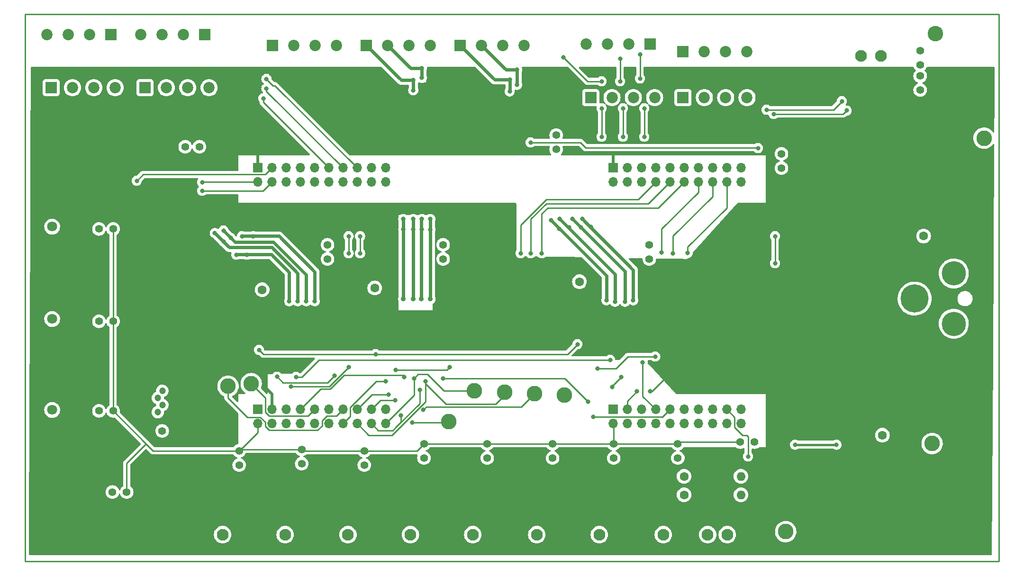
<source format=gbr>
%TF.GenerationSoftware,KiCad,Pcbnew,(6.0.8)*%
%TF.CreationDate,2022-10-30T19:23:54-04:00*%
%TF.ProjectId,Top_Level,546f705f-4c65-4766-956c-2e6b69636164,rev?*%
%TF.SameCoordinates,PX33ef500PY821a7e8*%
%TF.FileFunction,Copper,L2,Bot*%
%TF.FilePolarity,Positive*%
%FSLAX46Y46*%
G04 Gerber Fmt 4.6, Leading zero omitted, Abs format (unit mm)*
G04 Created by KiCad (PCBNEW (6.0.8)) date 2022-10-30 19:23:54*
%MOMM*%
%LPD*%
G01*
G04 APERTURE LIST*
%TA.AperFunction,Profile*%
%ADD10C,0.279400*%
%TD*%
%TA.AperFunction,ComponentPad*%
%ADD11C,5.040000*%
%TD*%
%TA.AperFunction,ComponentPad*%
%ADD12C,3.441200*%
%TD*%
%TA.AperFunction,ComponentPad*%
%ADD13C,4.335000*%
%TD*%
%TA.AperFunction,ComponentPad*%
%ADD14C,1.400000*%
%TD*%
%TA.AperFunction,ComponentPad*%
%ADD15C,2.800000*%
%TD*%
%TA.AperFunction,ComponentPad*%
%ADD16C,2.100000*%
%TD*%
%TA.AperFunction,ComponentPad*%
%ADD17C,1.600000*%
%TD*%
%TA.AperFunction,ComponentPad*%
%ADD18R,2.025000X2.025000*%
%TD*%
%TA.AperFunction,ComponentPad*%
%ADD19C,2.025000*%
%TD*%
%TA.AperFunction,ComponentPad*%
%ADD20R,1.700000X1.700000*%
%TD*%
%TA.AperFunction,ComponentPad*%
%ADD21O,1.700000X1.700000*%
%TD*%
%TA.AperFunction,ComponentPad*%
%ADD22C,1.200000*%
%TD*%
%TA.AperFunction,ComponentPad*%
%ADD23O,1.600000X1.600000*%
%TD*%
%TA.AperFunction,ComponentPad*%
%ADD24C,1.800000*%
%TD*%
%TA.AperFunction,ComponentPad*%
%ADD25C,1.422400*%
%TD*%
%TA.AperFunction,ComponentPad*%
%ADD26C,2.768600*%
%TD*%
%TA.AperFunction,ViaPad*%
%ADD27C,1.500000*%
%TD*%
%TA.AperFunction,ViaPad*%
%ADD28C,0.800000*%
%TD*%
%TA.AperFunction,ViaPad*%
%ADD29C,1.000000*%
%TD*%
%TA.AperFunction,ViaPad*%
%ADD30C,0.889000*%
%TD*%
%TA.AperFunction,Conductor*%
%ADD31C,0.250000*%
%TD*%
%TA.AperFunction,Conductor*%
%ADD32C,0.500000*%
%TD*%
%TA.AperFunction,Conductor*%
%ADD33C,0.600000*%
%TD*%
%TA.AperFunction,Conductor*%
%ADD34C,0.400000*%
%TD*%
G04 APERTURE END LIST*
D10*
X0Y25400D02*
X173990000Y25400D01*
X173990000Y25400D02*
X173990000Y97815400D01*
X173990000Y97815400D02*
X0Y97815400D01*
X0Y97815400D02*
X0Y25400D01*
D11*
%TO.P,J10,1,1*%
%TO.N,Net-(F1-Pad1)*%
X158922000Y47015400D03*
D12*
%TO.P,J10,2,2*%
%TO.N,GND*%
X164922000Y47015400D03*
D13*
%TO.P,J10,3,3*%
%TO.N,unconnected-(J10-Pad3)*%
X165922000Y51515400D03*
%TO.P,J10,4,4*%
%TO.N,unconnected-(J10-Pad4)*%
X165922000Y42515400D03*
%TD*%
D14*
%TO.P,JP13,1,A*%
%TO.N,+3.3V*%
X105156000Y21067400D03*
%TO.P,JP13,2,B*%
%TO.N,Net-(JP13-Pad2)*%
X105156000Y18527400D03*
%TD*%
D15*
%TO.P,TP14,1,1*%
%TO.N,Net-(C30-Pad1)*%
X171323000Y75697400D03*
%TD*%
D16*
%TO.P,J8,1,1*%
%TO.N,GND*%
X76482000Y4831400D03*
%TO.P,J8,2,2*%
%TO.N,Net-(J8-Pad2)*%
X79982000Y4831400D03*
%TD*%
%TO.P,J9,1,1*%
%TO.N,GND*%
X110518000Y4831400D03*
%TO.P,J9,2,2*%
%TO.N,Net-(J9-Pad2)*%
X114018000Y4831400D03*
%TD*%
D15*
%TO.P,TP4,1,1*%
%TO.N,Z_ENABLE*%
X96342200Y29748800D03*
%TD*%
D16*
%TO.P,J2,1,1*%
%TO.N,/Electromagnet1/OUT1*%
X149380000Y90411400D03*
%TO.P,J2,2,2*%
%TO.N,/Electromagnet1/OUT2*%
X152880000Y90411400D03*
%TD*%
D14*
%TO.P,JP19,1,A*%
%TO.N,+3.3V*%
X71247000Y21067400D03*
%TO.P,JP19,2,B*%
%TO.N,Net-(JP19-Pad2)*%
X71247000Y18527400D03*
%TD*%
D15*
%TO.P,TP12,1,1*%
%TO.N,GND*%
X169926000Y15265400D03*
%TD*%
D17*
%TO.P,C28,1*%
%TO.N,+24V*%
X153162000Y22611400D03*
%TO.P,C28,2*%
%TO.N,GND*%
X153162000Y20111400D03*
%TD*%
D14*
%TO.P,JP16,1,A*%
%TO.N,MUX_OUT*%
X94869000Y73685400D03*
%TO.P,JP16,2,B*%
%TO.N,Net-(JP16-Pad2)*%
X94869000Y76225400D03*
%TD*%
D18*
%TO.P,J16,1,1*%
%TO.N,Net-(J16-Pad1)*%
X4640753Y84716514D03*
D19*
%TO.P,J16,2,2*%
%TO.N,Net-(J16-Pad2)*%
X8450753Y84716514D03*
%TO.P,J16,3,3*%
%TO.N,Net-(J16-Pad3)*%
X12260753Y84716514D03*
%TO.P,J16,4,4*%
%TO.N,Net-(J16-Pad4)*%
X16070753Y84716514D03*
%TD*%
D18*
%TO.P,J15,1,1*%
%TO.N,Net-(IC6-Pad15)*%
X111694463Y92536400D03*
D19*
%TO.P,J15,2,2*%
%TO.N,Net-(IC6-Pad14)*%
X107884463Y92536400D03*
%TO.P,J15,3,3*%
%TO.N,Net-(IC6-Pad13)*%
X104074463Y92536400D03*
%TO.P,J15,4,4*%
%TO.N,Net-(IC6-Pad12)*%
X100264463Y92536400D03*
%TD*%
D14*
%TO.P,JP11,1,A*%
%TO.N,+5V*%
X135128000Y72903400D03*
%TO.P,JP11,2,B*%
%TO.N,Net-(C30-Pad1)*%
X135128000Y70363400D03*
%TD*%
D20*
%TO.P,J5-J7,1,Pin_1*%
%TO.N,/MSP432E401Y/+5_2V*%
X105029000Y27203400D03*
D21*
%TO.P,J5-J7,2,Pin_2*%
%TO.N,+3.3V*%
X105029000Y24663400D03*
%TO.P,J5-J7,3,Pin_3*%
%TO.N,GND*%
X107569000Y27203400D03*
%TO.P,J5-J7,4,Pin_4*%
%TO.N,X_HOME*%
X107569000Y24663400D03*
%TO.P,J5-J7,5,Pin_5*%
%TO.N,Z_FAULT*%
X110109000Y27203400D03*
%TO.P,J5-J7,6,Pin_6*%
%TO.N,/MSP432E401Y/PP_0*%
X110109000Y24663400D03*
%TO.P,J5-J7,7,Pin_7*%
%TO.N,Z_HOME*%
X112649000Y27203400D03*
%TO.P,J5-J7,8,Pin_8*%
%TO.N,CAPTURE_OUT*%
X112649000Y24663400D03*
%TO.P,J5-J7,9,Pin_9*%
%TO.N,LS_Z_OUT*%
X115189000Y27203400D03*
%TO.P,J5-J7,10,Pin_10*%
%TO.N,/MSP432E401Y/PD_4*%
X115189000Y24663400D03*
%TO.P,J5-J7,11,Pin_11*%
%TO.N,LS_Y_OUT*%
X117729000Y27203400D03*
%TO.P,J5-J7,12,Pin_12*%
%TO.N,/MSP432E401Y/PD_5*%
X117729000Y24663400D03*
%TO.P,J5-J7,13,Pin_13*%
%TO.N,LS_X_OUT*%
X120269000Y27203400D03*
%TO.P,J5-J7,14,Pin_14*%
%TO.N,/MSP432E401Y/PQ_0*%
X120269000Y24663400D03*
%TO.P,J5-J7,15,Pin_15*%
%TO.N,/MSP432E401Y/PK_3*%
X122809000Y27203400D03*
%TO.P,J5-J7,16,Pin_16*%
%TO.N,Z_DIR*%
X122809000Y24663400D03*
%TO.P,J5-J7,17,Pin_17*%
%TO.N,U3RX*%
X125349000Y27203400D03*
%TO.P,J5-J7,18,Pin_18*%
%TO.N,Z_ENABLE*%
X125349000Y24663400D03*
%TO.P,J5-J7,19,Pin_19*%
%TO.N,U3TX*%
X127889000Y27203400D03*
%TO.P,J5-J7,20,Pin_20*%
%TO.N,Z_STEP*%
X127889000Y24663400D03*
%TD*%
D18*
%TO.P,J12,1,1*%
%TO.N,Net-(IC5-Pad5)*%
X15290753Y94171050D03*
D19*
%TO.P,J12,2,2*%
%TO.N,Net-(IC5-Pad4)*%
X11480753Y94171050D03*
%TO.P,J12,3,3*%
%TO.N,Net-(IC5-Pad2)*%
X7670753Y94171050D03*
%TO.P,J12,4,4*%
%TO.N,Net-(IC5-Pad1)*%
X3860753Y94171050D03*
%TD*%
D18*
%TO.P,J17,1,1*%
%TO.N,Net-(J17-Pad1)*%
X117545463Y82946400D03*
D19*
%TO.P,J17,2,2*%
%TO.N,Net-(J17-Pad2)*%
X121355463Y82946400D03*
%TO.P,J17,3,3*%
%TO.N,Net-(J17-Pad3)*%
X125165463Y82946400D03*
%TO.P,J17,4,4*%
%TO.N,Net-(J17-Pad4)*%
X128975463Y82946400D03*
%TD*%
D16*
%TO.P,J23,1,1*%
%TO.N,GND*%
X54178000Y4831400D03*
%TO.P,J23,2,2*%
%TO.N,Net-(J23-Pad2)*%
X57678000Y4831400D03*
%TD*%
D17*
%TO.P,C27,1*%
%TO.N,+24V*%
X160528000Y58211400D03*
%TO.P,C27,2*%
%TO.N,GND*%
X160528000Y60711400D03*
%TD*%
D20*
%TO.P,J4-J2,1,Pin_1*%
%TO.N,GND*%
X41529000Y70383400D03*
D21*
%TO.P,J4-J2,2,Pin_2*%
%TO.N,RESET_OUT*%
X41529000Y67843400D03*
%TO.P,J4-J2,3,Pin_3*%
%TO.N,HOME_OUT*%
X44069000Y70383400D03*
%TO.P,J4-J2,4,Pin_4*%
%TO.N,START_OUT*%
X44069000Y67843400D03*
%TO.P,J4-J2,5,Pin_5*%
%TO.N,/MSP432E401Y/PH_2*%
X46609000Y70383400D03*
%TO.P,J4-J2,6,Pin_6*%
%TO.N,Y_HOME*%
X46609000Y67843400D03*
%TO.P,J4-J2,7,Pin_7*%
%TO.N,/MSP432E401Y/PH_3*%
X49149000Y70383400D03*
%TO.P,J4-J2,8,Pin_8*%
%TO.N,Y_FAULT*%
X49149000Y67843400D03*
%TO.P,J4-J2,9,Pin_9*%
%TO.N,/MSP432E401Y/RST_2*%
X51689000Y70383400D03*
%TO.P,J4-J2,10,Pin_10*%
%TO.N,/MSP432E401Y/PL_4*%
X51689000Y67843400D03*
%TO.P,J4-J2,11,Pin_11*%
%TO.N,DEMUX_S0*%
X54229000Y70383400D03*
%TO.P,J4-J2,12,Pin_12*%
%TO.N,/MSP432E401Y/PL_5*%
X54229000Y67843400D03*
%TO.P,J4-J2,13,Pin_13*%
%TO.N,DEMUX_S1*%
X56769000Y70383400D03*
%TO.P,J4-J2,14,Pin_14*%
%TO.N,/MSP432E401Y/PL_0*%
X56769000Y67843400D03*
%TO.P,J4-J2,15,Pin_15*%
%TO.N,DEMUX_S2*%
X59309000Y70383400D03*
%TO.P,J4-J2,16,Pin_16*%
%TO.N,/MSP432E401Y/PL_1*%
X59309000Y67843400D03*
%TO.P,J4-J2,17,Pin_17*%
%TO.N,/MSP432E401Y/PN_3*%
X61849000Y70383400D03*
%TO.P,J4-J2,18,Pin_18*%
%TO.N,/MSP432E401Y/PL_2*%
X61849000Y67843400D03*
%TO.P,J4-J2,19,Pin_19*%
%TO.N,/MSP432E401Y/PP_2*%
X64389000Y70383400D03*
%TO.P,J4-J2,20,Pin_20*%
%TO.N,/MSP432E401Y/PL_3*%
X64389000Y67843400D03*
%TD*%
D14*
%TO.P,JP3,1,A*%
%TO.N,+3.3V*%
X94234000Y21067400D03*
%TO.P,JP3,2,B*%
%TO.N,Net-(JP3-Pad2)*%
X94234000Y18527400D03*
%TD*%
D20*
%TO.P,J1-J3,1,Pin_1*%
%TO.N,/MSP432E401Y/+5_1V*%
X41529000Y27203400D03*
D21*
%TO.P,J1-J3,2,Pin_2*%
%TO.N,+3.3V*%
X41529000Y24663400D03*
%TO.P,J1-J3,3,Pin_3*%
%TO.N,GND*%
X44069000Y27203400D03*
%TO.P,J1-J3,4,Pin_4*%
%TO.N,LED_G*%
X44069000Y24663400D03*
%TO.P,J1-J3,5,Pin_5*%
%TO.N,XYZ_RESET*%
X46609000Y27203400D03*
%TO.P,J1-J3,6,Pin_6*%
%TO.N,LED_R*%
X46609000Y24663400D03*
%TO.P,J1-J3,7,Pin_7*%
%TO.N,XYZ_DECAY*%
X49149000Y27203400D03*
%TO.P,J1-J3,8,Pin_8*%
%TO.N,LED_B*%
X49149000Y24663400D03*
%TO.P,J1-J3,9,Pin_9*%
%TO.N,Y_DIR*%
X51689000Y27203400D03*
%TO.P,J1-J3,10,Pin_10*%
%TO.N,COLOR_OUT*%
X51689000Y24663400D03*
%TO.P,J1-J3,11,Pin_11*%
%TO.N,Y_ENABLE*%
X54229000Y27203400D03*
%TO.P,J1-J3,12,Pin_12*%
%TO.N,NEXT_TURN_OUT*%
X54229000Y24663400D03*
%TO.P,J1-J3,13,Pin_13*%
%TO.N,Y_STEP*%
X56769000Y27203400D03*
%TO.P,J1-J3,14,Pin_14*%
%TO.N,X_FAULT*%
X56769000Y24663400D03*
%TO.P,J1-J3,15,Pin_15*%
%TO.N,XY_MS0*%
X59309000Y27203400D03*
%TO.P,J1-J3,16,Pin_16*%
%TO.N,X_STEP*%
X59309000Y24663400D03*
%TO.P,J1-J3,17,Pin_17*%
%TO.N,XY_MS1*%
X61849000Y27203400D03*
%TO.P,J1-J3,18,Pin_18*%
%TO.N,X_ENABLE*%
X61849000Y24663400D03*
%TO.P,J1-J3,19,Pin_19*%
%TO.N,XY_MS2*%
X64389000Y27203400D03*
%TO.P,J1-J3,20,Pin_20*%
%TO.N,X_DIR*%
X64389000Y24663400D03*
%TD*%
D14*
%TO.P,JP5,1,A*%
%TO.N,+3.3V*%
X15728000Y59461400D03*
%TO.P,JP5,2,B*%
%TO.N,Net-(JP5-Pad2)*%
X13188000Y59461400D03*
%TD*%
D15*
%TO.P,TP3,1,1*%
%TO.N,Y_DIR*%
X40386000Y31806200D03*
%TD*%
%TO.P,TP8,1,1*%
%TO.N,X_STEP*%
X85648800Y30282200D03*
%TD*%
D18*
%TO.P,J3,1,1*%
%TO.N,/StepperDriver1/2B*%
X60978000Y92289400D03*
D19*
%TO.P,J3,2,2*%
%TO.N,/StepperDriver1/2A*%
X64788000Y92289400D03*
%TO.P,J3,3,3*%
%TO.N,/StepperDriver1/1B*%
X68598000Y92289400D03*
%TO.P,J3,4,4*%
%TO.N,/StepperDriver1/1A*%
X72408000Y92289400D03*
%TD*%
D15*
%TO.P,TP2,1,1*%
%TO.N,Y_STEP*%
X36245800Y31349000D03*
%TD*%
D14*
%TO.P,JP12,1,A*%
%TO.N,+3.3V*%
X15728000Y26949400D03*
%TO.P,JP12,2,B*%
%TO.N,Net-(JP12-Pad2)*%
X13188000Y26949400D03*
%TD*%
%TO.P,JP10,1,A*%
%TO.N,+3.3V*%
X127782000Y21361400D03*
%TO.P,JP10,2,B*%
%TO.N,Net-(C29-Pad1)*%
X130322000Y21361400D03*
%TD*%
D22*
%TO.P,LED1,1,ANODE_BLUE*%
%TO.N,Net-(LED1-Pad1)*%
X24511000Y30526400D03*
%TO.P,LED1,2,ANODE_RED*%
%TO.N,Net-(LED1-Pad2)*%
X23711000Y29256400D03*
%TO.P,LED1,3,COMMON_CATHODE*%
%TO.N,Net-(JP14-Pad2)*%
X24511000Y27986400D03*
%TO.P,LED1,4,ANODE_GREEN*%
%TO.N,Net-(LED1-Pad4)*%
X23711000Y26716400D03*
%TD*%
D18*
%TO.P,J13,1,1*%
%TO.N,Net-(IC6-Pad5)*%
X117545463Y91136400D03*
D19*
%TO.P,J13,2,2*%
%TO.N,Net-(IC6-Pad4)*%
X121355463Y91136400D03*
%TO.P,J13,3,3*%
%TO.N,Net-(IC6-Pad2)*%
X125165463Y91136400D03*
%TO.P,J13,4,4*%
%TO.N,Net-(IC6-Pad1)*%
X128975463Y91136400D03*
%TD*%
D14*
%TO.P,JP17,1,A*%
%TO.N,+3.3V*%
X38227000Y19797400D03*
%TO.P,JP17,2,B*%
%TO.N,Net-(JP17-Pad2)*%
X38227000Y17257400D03*
%TD*%
D15*
%TO.P,TP10,1,1*%
%TO.N,GND*%
X169926000Y23393400D03*
%TD*%
D17*
%TO.P,R16,1*%
%TO.N,U3TX*%
X117729000Y15245400D03*
D23*
%TO.P,R16,2*%
%TO.N,/PiConnector1/Rx_Pi*%
X127889000Y15245400D03*
%TD*%
D24*
%TO.P,S2,1,COM*%
%TO.N,GND*%
X4826000Y66275400D03*
%TO.P,S2,2,NO*%
%TO.N,Net-(R23-Pad1)*%
X4826000Y59875400D03*
%TD*%
D20*
%TO.P,J8-J6,1,Pin_1*%
%TO.N,GND*%
X105029000Y70383400D03*
D21*
%TO.P,J8-J6,2,Pin_2*%
%TO.N,MUX_OUT*%
X105029000Y67843400D03*
%TO.P,J8-J6,3,Pin_3*%
%TO.N,MUX_S0*%
X107569000Y70383400D03*
%TO.P,J8-J6,4,Pin_4*%
%TO.N,/MSP432E401Y/PK_4*%
X107569000Y67843400D03*
%TO.P,J8-J6,5,Pin_5*%
%TO.N,MUX_S1*%
X110109000Y70383400D03*
%TO.P,J8-J6,6,Pin_6*%
%TO.N,/MSP432E401Y/PK_5*%
X110109000Y67843400D03*
%TO.P,J8-J6,7,Pin_7*%
%TO.N,MUX_S2*%
X112649000Y70383400D03*
%TO.P,J8-J6,8,Pin_8*%
%TO.N,FP_2_OUT*%
X112649000Y67843400D03*
%TO.P,J8-J6,9,Pin_9*%
%TO.N,/MSP432E401Y/RST_1*%
X115189000Y70383400D03*
%TO.P,J8-J6,10,Pin_10*%
%TO.N,FP_1_OUT*%
X115189000Y67843400D03*
%TO.P,J8-J6,11,Pin_11*%
%TO.N,MAG_IN2*%
X117729000Y70383400D03*
%TO.P,J8-J6,12,Pin_12*%
%TO.N,FP_3_OUT*%
X117729000Y67843400D03*
%TO.P,J8-J6,13,Pin_13*%
%TO.N,MAG_IN1*%
X120269000Y70383400D03*
%TO.P,J8-J6,14,Pin_14*%
%TO.N,Z_MS2*%
X120269000Y67843400D03*
%TO.P,J8-J6,15,Pin_15*%
%TO.N,/MSP432E401Y/PP_3*%
X122809000Y70383400D03*
%TO.P,J8-J6,16,Pin_16*%
%TO.N,Z_MS1*%
X122809000Y67843400D03*
%TO.P,J8-J6,17,Pin_17*%
%TO.N,/MSP432E401Y/PQ_1*%
X125349000Y70383400D03*
%TO.P,J8-J6,18,Pin_18*%
%TO.N,Z_MS0*%
X125349000Y67843400D03*
%TO.P,J8-J6,19,Pin_19*%
%TO.N,/MSP432E401Y/PM_6*%
X127889000Y70383400D03*
%TO.P,J8-J6,20,Pin_20*%
%TO.N,/MSP432E401Y/PK_7*%
X127889000Y67843400D03*
%TD*%
D17*
%TO.P,C7,1*%
%TO.N,Net-(C10-Pad2)*%
X99036722Y50039212D03*
%TO.P,C7,2*%
%TO.N,GND*%
X99036722Y52539212D03*
%TD*%
D15*
%TO.P,TP7,1,1*%
%TO.N,X_ENABLE*%
X90982800Y30028200D03*
%TD*%
D14*
%TO.P,JP1,1,A*%
%TO.N,+24V*%
X54013100Y56647400D03*
%TO.P,JP1,2,B*%
%TO.N,Net-(C1-Pad1)*%
X54013100Y54107400D03*
%TD*%
%TO.P,JP7,1,A*%
%TO.N,+3.3V*%
X18141000Y12451400D03*
%TO.P,JP7,2,B*%
%TO.N,Net-(JP7-Pad2)*%
X15601000Y12451400D03*
%TD*%
%TO.P,JP2,1,A*%
%TO.N,+24V*%
X111506000Y56647400D03*
%TO.P,JP2,2,B*%
%TO.N,Net-(C10-Pad2)*%
X111506000Y54107400D03*
%TD*%
D18*
%TO.P,J19,1,1*%
%TO.N,Net-(J19-Pad1)*%
X101044463Y82946400D03*
D19*
%TO.P,J19,2,2*%
%TO.N,Net-(J19-Pad2)*%
X104854463Y82946400D03*
%TO.P,J19,3,3*%
%TO.N,Net-(J19-Pad3)*%
X108664463Y82946400D03*
%TO.P,J19,4,4*%
%TO.N,Net-(J19-Pad4)*%
X112474463Y82946400D03*
%TD*%
D16*
%TO.P,J11,1,1*%
%TO.N,GND*%
X99088000Y4831400D03*
%TO.P,J11,2,2*%
%TO.N,Net-(J11-Pad2)*%
X102588000Y4831400D03*
%TD*%
D17*
%TO.P,C1,1*%
%TO.N,Net-(C1-Pad1)*%
X42354500Y48610200D03*
%TO.P,C1,2*%
%TO.N,GND*%
X42354500Y51110200D03*
%TD*%
D18*
%TO.P,J14,1,1*%
%TO.N,Net-(IC5-Pad15)*%
X32063753Y94171050D03*
D19*
%TO.P,J14,2,2*%
%TO.N,Net-(IC5-Pad14)*%
X28253753Y94171050D03*
%TO.P,J14,3,3*%
%TO.N,Net-(IC5-Pad13)*%
X24443753Y94171050D03*
%TO.P,J14,4,4*%
%TO.N,Net-(IC5-Pad12)*%
X20633753Y94171050D03*
%TD*%
D15*
%TO.P,TP11,1,1*%
%TO.N,GND*%
X169926000Y7336135D03*
%TD*%
D24*
%TO.P,S1,1,COM*%
%TO.N,GND*%
X4826000Y49765400D03*
%TO.P,S1,2,NO*%
%TO.N,Net-(R20-Pad1)*%
X4826000Y43365400D03*
%TD*%
D18*
%TO.P,J5,1,1*%
%TO.N,/StepperDriver3/2B*%
X77733000Y92289400D03*
D19*
%TO.P,J5,2,2*%
%TO.N,/StepperDriver3/2A*%
X81543000Y92289400D03*
%TO.P,J5,3,3*%
%TO.N,/StepperDriver3/1B*%
X85353000Y92289400D03*
%TO.P,J5,4,4*%
%TO.N,/StepperDriver3/1A*%
X89163000Y92289400D03*
%TD*%
D17*
%TO.P,R15,1*%
%TO.N,U3RX*%
X117729000Y11943400D03*
D23*
%TO.P,R15,2*%
%TO.N,/PiConnector1/Tx_Pi*%
X127889000Y11943400D03*
%TD*%
D25*
%TO.P,J6,1,VBUS*%
%TO.N,+5V*%
X159919000Y84303499D03*
%TO.P,J6,2,D-*%
%TO.N,unconnected-(J6-Pad2)*%
X159919000Y86803499D03*
%TO.P,J6,3,D+*%
%TO.N,unconnected-(J6-Pad3)*%
X159919000Y88803500D03*
%TO.P,J6,4,GND*%
%TO.N,GND*%
X159919000Y91303500D03*
D26*
%TO.P,J6,5,Shield*%
X162629000Y81233500D03*
%TO.P,J6,6*%
%TO.N,N/C*%
X162629000Y94373499D03*
%TD*%
D24*
%TO.P,S3,1,COM*%
%TO.N,GND*%
X4826000Y33509400D03*
%TO.P,S3,2,NO*%
%TO.N,Net-(R44-Pad1)*%
X4826000Y27109400D03*
%TD*%
D15*
%TO.P,TP15,1,1*%
%TO.N,Net-(C29-Pad1)*%
X135890000Y5359400D03*
%TD*%
D14*
%TO.P,JP4,1,A*%
%TO.N,+3.3V*%
X15728000Y42951400D03*
%TO.P,JP4,2,B*%
%TO.N,Net-(JP4-Pad2)*%
X13188000Y42951400D03*
%TD*%
D15*
%TO.P,TP1,1,1*%
%TO.N,Y_ENABLE*%
X75666600Y25024400D03*
%TD*%
%TO.P,TP9,1,1*%
%TO.N,X_DIR*%
X80238600Y30561600D03*
%TD*%
D16*
%TO.P,J20,1,1*%
%TO.N,GND*%
X31778000Y4831400D03*
%TO.P,J20,2,2*%
%TO.N,Net-(J20-Pad2)*%
X35278000Y4831400D03*
%TD*%
D14*
%TO.P,JP8,1,A*%
%TO.N,+3.3V*%
X116614000Y21067400D03*
%TO.P,JP8,2,B*%
%TO.N,Net-(JP8-Pad2)*%
X116614000Y18527400D03*
%TD*%
D18*
%TO.P,J4,1,1*%
%TO.N,/StepperDriver2/2B*%
X44214000Y92289400D03*
D19*
%TO.P,J4,2,2*%
%TO.N,/StepperDriver2/2A*%
X48024000Y92289400D03*
%TO.P,J4,3,3*%
%TO.N,/StepperDriver2/1B*%
X51834000Y92289400D03*
%TO.P,J4,4,4*%
%TO.N,/StepperDriver2/1A*%
X55644000Y92289400D03*
%TD*%
D14*
%TO.P,JP6,1,A*%
%TO.N,+3.3V*%
X82550000Y21067400D03*
%TO.P,JP6,2,B*%
%TO.N,Net-(JP6-Pad2)*%
X82550000Y18527400D03*
%TD*%
D16*
%TO.P,J22,1,1*%
%TO.N,GND*%
X65334000Y4831400D03*
%TO.P,J22,2,2*%
%TO.N,Net-(J22-Pad2)*%
X68834000Y4831400D03*
%TD*%
D15*
%TO.P,TP13,1,1*%
%TO.N,Net-(F1-Pad1)*%
X162052000Y21107400D03*
%TD*%
D16*
%TO.P,J7,1,1*%
%TO.N,GND*%
X87912000Y4831400D03*
%TO.P,J7,2,2*%
%TO.N,Net-(J7-Pad2)*%
X91412000Y4831400D03*
%TD*%
D14*
%TO.P,JP9,1,A*%
%TO.N,+24V*%
X74676000Y56647400D03*
%TO.P,JP9,2,B*%
%TO.N,Net-(C19-Pad1)*%
X74676000Y54107400D03*
%TD*%
%TO.P,JP20,1,A*%
%TO.N,+3.3V*%
X60579000Y19797400D03*
%TO.P,JP20,2,B*%
%TO.N,Net-(JP20-Pad2)*%
X60579000Y17257400D03*
%TD*%
%TO.P,JP18,1,A*%
%TO.N,+3.3V*%
X49403000Y20051400D03*
%TO.P,JP18,2,B*%
%TO.N,Net-(JP18-Pad2)*%
X49403000Y17511400D03*
%TD*%
D16*
%TO.P,J21,1,1*%
%TO.N,GND*%
X42954000Y4831400D03*
%TO.P,J21,2,2*%
%TO.N,Net-(J21-Pad2)*%
X46454000Y4831400D03*
%TD*%
%TO.P,J1,1,1*%
%TO.N,/PiConnector1/Rx_Pi*%
X121948000Y4831400D03*
%TO.P,J1,2,2*%
%TO.N,/PiConnector1/Tx_Pi*%
X125448000Y4831400D03*
%TD*%
D14*
%TO.P,JP14,1,A*%
%TO.N,GND*%
X27031000Y23373400D03*
%TO.P,JP14,2,B*%
%TO.N,Net-(JP14-Pad2)*%
X24491000Y23373400D03*
%TD*%
D17*
%TO.P,C19,1*%
%TO.N,Net-(C19-Pad1)*%
X62458600Y48920400D03*
%TO.P,C19,2*%
%TO.N,GND*%
X62458600Y51420400D03*
%TD*%
D14*
%TO.P,JP15,1,A*%
%TO.N,+3.3V*%
X28595000Y74173400D03*
%TO.P,JP15,2,B*%
%TO.N,Net-(JP15-Pad2)*%
X31135000Y74173400D03*
%TD*%
D18*
%TO.P,J18,1,1*%
%TO.N,Net-(J18-Pad1)*%
X21417992Y84716514D03*
D19*
%TO.P,J18,2,2*%
%TO.N,Net-(J18-Pad2)*%
X25227992Y84716514D03*
%TO.P,J18,3,3*%
%TO.N,Net-(J18-Pad3)*%
X29037992Y84716514D03*
%TO.P,J18,4,4*%
%TO.N,Net-(J18-Pad4)*%
X32847992Y84716514D03*
%TD*%
D27*
%TO.N,GND*%
X146050000Y48768000D03*
X70460282Y39699700D03*
X119710200Y39299200D03*
X125349000Y51211800D03*
X22860000Y42499600D03*
X74651282Y39699700D03*
D28*
X109321600Y30460000D03*
X76708000Y52095400D03*
D27*
X125349000Y39299200D03*
D29*
X40526204Y84380035D03*
D27*
X25603200Y45547600D03*
D28*
X148844000Y82047400D03*
D27*
X131013200Y51211800D03*
X45072300Y40157400D03*
X110873122Y40644300D03*
X128117600Y48341600D03*
X49568100Y40157400D03*
X125349000Y45217400D03*
X131013200Y45217400D03*
X140411200Y48768000D03*
X65964482Y39699700D03*
X146050000Y42849800D03*
X146050000Y35737800D03*
X28498800Y42499600D03*
D28*
X100814722Y47225212D03*
D27*
X31267400Y45547600D03*
X34163000Y48417800D03*
X25654000Y51542000D03*
D28*
X111658400Y30460000D03*
D27*
X122453400Y42347200D03*
D28*
X132461000Y87127400D03*
D27*
X131013200Y39299200D03*
X119710200Y45217400D03*
D28*
X44132500Y46304200D03*
D27*
X22860000Y54412200D03*
X34163000Y54412200D03*
X28498800Y48417800D03*
X143154400Y32867600D03*
D28*
X33401000Y78059600D03*
D27*
X22860000Y48417800D03*
X143154400Y45897800D03*
X119710200Y51211800D03*
X140411200Y35737800D03*
D28*
X122809000Y16515400D03*
D27*
X31267400Y51542000D03*
X146050000Y29819600D03*
X102186322Y40644300D03*
D28*
X65024682Y46278300D03*
X29845000Y23373400D03*
D27*
X28498800Y54412200D03*
X34163000Y42499600D03*
X122504200Y48341600D03*
X140411200Y42849800D03*
X140411200Y29819600D03*
X53759100Y40157400D03*
X106224922Y40644300D03*
D28*
X97155000Y83571400D03*
D27*
X128117600Y42347200D03*
D28*
%TO.N,Net-(C2-Pad2)*%
X45008800Y33050800D03*
X55245000Y33279400D03*
%TO.N,Net-(C8-Pad2)*%
X112574000Y36656400D03*
X102235000Y34549400D03*
%TO.N,+3.3V*%
X90297000Y74935400D03*
X130937000Y73919400D03*
X133985000Y53345400D03*
X133985000Y58171400D03*
%TO.N,RESET_OUT*%
X31623000Y67823400D03*
%TO.N,HOME_OUT*%
X19939000Y68077400D03*
%TO.N,START_OUT*%
X31623000Y66299400D03*
%TO.N,/StepperDriver2/1A*%
X38735000Y58171400D03*
X51752500Y46558200D03*
X40747000Y58171400D03*
%TO.N,/StepperDriver2/2A*%
X36703000Y57886600D03*
X35433000Y59187400D03*
X50228500Y46558200D03*
%TO.N,/StepperDriver2/2B*%
X35458400Y57206200D03*
X48704500Y46558200D03*
X33883600Y58730200D03*
%TO.N,/StepperDriver2/1B*%
X47180500Y46558200D03*
X37719000Y54869400D03*
X39629400Y54869400D03*
%TO.N,XYZ_RESET*%
X98679000Y38867400D03*
X41783000Y37851400D03*
X62611000Y37089400D03*
%TO.N,Y_FAULT*%
X47523400Y31284900D03*
X59842400Y58171400D03*
X57785000Y34794095D03*
X59842400Y55123400D03*
%TO.N,XYZ_DECAY*%
X104521000Y36073400D03*
X67741800Y33025400D03*
X48387000Y33025400D03*
%TO.N,Y_ENABLE*%
X69138800Y24841200D03*
%TO.N,Y_HOME*%
X57785000Y55123400D03*
X57785000Y58171400D03*
%TO.N,/StepperDriver3/1A*%
X108651222Y46717212D03*
X99568000Y61239400D03*
X101117400Y59791600D03*
%TO.N,/StepperDriver3/2A*%
X107164722Y46463212D03*
X87884000Y87909400D03*
X99288600Y59766200D03*
X87884000Y85242400D03*
X97790000Y61239400D03*
%TO.N,/StepperDriver3/2B*%
X86563200Y84048600D03*
X105386722Y46463212D03*
X86614000Y86131400D03*
X97180400Y59715400D03*
X95504000Y61239400D03*
%TO.N,/StepperDriver3/1B*%
X95402400Y59512200D03*
X103862722Y46717212D03*
X93980000Y60985400D03*
%TO.N,Z_ENABLE*%
X104851200Y31247400D03*
X106502200Y33025400D03*
%TO.N,Z_HOME*%
X110333000Y35640400D03*
%TO.N,/StepperDriver1/1A*%
X72415400Y59359800D03*
D30*
X72390000Y46964600D03*
D28*
X72390000Y61239400D03*
%TO.N,/StepperDriver1/2A*%
X70891400Y86487000D03*
X70891400Y61239400D03*
D30*
X70764400Y46939200D03*
D28*
X70891400Y88188800D03*
X70891400Y59385200D03*
%TO.N,/StepperDriver1/2B*%
X69316600Y59385200D03*
D30*
X69342000Y46939200D03*
D28*
X69342000Y84251800D03*
X69342000Y61239400D03*
X69342000Y86055200D03*
%TO.N,/StepperDriver1/1B*%
X67564000Y61239400D03*
D30*
X67589400Y46939200D03*
D28*
X67564000Y59410600D03*
%TO.N,X_FAULT*%
X64389000Y32263400D03*
%TO.N,X_DIR*%
X69469000Y32771400D03*
%TO.N,X_ENABLE*%
X67132200Y26167400D03*
X70485000Y30734000D03*
X71145400Y27183400D03*
%TO.N,X_STEP*%
X71501000Y32207200D03*
%TO.N,X_HOME*%
X100584000Y28580400D03*
X74676000Y32771400D03*
%TO.N,Net-(C20-Pad2)*%
X75819000Y34803400D03*
X66167000Y34295400D03*
%TO.N,Net-(C29-Pad1)*%
X144957800Y20904200D03*
X137566400Y20904200D03*
%TO.N,U3RX*%
X129159000Y18801400D03*
%TO.N,LS_Z_OUT*%
X101473000Y25913400D03*
%TO.N,DEMUX_S2*%
X43103800Y86283800D03*
%TO.N,DEMUX_S1*%
X43103800Y84582000D03*
%TO.N,DEMUX_S0*%
X42545000Y82809400D03*
%TO.N,MUX_S2*%
X109855000Y90683400D03*
X110617000Y81031400D03*
X109855000Y86365400D03*
X110617000Y75951400D03*
%TO.N,MUX_S1*%
X106299000Y89921400D03*
X106299000Y85857400D03*
X106807000Y81031400D03*
X106807000Y75951400D03*
%TO.N,MUX_S0*%
X102997000Y75951400D03*
X102997000Y81031400D03*
X102997000Y85857400D03*
X96139000Y90175400D03*
%TO.N,MAG_IN2*%
X145923000Y82301400D03*
X132461000Y80777400D03*
%TO.N,MAG_IN1*%
X146761200Y80619600D03*
X133731000Y80015400D03*
%TO.N,FP_1_OUT*%
X90322400Y55118000D03*
%TO.N,FP_2_OUT*%
X88519000Y55118000D03*
%TO.N,FP_3_OUT*%
X92303600Y55118000D03*
%TO.N,XY_MS1*%
X66116200Y28829000D03*
%TO.N,XY_MS0*%
X64897000Y29895800D03*
%TO.N,Z_MS2*%
X113715800Y55219600D03*
%TO.N,Z_MS1*%
X115755000Y55123400D03*
%TO.N,Z_MS0*%
X118389400Y55168800D03*
%TD*%
D31*
%TO.N,GND*%
X116636800Y35133600D02*
X116636800Y36479800D01*
X111658400Y30460000D02*
X111963200Y30460000D01*
X107569000Y27203400D02*
X107569000Y28707400D01*
D32*
X44069000Y29977400D02*
X42799000Y31247400D01*
X44069000Y27203400D02*
X44069000Y29977400D01*
X41529000Y70383400D02*
X41529000Y72903400D01*
D31*
X107569000Y28707400D02*
X109321600Y30460000D01*
X112472300Y40644300D02*
X110873122Y40644300D01*
X111963200Y30460000D02*
X116636800Y35133600D01*
X116636800Y36479800D02*
X112472300Y40644300D01*
D32*
X105029000Y70383400D02*
X105029000Y73157400D01*
D31*
%TO.N,Net-(C2-Pad2)*%
X46050200Y32009400D02*
X53975000Y32009400D01*
X53975000Y32009400D02*
X55245000Y33279400D01*
X45008800Y33050800D02*
X46050200Y32009400D01*
%TO.N,Net-(C8-Pad2)*%
X107315000Y36327400D02*
X105537000Y34549400D01*
X112574000Y36656400D02*
X107644000Y36656400D01*
X107644000Y36656400D02*
X107315000Y36327400D01*
X105537000Y34549400D02*
X102235000Y34549400D01*
%TO.N,+3.3V*%
X94234000Y21067400D02*
X82550000Y21067400D01*
X22880000Y19797400D02*
X21610000Y21067400D01*
X71247000Y21067400D02*
X69977000Y19797400D01*
X15728000Y26949400D02*
X15728000Y42951400D01*
X18141000Y12451400D02*
X18141000Y17598400D01*
X49403000Y20051400D02*
X38481000Y20051400D01*
X130870000Y73986400D02*
X100136000Y73986400D01*
X41529000Y23099400D02*
X38227000Y19797400D01*
X105156000Y21067400D02*
X105156000Y24536400D01*
X38227000Y19797400D02*
X22880000Y19797400D01*
X105156000Y24536400D02*
X105029000Y24663400D01*
X105156000Y21067400D02*
X94234000Y21067400D01*
X60579000Y19797400D02*
X49657000Y19797400D01*
X82550000Y21067400D02*
X71247000Y21067400D01*
X41529000Y24663400D02*
X41529000Y23099400D01*
X15728000Y42951400D02*
X15728000Y59461400D01*
X116908000Y21361400D02*
X116614000Y21067400D01*
X130937000Y73919400D02*
X130870000Y73986400D01*
X38481000Y20051400D02*
X38227000Y19797400D01*
X18141000Y17598400D02*
X21610000Y21067400D01*
X49657000Y19797400D02*
X49403000Y20051400D01*
X21610000Y21067400D02*
X15728000Y26949400D01*
X69977000Y19797400D02*
X60579000Y19797400D01*
X99187000Y74935400D02*
X90297000Y74935400D01*
X133985000Y53345400D02*
X133985000Y58171400D01*
X100136000Y73986400D02*
X99187000Y74935400D01*
X127782000Y21361400D02*
X116908000Y21361400D01*
X105156000Y21067400D02*
X116614000Y21067400D01*
%TO.N,RESET_OUT*%
X31623000Y67823400D02*
X31643000Y67843400D01*
X31643000Y67843400D02*
X41529000Y67843400D01*
%TO.N,HOME_OUT*%
X21070000Y69208400D02*
X42894000Y69208400D01*
X19939000Y68077400D02*
X21070000Y69208400D01*
X42894000Y69208400D02*
X44069000Y70383400D01*
%TO.N,START_OUT*%
X42525000Y66299400D02*
X44069000Y67843400D01*
X31623000Y66299400D02*
X42525000Y66299400D01*
D33*
%TO.N,/StepperDriver2/1A*%
X51752500Y51816000D02*
X51752500Y46558200D01*
X51752500Y51816000D02*
X45377100Y58191400D01*
X38755000Y58191400D02*
X38735000Y58171400D01*
X45377100Y58191400D02*
X38755000Y58191400D01*
%TO.N,/StepperDriver2/2A*%
X50228500Y51308000D02*
X50228500Y46558200D01*
X50228500Y51308000D02*
X44381100Y57155400D01*
X44381100Y57155400D02*
X37465000Y57155400D01*
X37465000Y57155400D02*
X35433000Y59187400D01*
%TO.N,/StepperDriver2/2B*%
X44107100Y56159400D02*
X48704500Y51562000D01*
X36454400Y56159400D02*
X33883600Y58730200D01*
X48704500Y51562000D02*
X48704500Y46558200D01*
X44107100Y56159400D02*
X36454400Y56159400D01*
%TO.N,/StepperDriver2/1B*%
X47180500Y51718528D02*
X47180500Y46558200D01*
X44009628Y54889400D02*
X37739000Y54889400D01*
X47180500Y51718528D02*
X44009628Y54889400D01*
X37739000Y54889400D02*
X37719000Y54869400D01*
D31*
%TO.N,XYZ_RESET*%
X96901000Y37089400D02*
X62611000Y37089400D01*
X62611000Y37089400D02*
X42545000Y37089400D01*
X42545000Y37089400D02*
X41783000Y37851400D01*
X98679000Y38867400D02*
X96901000Y37089400D01*
%TO.N,Y_FAULT*%
X47562100Y31323600D02*
X54314505Y31323600D01*
X47523400Y31284900D02*
X47562100Y31323600D01*
X59842400Y55123400D02*
X59842400Y58171400D01*
X54314505Y31323600D02*
X57785000Y34794095D01*
%TO.N,XYZ_DECAY*%
X67741800Y33025400D02*
X67462400Y33304800D01*
X49403000Y33025400D02*
X52451000Y36073400D01*
X56932101Y33304800D02*
X54500901Y30873600D01*
X67462400Y33304800D02*
X56932101Y33304800D01*
X52451000Y36073400D02*
X104521000Y36073400D01*
X52819200Y30873600D02*
X49149000Y27203400D01*
X54500901Y30873600D02*
X52819200Y30873600D01*
X48387000Y33025400D02*
X49403000Y33025400D01*
%TO.N,Y_DIR*%
X50514000Y26028400D02*
X51689000Y27203400D01*
X43582299Y26028400D02*
X50514000Y26028400D01*
X42894000Y29298200D02*
X42894000Y26716699D01*
X42894000Y26716699D02*
X43582299Y26028400D01*
X40386000Y31806200D02*
X42894000Y29298200D01*
%TO.N,Y_ENABLE*%
X75412600Y24846600D02*
X75666600Y25100600D01*
X69138800Y24841200D02*
X69144200Y24846600D01*
X69144200Y24846600D02*
X75412600Y24846600D01*
%TO.N,Y_STEP*%
X43582299Y23488400D02*
X52235800Y23488400D01*
X36220400Y31704600D02*
X36220400Y29283701D01*
X55594000Y26028400D02*
X56769000Y27203400D01*
X36220400Y29283701D02*
X39665701Y25838400D01*
X53054000Y25170200D02*
X53912200Y26028400D01*
X53912200Y26028400D02*
X55594000Y26028400D01*
X42875200Y24195499D02*
X43582299Y23488400D01*
X42875200Y24978901D02*
X42875200Y24195499D01*
X39665701Y25838400D02*
X42015701Y25838400D01*
X42015701Y25838400D02*
X42875200Y24978901D01*
X53054000Y24306600D02*
X53054000Y25170200D01*
X52235800Y23488400D02*
X53054000Y24306600D01*
%TO.N,Y_HOME*%
X57785000Y55123400D02*
X57785000Y58171400D01*
D33*
%TO.N,/StepperDriver3/1A*%
X108651222Y46717212D02*
X108651222Y52156178D01*
X108651222Y52156178D02*
X99568000Y61239400D01*
%TO.N,/StepperDriver3/2A*%
X87884000Y87909400D02*
X85923000Y87909400D01*
X85923000Y87909400D02*
X81543000Y92289400D01*
X87884000Y87909400D02*
X87884000Y85242400D01*
X107164722Y51864678D02*
X97790000Y61239400D01*
X107164722Y46463212D02*
X107164722Y51864678D01*
%TO.N,/StepperDriver3/2B*%
X105386722Y46463212D02*
X105386722Y51356678D01*
X86614000Y84099400D02*
X86563200Y84048600D01*
X86614000Y86131400D02*
X83891000Y86131400D01*
X83891000Y86131400D02*
X77733000Y92289400D01*
X105386722Y51356678D02*
X95504000Y61239400D01*
X86614000Y86131400D02*
X86614000Y84099400D01*
%TO.N,/StepperDriver3/1B*%
X103862722Y46717212D02*
X103862722Y51102678D01*
X103862722Y51102678D02*
X93980000Y60985400D01*
D31*
%TO.N,Z_ENABLE*%
X104851200Y31374400D02*
X106502200Y33025400D01*
X104851200Y31247400D02*
X104851200Y31374400D01*
%TO.N,Z_HOME*%
X110333000Y29519400D02*
X112649000Y27203400D01*
X110333000Y35640400D02*
X110333000Y29519400D01*
D33*
%TO.N,/StepperDriver1/1A*%
X72390000Y46964600D02*
X72390000Y61239400D01*
%TO.N,/StepperDriver1/2A*%
X68939400Y88188800D02*
X68914000Y88163400D01*
X70764400Y46939200D02*
X70764400Y61112400D01*
D34*
X70764400Y61061600D02*
X70942200Y61239400D01*
D33*
X70891400Y88188800D02*
X70891400Y86487000D01*
D34*
X70764400Y61112400D02*
X70891400Y61239400D01*
D33*
X68914000Y88163400D02*
X64788000Y92289400D01*
X70891400Y88188800D02*
X68939400Y88188800D01*
D34*
%TO.N,/StepperDriver1/2B*%
X67212200Y86055200D02*
X67136000Y86131400D01*
D33*
X67136000Y86131400D02*
X60978000Y92289400D01*
X69342000Y46939200D02*
X69342000Y61239400D01*
X69342000Y86055200D02*
X67212200Y86055200D01*
X69342000Y84251800D02*
X69342000Y86055200D01*
D34*
%TO.N,/StepperDriver1/1B*%
X67589400Y61214000D02*
X67564000Y61239400D01*
D33*
X67589400Y46939200D02*
X67589400Y61214000D01*
D31*
%TO.N,X_FAULT*%
X64389000Y32263400D02*
X62707299Y32263400D01*
X62707299Y32263400D02*
X58039000Y27595101D01*
X58039000Y27595101D02*
X58039000Y25933400D01*
X58039000Y25933400D02*
X56769000Y24663400D01*
%TO.N,X_DIR*%
X74853800Y30536200D02*
X81076800Y30536200D01*
X69469000Y32771400D02*
X69469000Y29743400D01*
X70184695Y33496400D02*
X71893600Y33496400D01*
X69469000Y32780705D02*
X70184695Y33496400D01*
X69469000Y32771400D02*
X69469000Y32780705D01*
X69469000Y29743400D02*
X64389000Y24663400D01*
X71893600Y33496400D02*
X74853800Y30536200D01*
%TO.N,X_ENABLE*%
X63062800Y23449600D02*
X61849000Y24663400D01*
X67132200Y26167400D02*
X67132200Y24922800D01*
X66230500Y24021100D02*
X65659000Y23449600D01*
X88653200Y27698600D02*
X90982800Y30028200D01*
X71660600Y27698600D02*
X88653200Y27698600D01*
X67132200Y24922800D02*
X66230500Y24021100D01*
X70485000Y28275600D02*
X66230500Y24021100D01*
X71145400Y27183400D02*
X71660600Y27698600D01*
X65659000Y23449600D02*
X63062800Y23449600D01*
X70485000Y30734000D02*
X70485000Y28275600D01*
%TO.N,X_STEP*%
X71501000Y32207200D02*
X71501000Y32263400D01*
X71501000Y32263400D02*
X71501000Y28605800D01*
X86156800Y30282200D02*
X84023200Y28148600D01*
X65506600Y22611400D02*
X61361000Y22611400D01*
X75133200Y28148600D02*
X71501000Y31780800D01*
X71501000Y28605800D02*
X65506600Y22611400D01*
X71501000Y31780800D02*
X71501000Y32263400D01*
X84023200Y28148600D02*
X75133200Y28148600D01*
X61361000Y22611400D02*
X59309000Y24663400D01*
%TO.N,X_HOME*%
X96393000Y32771400D02*
X100584000Y28580400D01*
X74676000Y32771400D02*
X96393000Y32771400D01*
%TO.N,Net-(C20-Pad2)*%
X75311000Y34295400D02*
X75819000Y34803400D01*
X66167000Y34295400D02*
X75311000Y34295400D01*
D34*
%TO.N,Net-(C29-Pad1)*%
X144957800Y20904200D02*
X137566400Y20904200D01*
D31*
%TO.N,U3RX*%
X128905000Y22611400D02*
X129159000Y22357400D01*
X126714000Y25838400D02*
X126714000Y24040400D01*
X126714000Y24040400D02*
X128143000Y22611400D01*
X128143000Y22611400D02*
X128905000Y22611400D01*
X129159000Y22357400D02*
X129159000Y18801400D01*
X125349000Y27203400D02*
X126714000Y25838400D01*
%TO.N,LS_Z_OUT*%
X113824000Y25838400D02*
X113749000Y25913400D01*
X102235000Y25913400D02*
X101473000Y25913400D01*
X115189000Y27203400D02*
X113824000Y25838400D01*
X113749000Y25913400D02*
X102235000Y25913400D01*
%TO.N,DEMUX_S2*%
X44292200Y85095400D02*
X43103800Y86283800D01*
X44597000Y85095400D02*
X44292200Y85095400D01*
X44597000Y85095400D02*
X59309000Y70383400D01*
%TO.N,DEMUX_S1*%
X43103800Y84048600D02*
X56769000Y70383400D01*
X43103800Y84582000D02*
X43103800Y84048600D01*
%TO.N,DEMUX_S0*%
X42545000Y82809400D02*
X42545000Y82067400D01*
X42545000Y82067400D02*
X54229000Y70383400D01*
%TO.N,MUX_S2*%
X110617000Y81031400D02*
X110617000Y75951400D01*
X109855000Y90683400D02*
X109855000Y86365400D01*
%TO.N,MUX_S1*%
X106299000Y89921400D02*
X106299000Y85857400D01*
X106807000Y81031400D02*
X106807000Y75951400D01*
%TO.N,MUX_S0*%
X96139000Y90175400D02*
X100457000Y85857400D01*
X102997000Y81031400D02*
X102997000Y75951400D01*
X100457000Y85857400D02*
X102997000Y85857400D01*
%TO.N,MAG_IN2*%
X145923000Y82301400D02*
X144399000Y80777400D01*
X144399000Y80777400D02*
X132461000Y80777400D01*
%TO.N,MAG_IN1*%
X146761200Y80619600D02*
X146157000Y80015400D01*
X146157000Y80015400D02*
X133731000Y80015400D01*
%TO.N,FP_1_OUT*%
X90322400Y61244800D02*
X90322400Y55118000D01*
X93091000Y64013400D02*
X111359000Y64013400D01*
X93091000Y64013400D02*
X90322400Y61244800D01*
X111359000Y64013400D02*
X115189000Y67843400D01*
%TO.N,FP_2_OUT*%
X88519000Y55123400D02*
X88519000Y60203400D01*
X109581000Y64775400D02*
X112649000Y67843400D01*
X93091000Y64775400D02*
X109581000Y64775400D01*
X88519000Y60203400D02*
X93091000Y64775400D01*
%TO.N,FP_3_OUT*%
X113137000Y63251400D02*
X117729000Y67843400D01*
X93345000Y63251400D02*
X113137000Y63251400D01*
X92303600Y62210000D02*
X92303600Y55118000D01*
X93345000Y63251400D02*
X92303600Y62210000D01*
%TO.N,XY_MS1*%
X66116200Y28829000D02*
X63474600Y28829000D01*
X63474600Y28829000D02*
X61849000Y27203400D01*
%TO.N,XY_MS0*%
X62001400Y29895800D02*
X59309000Y27203400D01*
X64897000Y29895800D02*
X62001400Y29895800D01*
%TO.N,Z_MS2*%
X113715800Y59492200D02*
X120269000Y66045400D01*
X120269000Y66045400D02*
X120269000Y67843400D01*
X113715800Y55219600D02*
X113715800Y59492200D01*
%TO.N,Z_MS1*%
X115755000Y55123400D02*
X115755000Y58229400D01*
X115755000Y58229400D02*
X122809000Y65283400D01*
X122809000Y65283400D02*
X122809000Y67843400D01*
%TO.N,Z_MS0*%
X118389400Y56291800D02*
X125349000Y63251400D01*
X125349000Y63251400D02*
X125349000Y67843400D01*
X118389400Y55168800D02*
X118389400Y56291800D01*
%TD*%
%TA.AperFunction,Conductor*%
%TO.N,GND*%
G36*
X63631171Y88440674D02*
G01*
X63699287Y88420657D01*
X63720239Y88403769D01*
X66596555Y85527453D01*
X66598675Y85525760D01*
X66603695Y85520964D01*
X66697971Y85424693D01*
X66850438Y85326435D01*
X66857058Y85324026D01*
X66857061Y85324024D01*
X67014266Y85266806D01*
X67020885Y85264397D01*
X67160969Y85246700D01*
X68407500Y85246700D01*
X68475621Y85226698D01*
X68522114Y85173042D01*
X68533500Y85120700D01*
X68533500Y84702197D01*
X68516620Y84639198D01*
X68507473Y84623356D01*
X68448458Y84441728D01*
X68447768Y84435167D01*
X68447768Y84435165D01*
X68434505Y84308974D01*
X68428496Y84251800D01*
X68429186Y84245235D01*
X68445967Y84085576D01*
X68448458Y84061872D01*
X68507473Y83880244D01*
X68510776Y83874522D01*
X68510777Y83874521D01*
X68523552Y83852394D01*
X68602960Y83714856D01*
X68607378Y83709949D01*
X68607379Y83709948D01*
X68637006Y83677044D01*
X68730747Y83572934D01*
X68808427Y83516496D01*
X68841938Y83492149D01*
X68885248Y83460682D01*
X68891276Y83457998D01*
X68891278Y83457997D01*
X68971139Y83422441D01*
X69059712Y83383006D01*
X69141666Y83365586D01*
X69240056Y83344672D01*
X69240061Y83344672D01*
X69246513Y83343300D01*
X69437487Y83343300D01*
X69443939Y83344672D01*
X69443944Y83344672D01*
X69542334Y83365586D01*
X69624288Y83383006D01*
X69712861Y83422441D01*
X69792722Y83457997D01*
X69792724Y83457998D01*
X69798752Y83460682D01*
X69842063Y83492149D01*
X69875573Y83516496D01*
X69953253Y83572934D01*
X70046994Y83677044D01*
X70076621Y83709948D01*
X70076622Y83709949D01*
X70081040Y83714856D01*
X70160448Y83852394D01*
X70173223Y83874521D01*
X70173224Y83874522D01*
X70176527Y83880244D01*
X70235542Y84061872D01*
X70238034Y84085576D01*
X70254814Y84245235D01*
X70255504Y84251800D01*
X70249495Y84308974D01*
X70236232Y84435165D01*
X70236232Y84435167D01*
X70235542Y84441728D01*
X70176527Y84623356D01*
X70167380Y84639198D01*
X70150500Y84702197D01*
X70150500Y85497400D01*
X70170502Y85565521D01*
X70224158Y85612014D01*
X70276500Y85623400D01*
X70575402Y85623400D01*
X70609082Y85618066D01*
X70609112Y85618206D01*
X70658675Y85607671D01*
X70789456Y85579872D01*
X70789461Y85579872D01*
X70795913Y85578500D01*
X70986887Y85578500D01*
X70993339Y85579872D01*
X70993344Y85579872D01*
X71124125Y85607671D01*
X71173688Y85618206D01*
X71173718Y85618066D01*
X71207398Y85623400D01*
X71628000Y85623400D01*
X71628000Y85912068D01*
X71644881Y85975068D01*
X71722623Y86109721D01*
X71722624Y86109722D01*
X71725927Y86115444D01*
X71784942Y86297072D01*
X71791434Y86358835D01*
X71804214Y86480435D01*
X71804904Y86487000D01*
X71797723Y86555328D01*
X71785632Y86670365D01*
X71785632Y86670367D01*
X71784942Y86676928D01*
X71725927Y86858556D01*
X71716780Y86874398D01*
X71699900Y86937397D01*
X71699900Y87738403D01*
X71716780Y87801402D01*
X71725927Y87817244D01*
X71784942Y87998872D01*
X71786386Y88012606D01*
X71804214Y88182235D01*
X71804904Y88188800D01*
X71793243Y88299745D01*
X71806015Y88369581D01*
X71854517Y88421428D01*
X71918580Y88438914D01*
X80389730Y88437115D01*
X80457846Y88417098D01*
X80478798Y88400210D01*
X83312766Y85566242D01*
X83313694Y85565305D01*
X83357135Y85520945D01*
X83376771Y85500893D01*
X83413221Y85477402D01*
X83423546Y85469983D01*
X83457443Y85442924D01*
X83463784Y85439859D01*
X83463785Y85439858D01*
X83487637Y85428328D01*
X83501054Y85420799D01*
X83529238Y85402635D01*
X83535855Y85400227D01*
X83535860Y85400224D01*
X83569973Y85387808D01*
X83581716Y85382847D01*
X83614403Y85367046D01*
X83614408Y85367044D01*
X83620749Y85363979D01*
X83627607Y85362396D01*
X83627609Y85362395D01*
X83653426Y85356435D01*
X83668169Y85352068D01*
X83699685Y85340597D01*
X83706675Y85339714D01*
X83706683Y85339712D01*
X83742701Y85335162D01*
X83755253Y85332926D01*
X83790614Y85324762D01*
X83790617Y85324762D01*
X83797485Y85323176D01*
X83804531Y85323151D01*
X83804534Y85323151D01*
X83838056Y85323034D01*
X83838938Y85323005D01*
X83839769Y85322900D01*
X83876419Y85322900D01*
X83876859Y85322899D01*
X83975343Y85322555D01*
X83975348Y85322555D01*
X83978870Y85322543D01*
X83980070Y85322811D01*
X83981707Y85322900D01*
X85679500Y85322900D01*
X85747621Y85302898D01*
X85794114Y85249242D01*
X85805500Y85196900D01*
X85805500Y84586985D01*
X85788619Y84523986D01*
X85771423Y84494201D01*
X85748636Y84454732D01*
X85728673Y84420156D01*
X85669658Y84238528D01*
X85668968Y84231967D01*
X85668968Y84231965D01*
X85663582Y84180720D01*
X85649696Y84048600D01*
X85650386Y84042035D01*
X85667161Y83882434D01*
X85669658Y83858672D01*
X85728673Y83677044D01*
X85731976Y83671322D01*
X85731977Y83671321D01*
X85749232Y83641435D01*
X85824160Y83511656D01*
X85828578Y83506749D01*
X85828579Y83506748D01*
X85904489Y83422441D01*
X85951947Y83369734D01*
X86106448Y83257482D01*
X86112476Y83254798D01*
X86112478Y83254797D01*
X86265475Y83186679D01*
X86280912Y83179806D01*
X86338765Y83167509D01*
X86461256Y83141472D01*
X86461261Y83141472D01*
X86467713Y83140100D01*
X86658687Y83140100D01*
X86665139Y83141472D01*
X86665144Y83141472D01*
X86787635Y83167509D01*
X86845488Y83179806D01*
X86860925Y83186679D01*
X87013922Y83254797D01*
X87013924Y83254798D01*
X87019952Y83257482D01*
X87174453Y83369734D01*
X87221911Y83422441D01*
X87297821Y83506748D01*
X87297822Y83506749D01*
X87302240Y83511656D01*
X87377168Y83641435D01*
X87394423Y83671321D01*
X87394424Y83671322D01*
X87397727Y83677044D01*
X87456742Y83858672D01*
X87459240Y83882434D01*
X87476014Y84042035D01*
X87476704Y84048600D01*
X87457035Y84235738D01*
X87469807Y84305575D01*
X87518309Y84357421D01*
X87587142Y84374816D01*
X87608542Y84372154D01*
X87782056Y84335272D01*
X87782061Y84335272D01*
X87788513Y84333900D01*
X87979487Y84333900D01*
X87985939Y84335272D01*
X87985944Y84335272D01*
X88090144Y84357421D01*
X88166288Y84373606D01*
X88222392Y84398585D01*
X88334722Y84448597D01*
X88334724Y84448598D01*
X88340752Y84451282D01*
X88348872Y84457181D01*
X88422433Y84510627D01*
X88495253Y84563534D01*
X88549117Y84623356D01*
X88618621Y84700548D01*
X88618622Y84700549D01*
X88623040Y84705456D01*
X88718527Y84870844D01*
X88777542Y85052472D01*
X88778994Y85066282D01*
X88796814Y85235835D01*
X88797504Y85242400D01*
X88792477Y85290232D01*
X88778232Y85425765D01*
X88778232Y85425767D01*
X88777542Y85432328D01*
X88718527Y85613956D01*
X88709380Y85629798D01*
X88692500Y85692797D01*
X88692500Y87459003D01*
X88709380Y87522002D01*
X88718527Y87537844D01*
X88777542Y87719472D01*
X88786374Y87803499D01*
X88796814Y87902835D01*
X88797504Y87909400D01*
X88788100Y87998872D01*
X88778232Y88092765D01*
X88778232Y88092767D01*
X88777542Y88099328D01*
X88721962Y88270384D01*
X88719934Y88341351D01*
X88756597Y88402149D01*
X88820309Y88433475D01*
X88841822Y88435320D01*
X96932731Y88433602D01*
X97000847Y88413585D01*
X97021799Y88396697D01*
X99953343Y85465153D01*
X99960887Y85456863D01*
X99965000Y85450382D01*
X99970777Y85444957D01*
X100014667Y85403742D01*
X100017509Y85400987D01*
X100037230Y85381266D01*
X100040425Y85378788D01*
X100049447Y85371082D01*
X100081679Y85340814D01*
X100088628Y85336994D01*
X100099432Y85331054D01*
X100115956Y85320201D01*
X100131959Y85307787D01*
X100172543Y85290224D01*
X100183173Y85285017D01*
X100221940Y85263705D01*
X100229617Y85261734D01*
X100229622Y85261732D01*
X100241558Y85258668D01*
X100260266Y85252263D01*
X100278855Y85244219D01*
X100286683Y85242979D01*
X100286690Y85242977D01*
X100322524Y85237301D01*
X100334144Y85234895D01*
X100366072Y85226698D01*
X100376970Y85223900D01*
X100397224Y85223900D01*
X100416934Y85222349D01*
X100436943Y85219180D01*
X100444835Y85219926D01*
X100480961Y85223341D01*
X100492819Y85223900D01*
X102288800Y85223900D01*
X102356921Y85203898D01*
X102376147Y85187557D01*
X102376420Y85187860D01*
X102381332Y85183437D01*
X102385747Y85178534D01*
X102540248Y85066282D01*
X102546276Y85063598D01*
X102546278Y85063597D01*
X102708681Y84991291D01*
X102714712Y84988606D01*
X102808113Y84968753D01*
X102895056Y84950272D01*
X102895061Y84950272D01*
X102901513Y84948900D01*
X103092487Y84948900D01*
X103098939Y84950272D01*
X103098944Y84950272D01*
X103185888Y84968753D01*
X103279288Y84988606D01*
X103285319Y84991291D01*
X103447722Y85063597D01*
X103447724Y85063598D01*
X103453752Y85066282D01*
X103608253Y85178534D01*
X103644851Y85219180D01*
X103731621Y85315548D01*
X103731622Y85315549D01*
X103736040Y85320456D01*
X103813153Y85454020D01*
X103828223Y85480121D01*
X103828224Y85480122D01*
X103831527Y85485844D01*
X103890542Y85667472D01*
X103892138Y85682651D01*
X103909814Y85850835D01*
X103910504Y85857400D01*
X103900684Y85950834D01*
X103891232Y86040765D01*
X103891232Y86040767D01*
X103890542Y86047328D01*
X103831527Y86228956D01*
X103736040Y86394344D01*
X103664563Y86473728D01*
X103612675Y86531355D01*
X103612674Y86531356D01*
X103608253Y86536266D01*
X103453752Y86648518D01*
X103447724Y86651202D01*
X103447722Y86651203D01*
X103285319Y86723509D01*
X103285318Y86723509D01*
X103279288Y86726194D01*
X103185888Y86746047D01*
X103098944Y86764528D01*
X103098939Y86764528D01*
X103092487Y86765900D01*
X102901513Y86765900D01*
X102895061Y86764528D01*
X102895056Y86764528D01*
X102808112Y86746047D01*
X102714712Y86726194D01*
X102708682Y86723509D01*
X102708681Y86723509D01*
X102546278Y86651203D01*
X102546276Y86651202D01*
X102540248Y86648518D01*
X102534907Y86644638D01*
X102534906Y86644637D01*
X102453616Y86585576D01*
X102385747Y86536266D01*
X102381332Y86531363D01*
X102376420Y86526940D01*
X102375295Y86528189D01*
X102321986Y86495349D01*
X102288800Y86490900D01*
X100771595Y86490900D01*
X100703474Y86510902D01*
X100682500Y86527805D01*
X98992255Y88218050D01*
X98958229Y88280362D01*
X98963294Y88351177D01*
X99005841Y88408013D01*
X99072361Y88432824D01*
X99081377Y88433145D01*
X102960528Y88432322D01*
X105539529Y88431774D01*
X105607643Y88411758D01*
X105654125Y88358093D01*
X105665500Y88305775D01*
X105665500Y86559924D01*
X105645498Y86491803D01*
X105633142Y86475621D01*
X105559960Y86394344D01*
X105464473Y86228956D01*
X105405458Y86047328D01*
X105404768Y86040767D01*
X105404768Y86040765D01*
X105395316Y85950834D01*
X105385496Y85857400D01*
X105386186Y85850835D01*
X105403863Y85682651D01*
X105405458Y85667472D01*
X105464473Y85485844D01*
X105467776Y85480122D01*
X105467777Y85480121D01*
X105482847Y85454020D01*
X105559960Y85320456D01*
X105564378Y85315549D01*
X105564379Y85315548D01*
X105651149Y85219180D01*
X105687747Y85178534D01*
X105842248Y85066282D01*
X105848276Y85063598D01*
X105848278Y85063597D01*
X106010681Y84991291D01*
X106016712Y84988606D01*
X106110113Y84968753D01*
X106197056Y84950272D01*
X106197061Y84950272D01*
X106203513Y84948900D01*
X106394487Y84948900D01*
X106400939Y84950272D01*
X106400944Y84950272D01*
X106487888Y84968753D01*
X106581288Y84988606D01*
X106587319Y84991291D01*
X106749722Y85063597D01*
X106749724Y85063598D01*
X106755752Y85066282D01*
X106910253Y85178534D01*
X106946851Y85219180D01*
X107033621Y85315548D01*
X107033622Y85315549D01*
X107038040Y85320456D01*
X107115153Y85454020D01*
X107130223Y85480121D01*
X107130224Y85480122D01*
X107133527Y85485844D01*
X107192542Y85667472D01*
X107194138Y85682651D01*
X107211814Y85850835D01*
X107212504Y85857400D01*
X107202684Y85950834D01*
X107193232Y86040765D01*
X107193232Y86040767D01*
X107192542Y86047328D01*
X107133527Y86228956D01*
X107038040Y86394344D01*
X106964863Y86475615D01*
X106934147Y86539621D01*
X106932500Y86559924D01*
X106932500Y88305452D01*
X106952502Y88373573D01*
X107006158Y88420066D01*
X107058526Y88431452D01*
X109095530Y88431019D01*
X109163643Y88411003D01*
X109210125Y88357338D01*
X109221500Y88305020D01*
X109221500Y87067924D01*
X109201498Y86999803D01*
X109189142Y86983621D01*
X109115960Y86902344D01*
X109020473Y86736956D01*
X108961458Y86555328D01*
X108960768Y86548767D01*
X108960768Y86548765D01*
X108952192Y86467165D01*
X108941496Y86365400D01*
X108942186Y86358835D01*
X108956539Y86222278D01*
X108961458Y86175472D01*
X109020473Y85993844D01*
X109023776Y85988122D01*
X109023777Y85988121D01*
X109030937Y85975719D01*
X109115960Y85828456D01*
X109120378Y85823549D01*
X109120379Y85823548D01*
X109223896Y85708581D01*
X109243747Y85686534D01*
X109330643Y85623400D01*
X109391562Y85579140D01*
X109398248Y85574282D01*
X109404276Y85571598D01*
X109404278Y85571597D01*
X109503428Y85527453D01*
X109572712Y85496606D01*
X109657362Y85478613D01*
X109753056Y85458272D01*
X109753061Y85458272D01*
X109759513Y85456900D01*
X109950487Y85456900D01*
X109956939Y85458272D01*
X109956944Y85458272D01*
X110052638Y85478613D01*
X110137288Y85496606D01*
X110206572Y85527453D01*
X110305722Y85571597D01*
X110305724Y85571598D01*
X110311752Y85574282D01*
X110318439Y85579140D01*
X110379357Y85623400D01*
X110466253Y85686534D01*
X110486104Y85708581D01*
X110589621Y85823548D01*
X110589622Y85823549D01*
X110594040Y85828456D01*
X110679063Y85975719D01*
X110686223Y85988121D01*
X110686224Y85988122D01*
X110689527Y85993844D01*
X110748542Y86175472D01*
X110753462Y86222278D01*
X110767814Y86358835D01*
X110768504Y86365400D01*
X110757808Y86467165D01*
X110749232Y86548765D01*
X110749232Y86548767D01*
X110748542Y86555328D01*
X110689527Y86736956D01*
X110594040Y86902344D01*
X110520863Y86983615D01*
X110490147Y87047621D01*
X110488500Y87067924D01*
X110488500Y88304696D01*
X110508502Y88372817D01*
X110562158Y88419310D01*
X110614527Y88430696D01*
X133103960Y88425921D01*
X158671569Y88420491D01*
X158739682Y88400475D01*
X158785733Y88347743D01*
X158787598Y88343745D01*
X158856348Y88196308D01*
X158856351Y88196303D01*
X158858674Y88191321D01*
X158861830Y88186814D01*
X158861831Y88186812D01*
X158927684Y88092765D01*
X158981087Y88016497D01*
X159104990Y87892594D01*
X159139016Y87830282D01*
X159133951Y87759467D01*
X159104994Y87714409D01*
X158981087Y87590502D01*
X158977930Y87585994D01*
X158977928Y87585991D01*
X158933124Y87522004D01*
X158858674Y87415678D01*
X158856351Y87410696D01*
X158856348Y87410691D01*
X158850067Y87397221D01*
X158768479Y87222254D01*
X158767057Y87216946D01*
X158767056Y87216944D01*
X158729720Y87077603D01*
X158713242Y87016107D01*
X158694641Y86803499D01*
X158713242Y86590891D01*
X158714666Y86585578D01*
X158714666Y86585576D01*
X158765907Y86394344D01*
X158768479Y86384744D01*
X158770801Y86379763D01*
X158770802Y86379762D01*
X158856348Y86196307D01*
X158856351Y86196302D01*
X158858674Y86191320D01*
X158861830Y86186813D01*
X158861831Y86186811D01*
X158964094Y86040765D01*
X158981087Y86016496D01*
X159131997Y85865586D01*
X159136505Y85862429D01*
X159136508Y85862427D01*
X159158927Y85846729D01*
X159306820Y85743173D01*
X159311802Y85740850D01*
X159311807Y85740847D01*
X159468686Y85667694D01*
X159521971Y85620777D01*
X159541432Y85552500D01*
X159520890Y85484540D01*
X159468686Y85439304D01*
X159311808Y85366151D01*
X159311803Y85366148D01*
X159306821Y85363825D01*
X159302314Y85360669D01*
X159302312Y85360668D01*
X159136508Y85244571D01*
X159136505Y85244569D01*
X159131997Y85241412D01*
X158981087Y85090502D01*
X158977930Y85085994D01*
X158977928Y85085991D01*
X158861831Y84920187D01*
X158858674Y84915678D01*
X158856351Y84910696D01*
X158856348Y84910691D01*
X158794570Y84778206D01*
X158768479Y84722254D01*
X158767057Y84716946D01*
X158767056Y84716944D01*
X158723187Y84553224D01*
X158713242Y84516107D01*
X158694641Y84303499D01*
X158713242Y84090891D01*
X158714666Y84085578D01*
X158714666Y84085576D01*
X158753385Y83941077D01*
X158768479Y83884744D01*
X158770801Y83879763D01*
X158770802Y83879762D01*
X158856348Y83696307D01*
X158856351Y83696302D01*
X158858674Y83691320D01*
X158861830Y83686813D01*
X158861831Y83686811D01*
X158944288Y83569051D01*
X158981087Y83516496D01*
X159131997Y83365586D01*
X159136505Y83362429D01*
X159136508Y83362427D01*
X159167462Y83340753D01*
X159306820Y83243173D01*
X159311802Y83240850D01*
X159311807Y83240847D01*
X159463325Y83170194D01*
X159500245Y83152978D01*
X159505553Y83151556D01*
X159505555Y83151555D01*
X159701077Y83099165D01*
X159701079Y83099165D01*
X159706392Y83097741D01*
X159919000Y83079140D01*
X160131608Y83097741D01*
X160136921Y83099165D01*
X160136923Y83099165D01*
X160332445Y83151555D01*
X160332447Y83151556D01*
X160337755Y83152978D01*
X160374675Y83170194D01*
X160526193Y83240847D01*
X160526198Y83240850D01*
X160531180Y83243173D01*
X160670538Y83340753D01*
X160701492Y83362427D01*
X160701495Y83362429D01*
X160706003Y83365586D01*
X160856913Y83516496D01*
X160893713Y83569051D01*
X160976169Y83686811D01*
X160976170Y83686813D01*
X160979326Y83691320D01*
X160981649Y83696302D01*
X160981652Y83696307D01*
X161067198Y83879762D01*
X161067199Y83879763D01*
X161069521Y83884744D01*
X161084616Y83941077D01*
X161123334Y84085576D01*
X161123334Y84085578D01*
X161124758Y84090891D01*
X161143359Y84303499D01*
X161124758Y84516107D01*
X161114813Y84553224D01*
X161070944Y84716944D01*
X161070943Y84716946D01*
X161069521Y84722254D01*
X161043430Y84778206D01*
X160981652Y84910691D01*
X160981649Y84910696D01*
X160979326Y84915678D01*
X160976169Y84920187D01*
X160860072Y85085991D01*
X160860070Y85085994D01*
X160856913Y85090502D01*
X160706003Y85241412D01*
X160697742Y85247197D01*
X160593117Y85320456D01*
X160531180Y85363825D01*
X160526198Y85366148D01*
X160526193Y85366151D01*
X160369314Y85439304D01*
X160316029Y85486221D01*
X160296568Y85554498D01*
X160317110Y85622458D01*
X160369314Y85667694D01*
X160526193Y85740847D01*
X160526198Y85740850D01*
X160531180Y85743173D01*
X160679073Y85846729D01*
X160701492Y85862427D01*
X160701495Y85862429D01*
X160706003Y85865586D01*
X160856913Y86016496D01*
X160873907Y86040765D01*
X160976169Y86186811D01*
X160976170Y86186813D01*
X160979326Y86191320D01*
X160981649Y86196302D01*
X160981652Y86196307D01*
X161067198Y86379762D01*
X161067199Y86379763D01*
X161069521Y86384744D01*
X161072094Y86394344D01*
X161123334Y86585576D01*
X161123334Y86585578D01*
X161124758Y86590891D01*
X161143359Y86803499D01*
X161124758Y87016107D01*
X161108280Y87077603D01*
X161070944Y87216944D01*
X161070943Y87216946D01*
X161069521Y87222254D01*
X160987933Y87397221D01*
X160981652Y87410691D01*
X160981649Y87410696D01*
X160979326Y87415678D01*
X160904876Y87522004D01*
X160860072Y87585991D01*
X160860070Y87585994D01*
X160856913Y87590502D01*
X160733011Y87714404D01*
X160698985Y87776716D01*
X160704050Y87847531D01*
X160733010Y87892594D01*
X160856913Y88016497D01*
X160910317Y88092765D01*
X160976169Y88186812D01*
X160976170Y88186814D01*
X160979326Y88191321D01*
X160981649Y88196303D01*
X160981652Y88196308D01*
X161052019Y88347211D01*
X161098936Y88400496D01*
X161166241Y88419961D01*
X171083035Y88417856D01*
X173101291Y88417427D01*
X173169407Y88397410D01*
X173215889Y88343745D01*
X173227262Y88290694D01*
X173186458Y81281468D01*
X173162287Y77129463D01*
X173160393Y76804173D01*
X173139995Y76736169D01*
X173086069Y76689990D01*
X173015738Y76680295D01*
X172951330Y76710164D01*
X172933044Y76730047D01*
X172780595Y76936446D01*
X172777942Y76940038D01*
X172588338Y77132644D01*
X172400511Y77275989D01*
X172377028Y77293911D01*
X172377024Y77293913D01*
X172373487Y77296613D01*
X172137675Y77428673D01*
X171885609Y77526190D01*
X171881284Y77527193D01*
X171881279Y77527194D01*
X171775748Y77551654D01*
X171622318Y77587218D01*
X171353054Y77610539D01*
X171348619Y77610295D01*
X171348615Y77610295D01*
X171087634Y77595932D01*
X171087627Y77595931D01*
X171083191Y77595687D01*
X170951622Y77569517D01*
X170822484Y77543830D01*
X170822479Y77543829D01*
X170818112Y77542960D01*
X170813909Y77541484D01*
X170567315Y77454887D01*
X170567312Y77454886D01*
X170563107Y77453409D01*
X170559154Y77451356D01*
X170559148Y77451353D01*
X170496216Y77418662D01*
X170323264Y77328820D01*
X170319649Y77326237D01*
X170319643Y77326233D01*
X170106990Y77174269D01*
X170106986Y77174266D01*
X170103369Y77171681D01*
X169907808Y76985125D01*
X169740485Y76772876D01*
X169738253Y76769034D01*
X169738250Y76769029D01*
X169606974Y76543023D01*
X169606971Y76543016D01*
X169604736Y76539169D01*
X169603062Y76535036D01*
X169514616Y76316671D01*
X169503272Y76288665D01*
X169502201Y76284352D01*
X169502199Y76284347D01*
X169439189Y76030686D01*
X169438116Y76026365D01*
X169410569Y75757501D01*
X169410744Y75753049D01*
X169420493Y75504933D01*
X169421180Y75487437D01*
X169469737Y75221563D01*
X169555272Y74965183D01*
X169570154Y74935400D01*
X169668193Y74739194D01*
X169676078Y74723413D01*
X169678607Y74719754D01*
X169817230Y74519183D01*
X169829744Y74501076D01*
X170013205Y74302610D01*
X170016659Y74299798D01*
X170016660Y74299797D01*
X170058345Y74265860D01*
X170222799Y74131973D01*
X170226617Y74129674D01*
X170226619Y74129673D01*
X170249984Y74115606D01*
X170454346Y73992570D01*
X170458441Y73990836D01*
X170458443Y73990835D01*
X170699124Y73888920D01*
X170699131Y73888918D01*
X170703225Y73887184D01*
X170725613Y73881248D01*
X170960172Y73819055D01*
X170960177Y73819054D01*
X170964469Y73817916D01*
X170968878Y73817394D01*
X170968884Y73817393D01*
X171118210Y73799720D01*
X171232868Y73786149D01*
X171503064Y73792517D01*
X171507459Y73793249D01*
X171507464Y73793249D01*
X171765267Y73836159D01*
X171765271Y73836160D01*
X171769669Y73836892D01*
X171956741Y73896055D01*
X172023114Y73917046D01*
X172023116Y73917047D01*
X172027360Y73918389D01*
X172031371Y73920315D01*
X172031376Y73920317D01*
X172266979Y74033452D01*
X172266980Y74033453D01*
X172270998Y74035382D01*
X172429960Y74141597D01*
X172492013Y74183059D01*
X172492017Y74183062D01*
X172495721Y74185537D01*
X172499038Y74188508D01*
X172499042Y74188511D01*
X172693729Y74362888D01*
X172697045Y74365858D01*
X172870953Y74572746D01*
X172914507Y74642583D01*
X172967527Y74689799D01*
X173037658Y74700855D01*
X173102632Y74672241D01*
X173141823Y74613041D01*
X173147417Y74575175D01*
X172925723Y36493734D01*
X172720729Y1280993D01*
X172700331Y1212990D01*
X172646405Y1166811D01*
X172594704Y1155727D01*
X43125477Y1183249D01*
X798947Y1192247D01*
X730831Y1212264D01*
X684349Y1265929D01*
X672975Y1318724D01*
X680649Y3346489D01*
X686268Y4831400D01*
X33714681Y4831400D01*
X33733928Y4586843D01*
X33791195Y4348308D01*
X33885073Y4121668D01*
X34013248Y3912504D01*
X34016463Y3908740D01*
X34016465Y3908737D01*
X34070852Y3845059D01*
X34172567Y3725967D01*
X34359104Y3566648D01*
X34363327Y3564060D01*
X34363330Y3564058D01*
X34432515Y3521662D01*
X34568268Y3438473D01*
X34712967Y3378536D01*
X34790335Y3346489D01*
X34790337Y3346488D01*
X34794908Y3344595D01*
X34877563Y3324751D01*
X35028630Y3288483D01*
X35028636Y3288482D01*
X35033443Y3287328D01*
X35278000Y3268081D01*
X35522557Y3287328D01*
X35527364Y3288482D01*
X35527370Y3288483D01*
X35678437Y3324751D01*
X35761092Y3344595D01*
X35765663Y3346488D01*
X35765665Y3346489D01*
X35843033Y3378536D01*
X35987732Y3438473D01*
X36123485Y3521662D01*
X36192670Y3564058D01*
X36192673Y3564060D01*
X36196896Y3566648D01*
X36383433Y3725967D01*
X36485148Y3845059D01*
X36539535Y3908737D01*
X36539537Y3908740D01*
X36542752Y3912504D01*
X36670927Y4121668D01*
X36764805Y4348308D01*
X36822072Y4586843D01*
X36841319Y4831400D01*
X44890681Y4831400D01*
X44909928Y4586843D01*
X44967195Y4348308D01*
X45061073Y4121668D01*
X45189248Y3912504D01*
X45192463Y3908740D01*
X45192465Y3908737D01*
X45246852Y3845059D01*
X45348567Y3725967D01*
X45535104Y3566648D01*
X45539327Y3564060D01*
X45539330Y3564058D01*
X45608515Y3521662D01*
X45744268Y3438473D01*
X45888967Y3378536D01*
X45966335Y3346489D01*
X45966337Y3346488D01*
X45970908Y3344595D01*
X46053563Y3324751D01*
X46204630Y3288483D01*
X46204636Y3288482D01*
X46209443Y3287328D01*
X46454000Y3268081D01*
X46698557Y3287328D01*
X46703364Y3288482D01*
X46703370Y3288483D01*
X46854437Y3324751D01*
X46937092Y3344595D01*
X46941663Y3346488D01*
X46941665Y3346489D01*
X47019033Y3378536D01*
X47163732Y3438473D01*
X47299485Y3521662D01*
X47368670Y3564058D01*
X47368673Y3564060D01*
X47372896Y3566648D01*
X47559433Y3725967D01*
X47661148Y3845059D01*
X47715535Y3908737D01*
X47715537Y3908740D01*
X47718752Y3912504D01*
X47846927Y4121668D01*
X47940805Y4348308D01*
X47998072Y4586843D01*
X48017319Y4831400D01*
X56114681Y4831400D01*
X56133928Y4586843D01*
X56191195Y4348308D01*
X56285073Y4121668D01*
X56413248Y3912504D01*
X56416463Y3908740D01*
X56416465Y3908737D01*
X56470852Y3845059D01*
X56572567Y3725967D01*
X56759104Y3566648D01*
X56763327Y3564060D01*
X56763330Y3564058D01*
X56832515Y3521662D01*
X56968268Y3438473D01*
X57112967Y3378536D01*
X57190335Y3346489D01*
X57190337Y3346488D01*
X57194908Y3344595D01*
X57277563Y3324751D01*
X57428630Y3288483D01*
X57428636Y3288482D01*
X57433443Y3287328D01*
X57678000Y3268081D01*
X57922557Y3287328D01*
X57927364Y3288482D01*
X57927370Y3288483D01*
X58078437Y3324751D01*
X58161092Y3344595D01*
X58165663Y3346488D01*
X58165665Y3346489D01*
X58243033Y3378536D01*
X58387732Y3438473D01*
X58523485Y3521662D01*
X58592670Y3564058D01*
X58592673Y3564060D01*
X58596896Y3566648D01*
X58783433Y3725967D01*
X58885148Y3845059D01*
X58939535Y3908737D01*
X58939537Y3908740D01*
X58942752Y3912504D01*
X59070927Y4121668D01*
X59164805Y4348308D01*
X59222072Y4586843D01*
X59241319Y4831400D01*
X67270681Y4831400D01*
X67289928Y4586843D01*
X67347195Y4348308D01*
X67441073Y4121668D01*
X67569248Y3912504D01*
X67572463Y3908740D01*
X67572465Y3908737D01*
X67626852Y3845059D01*
X67728567Y3725967D01*
X67915104Y3566648D01*
X67919327Y3564060D01*
X67919330Y3564058D01*
X67988515Y3521662D01*
X68124268Y3438473D01*
X68268967Y3378536D01*
X68346335Y3346489D01*
X68346337Y3346488D01*
X68350908Y3344595D01*
X68433563Y3324751D01*
X68584630Y3288483D01*
X68584636Y3288482D01*
X68589443Y3287328D01*
X68834000Y3268081D01*
X69078557Y3287328D01*
X69083364Y3288482D01*
X69083370Y3288483D01*
X69234437Y3324751D01*
X69317092Y3344595D01*
X69321663Y3346488D01*
X69321665Y3346489D01*
X69399033Y3378536D01*
X69543732Y3438473D01*
X69679485Y3521662D01*
X69748670Y3564058D01*
X69748673Y3564060D01*
X69752896Y3566648D01*
X69939433Y3725967D01*
X70041148Y3845059D01*
X70095535Y3908737D01*
X70095537Y3908740D01*
X70098752Y3912504D01*
X70226927Y4121668D01*
X70320805Y4348308D01*
X70378072Y4586843D01*
X70397319Y4831400D01*
X78418681Y4831400D01*
X78437928Y4586843D01*
X78495195Y4348308D01*
X78589073Y4121668D01*
X78717248Y3912504D01*
X78720463Y3908740D01*
X78720465Y3908737D01*
X78774852Y3845059D01*
X78876567Y3725967D01*
X79063104Y3566648D01*
X79067327Y3564060D01*
X79067330Y3564058D01*
X79136515Y3521662D01*
X79272268Y3438473D01*
X79416967Y3378536D01*
X79494335Y3346489D01*
X79494337Y3346488D01*
X79498908Y3344595D01*
X79581563Y3324751D01*
X79732630Y3288483D01*
X79732636Y3288482D01*
X79737443Y3287328D01*
X79982000Y3268081D01*
X80226557Y3287328D01*
X80231364Y3288482D01*
X80231370Y3288483D01*
X80382437Y3324751D01*
X80465092Y3344595D01*
X80469663Y3346488D01*
X80469665Y3346489D01*
X80547033Y3378536D01*
X80691732Y3438473D01*
X80827485Y3521662D01*
X80896670Y3564058D01*
X80896673Y3564060D01*
X80900896Y3566648D01*
X81087433Y3725967D01*
X81189148Y3845059D01*
X81243535Y3908737D01*
X81243537Y3908740D01*
X81246752Y3912504D01*
X81374927Y4121668D01*
X81468805Y4348308D01*
X81526072Y4586843D01*
X81545319Y4831400D01*
X89848681Y4831400D01*
X89867928Y4586843D01*
X89925195Y4348308D01*
X90019073Y4121668D01*
X90147248Y3912504D01*
X90150463Y3908740D01*
X90150465Y3908737D01*
X90204852Y3845059D01*
X90306567Y3725967D01*
X90493104Y3566648D01*
X90497327Y3564060D01*
X90497330Y3564058D01*
X90566515Y3521662D01*
X90702268Y3438473D01*
X90846967Y3378536D01*
X90924335Y3346489D01*
X90924337Y3346488D01*
X90928908Y3344595D01*
X91011563Y3324751D01*
X91162630Y3288483D01*
X91162636Y3288482D01*
X91167443Y3287328D01*
X91412000Y3268081D01*
X91656557Y3287328D01*
X91661364Y3288482D01*
X91661370Y3288483D01*
X91812437Y3324751D01*
X91895092Y3344595D01*
X91899663Y3346488D01*
X91899665Y3346489D01*
X91977033Y3378536D01*
X92121732Y3438473D01*
X92257485Y3521662D01*
X92326670Y3564058D01*
X92326673Y3564060D01*
X92330896Y3566648D01*
X92517433Y3725967D01*
X92619148Y3845059D01*
X92673535Y3908737D01*
X92673537Y3908740D01*
X92676752Y3912504D01*
X92804927Y4121668D01*
X92898805Y4348308D01*
X92956072Y4586843D01*
X92975319Y4831400D01*
X101024681Y4831400D01*
X101043928Y4586843D01*
X101101195Y4348308D01*
X101195073Y4121668D01*
X101323248Y3912504D01*
X101326463Y3908740D01*
X101326465Y3908737D01*
X101380852Y3845059D01*
X101482567Y3725967D01*
X101669104Y3566648D01*
X101673327Y3564060D01*
X101673330Y3564058D01*
X101742515Y3521662D01*
X101878268Y3438473D01*
X102022967Y3378536D01*
X102100335Y3346489D01*
X102100337Y3346488D01*
X102104908Y3344595D01*
X102187563Y3324751D01*
X102338630Y3288483D01*
X102338636Y3288482D01*
X102343443Y3287328D01*
X102588000Y3268081D01*
X102832557Y3287328D01*
X102837364Y3288482D01*
X102837370Y3288483D01*
X102988437Y3324751D01*
X103071092Y3344595D01*
X103075663Y3346488D01*
X103075665Y3346489D01*
X103153033Y3378536D01*
X103297732Y3438473D01*
X103433485Y3521662D01*
X103502670Y3564058D01*
X103502673Y3564060D01*
X103506896Y3566648D01*
X103693433Y3725967D01*
X103795148Y3845059D01*
X103849535Y3908737D01*
X103849537Y3908740D01*
X103852752Y3912504D01*
X103980927Y4121668D01*
X104074805Y4348308D01*
X104132072Y4586843D01*
X104151319Y4831400D01*
X112454681Y4831400D01*
X112473928Y4586843D01*
X112531195Y4348308D01*
X112625073Y4121668D01*
X112753248Y3912504D01*
X112756463Y3908740D01*
X112756465Y3908737D01*
X112810852Y3845059D01*
X112912567Y3725967D01*
X113099104Y3566648D01*
X113103327Y3564060D01*
X113103330Y3564058D01*
X113172515Y3521662D01*
X113308268Y3438473D01*
X113452967Y3378536D01*
X113530335Y3346489D01*
X113530337Y3346488D01*
X113534908Y3344595D01*
X113617563Y3324751D01*
X113768630Y3288483D01*
X113768636Y3288482D01*
X113773443Y3287328D01*
X114018000Y3268081D01*
X114262557Y3287328D01*
X114267364Y3288482D01*
X114267370Y3288483D01*
X114418437Y3324751D01*
X114501092Y3344595D01*
X114505663Y3346488D01*
X114505665Y3346489D01*
X114583033Y3378536D01*
X114727732Y3438473D01*
X114863485Y3521662D01*
X114932670Y3564058D01*
X114932673Y3564060D01*
X114936896Y3566648D01*
X115123433Y3725967D01*
X115225148Y3845059D01*
X115279535Y3908737D01*
X115279537Y3908740D01*
X115282752Y3912504D01*
X115410927Y4121668D01*
X115504805Y4348308D01*
X115562072Y4586843D01*
X115581319Y4831400D01*
X120384681Y4831400D01*
X120403928Y4586843D01*
X120461195Y4348308D01*
X120555073Y4121668D01*
X120683248Y3912504D01*
X120686463Y3908740D01*
X120686465Y3908737D01*
X120740852Y3845059D01*
X120842567Y3725967D01*
X121029104Y3566648D01*
X121033327Y3564060D01*
X121033330Y3564058D01*
X121102515Y3521662D01*
X121238268Y3438473D01*
X121382967Y3378536D01*
X121460335Y3346489D01*
X121460337Y3346488D01*
X121464908Y3344595D01*
X121547563Y3324751D01*
X121698630Y3288483D01*
X121698636Y3288482D01*
X121703443Y3287328D01*
X121948000Y3268081D01*
X122192557Y3287328D01*
X122197364Y3288482D01*
X122197370Y3288483D01*
X122348437Y3324751D01*
X122431092Y3344595D01*
X122435663Y3346488D01*
X122435665Y3346489D01*
X122513033Y3378536D01*
X122657732Y3438473D01*
X122793485Y3521662D01*
X122862670Y3564058D01*
X122862673Y3564060D01*
X122866896Y3566648D01*
X123053433Y3725967D01*
X123155148Y3845059D01*
X123209535Y3908737D01*
X123209537Y3908740D01*
X123212752Y3912504D01*
X123340927Y4121668D01*
X123434805Y4348308D01*
X123492072Y4586843D01*
X123511319Y4831400D01*
X123884681Y4831400D01*
X123903928Y4586843D01*
X123961195Y4348308D01*
X124055073Y4121668D01*
X124183248Y3912504D01*
X124186463Y3908740D01*
X124186465Y3908737D01*
X124240852Y3845059D01*
X124342567Y3725967D01*
X124529104Y3566648D01*
X124533327Y3564060D01*
X124533330Y3564058D01*
X124602515Y3521662D01*
X124738268Y3438473D01*
X124882967Y3378536D01*
X124960335Y3346489D01*
X124960337Y3346488D01*
X124964908Y3344595D01*
X125047563Y3324751D01*
X125198630Y3288483D01*
X125198636Y3288482D01*
X125203443Y3287328D01*
X125448000Y3268081D01*
X125692557Y3287328D01*
X125697364Y3288482D01*
X125697370Y3288483D01*
X125848437Y3324751D01*
X125931092Y3344595D01*
X125935663Y3346488D01*
X125935665Y3346489D01*
X126013033Y3378536D01*
X126157732Y3438473D01*
X126293485Y3521662D01*
X126362670Y3564058D01*
X126362673Y3564060D01*
X126366896Y3566648D01*
X126553433Y3725967D01*
X126655148Y3845059D01*
X126709535Y3908737D01*
X126709537Y3908740D01*
X126712752Y3912504D01*
X126840927Y4121668D01*
X126934805Y4348308D01*
X126992072Y4586843D01*
X127011319Y4831400D01*
X126992072Y5075957D01*
X126934805Y5314492D01*
X126891309Y5419501D01*
X133977569Y5419501D01*
X133988180Y5149437D01*
X134036737Y4883563D01*
X134122272Y4627183D01*
X134243078Y4385413D01*
X134245607Y4381754D01*
X134349563Y4231342D01*
X134396744Y4163076D01*
X134580205Y3964610D01*
X134789799Y3793973D01*
X134793617Y3791674D01*
X134793619Y3791673D01*
X134902756Y3725967D01*
X135021346Y3654570D01*
X135025441Y3652836D01*
X135025443Y3652835D01*
X135266124Y3550920D01*
X135266131Y3550918D01*
X135270225Y3549184D01*
X135366359Y3523695D01*
X135527172Y3481055D01*
X135527177Y3481054D01*
X135531469Y3479916D01*
X135535878Y3479394D01*
X135535884Y3479393D01*
X135685210Y3461720D01*
X135799868Y3448149D01*
X136070064Y3454517D01*
X136074459Y3455249D01*
X136074464Y3455249D01*
X136332267Y3498159D01*
X136332271Y3498160D01*
X136336669Y3498892D01*
X136542722Y3564058D01*
X136590114Y3579046D01*
X136590116Y3579047D01*
X136594360Y3580389D01*
X136598371Y3582315D01*
X136598376Y3582317D01*
X136833979Y3695452D01*
X136833980Y3695453D01*
X136837998Y3697382D01*
X136986768Y3796787D01*
X137059013Y3845059D01*
X137059017Y3845062D01*
X137062721Y3847537D01*
X137066038Y3850508D01*
X137066042Y3850511D01*
X137260729Y4024888D01*
X137264045Y4027858D01*
X137437953Y4234746D01*
X137505925Y4343735D01*
X137578614Y4460289D01*
X137578615Y4460291D01*
X137580975Y4464075D01*
X137690258Y4711267D01*
X137763620Y4971392D01*
X137786946Y5145057D01*
X137799172Y5236076D01*
X137799173Y5236084D01*
X137799599Y5239258D01*
X137799700Y5242469D01*
X137803274Y5356178D01*
X137803274Y5356183D01*
X137803375Y5359400D01*
X137784287Y5628997D01*
X137727402Y5893215D01*
X137711311Y5936833D01*
X137635397Y6142604D01*
X137633856Y6146781D01*
X137604510Y6201169D01*
X137507629Y6380722D01*
X137507629Y6380723D01*
X137505516Y6384638D01*
X137344942Y6602038D01*
X137155338Y6794644D01*
X137078556Y6853242D01*
X136944028Y6955911D01*
X136944024Y6955913D01*
X136940487Y6958613D01*
X136704675Y7090673D01*
X136452609Y7188190D01*
X136448284Y7189193D01*
X136448279Y7189194D01*
X136342748Y7213654D01*
X136189318Y7249218D01*
X135920054Y7272539D01*
X135915619Y7272295D01*
X135915615Y7272295D01*
X135654634Y7257932D01*
X135654627Y7257931D01*
X135650191Y7257687D01*
X135518622Y7231517D01*
X135389484Y7205830D01*
X135389479Y7205829D01*
X135385112Y7204960D01*
X135380909Y7203484D01*
X135134315Y7116887D01*
X135134312Y7116886D01*
X135130107Y7115409D01*
X135126154Y7113356D01*
X135126148Y7113353D01*
X135082488Y7090673D01*
X134890264Y6990820D01*
X134886649Y6988237D01*
X134886643Y6988233D01*
X134673990Y6836269D01*
X134673986Y6836266D01*
X134670369Y6833681D01*
X134474808Y6647125D01*
X134307485Y6434876D01*
X134305253Y6431034D01*
X134305250Y6431029D01*
X134173974Y6205023D01*
X134173971Y6205016D01*
X134171736Y6201169D01*
X134070272Y5950665D01*
X134069201Y5946352D01*
X134069199Y5946347D01*
X134019450Y5746070D01*
X134005116Y5688365D01*
X134004662Y5683937D01*
X134004662Y5683935D01*
X133990463Y5545351D01*
X133977569Y5419501D01*
X126891309Y5419501D01*
X126840927Y5541132D01*
X126712752Y5750296D01*
X126553433Y5936833D01*
X126366896Y6096152D01*
X126362673Y6098740D01*
X126362670Y6098742D01*
X126277883Y6150699D01*
X126157732Y6224327D01*
X126013033Y6284264D01*
X125935665Y6316311D01*
X125935663Y6316312D01*
X125931092Y6318205D01*
X125848437Y6338049D01*
X125697370Y6374317D01*
X125697364Y6374318D01*
X125692557Y6375472D01*
X125448000Y6394719D01*
X125203443Y6375472D01*
X125198636Y6374318D01*
X125198630Y6374317D01*
X125047563Y6338049D01*
X124964908Y6318205D01*
X124960337Y6316312D01*
X124960335Y6316311D01*
X124882967Y6284264D01*
X124738268Y6224327D01*
X124618117Y6150699D01*
X124533330Y6098742D01*
X124533327Y6098740D01*
X124529104Y6096152D01*
X124342567Y5936833D01*
X124183248Y5750296D01*
X124055073Y5541132D01*
X123961195Y5314492D01*
X123903928Y5075957D01*
X123884681Y4831400D01*
X123511319Y4831400D01*
X123492072Y5075957D01*
X123434805Y5314492D01*
X123340927Y5541132D01*
X123212752Y5750296D01*
X123053433Y5936833D01*
X122866896Y6096152D01*
X122862673Y6098740D01*
X122862670Y6098742D01*
X122777883Y6150699D01*
X122657732Y6224327D01*
X122513033Y6284264D01*
X122435665Y6316311D01*
X122435663Y6316312D01*
X122431092Y6318205D01*
X122348437Y6338049D01*
X122197370Y6374317D01*
X122197364Y6374318D01*
X122192557Y6375472D01*
X121948000Y6394719D01*
X121703443Y6375472D01*
X121698636Y6374318D01*
X121698630Y6374317D01*
X121547563Y6338049D01*
X121464908Y6318205D01*
X121460337Y6316312D01*
X121460335Y6316311D01*
X121382967Y6284264D01*
X121238268Y6224327D01*
X121118117Y6150699D01*
X121033330Y6098742D01*
X121033327Y6098740D01*
X121029104Y6096152D01*
X120842567Y5936833D01*
X120683248Y5750296D01*
X120555073Y5541132D01*
X120461195Y5314492D01*
X120403928Y5075957D01*
X120384681Y4831400D01*
X115581319Y4831400D01*
X115562072Y5075957D01*
X115504805Y5314492D01*
X115410927Y5541132D01*
X115282752Y5750296D01*
X115123433Y5936833D01*
X114936896Y6096152D01*
X114932673Y6098740D01*
X114932670Y6098742D01*
X114847883Y6150699D01*
X114727732Y6224327D01*
X114583033Y6284264D01*
X114505665Y6316311D01*
X114505663Y6316312D01*
X114501092Y6318205D01*
X114418437Y6338049D01*
X114267370Y6374317D01*
X114267364Y6374318D01*
X114262557Y6375472D01*
X114018000Y6394719D01*
X113773443Y6375472D01*
X113768636Y6374318D01*
X113768630Y6374317D01*
X113617563Y6338049D01*
X113534908Y6318205D01*
X113530337Y6316312D01*
X113530335Y6316311D01*
X113452967Y6284264D01*
X113308268Y6224327D01*
X113188117Y6150699D01*
X113103330Y6098742D01*
X113103327Y6098740D01*
X113099104Y6096152D01*
X112912567Y5936833D01*
X112753248Y5750296D01*
X112625073Y5541132D01*
X112531195Y5314492D01*
X112473928Y5075957D01*
X112454681Y4831400D01*
X104151319Y4831400D01*
X104132072Y5075957D01*
X104074805Y5314492D01*
X103980927Y5541132D01*
X103852752Y5750296D01*
X103693433Y5936833D01*
X103506896Y6096152D01*
X103502673Y6098740D01*
X103502670Y6098742D01*
X103417883Y6150699D01*
X103297732Y6224327D01*
X103153033Y6284264D01*
X103075665Y6316311D01*
X103075663Y6316312D01*
X103071092Y6318205D01*
X102988437Y6338049D01*
X102837370Y6374317D01*
X102837364Y6374318D01*
X102832557Y6375472D01*
X102588000Y6394719D01*
X102343443Y6375472D01*
X102338636Y6374318D01*
X102338630Y6374317D01*
X102187563Y6338049D01*
X102104908Y6318205D01*
X102100337Y6316312D01*
X102100335Y6316311D01*
X102022967Y6284264D01*
X101878268Y6224327D01*
X101758117Y6150699D01*
X101673330Y6098742D01*
X101673327Y6098740D01*
X101669104Y6096152D01*
X101482567Y5936833D01*
X101323248Y5750296D01*
X101195073Y5541132D01*
X101101195Y5314492D01*
X101043928Y5075957D01*
X101024681Y4831400D01*
X92975319Y4831400D01*
X92956072Y5075957D01*
X92898805Y5314492D01*
X92804927Y5541132D01*
X92676752Y5750296D01*
X92517433Y5936833D01*
X92330896Y6096152D01*
X92326673Y6098740D01*
X92326670Y6098742D01*
X92241883Y6150699D01*
X92121732Y6224327D01*
X91977033Y6284264D01*
X91899665Y6316311D01*
X91899663Y6316312D01*
X91895092Y6318205D01*
X91812437Y6338049D01*
X91661370Y6374317D01*
X91661364Y6374318D01*
X91656557Y6375472D01*
X91412000Y6394719D01*
X91167443Y6375472D01*
X91162636Y6374318D01*
X91162630Y6374317D01*
X91011563Y6338049D01*
X90928908Y6318205D01*
X90924337Y6316312D01*
X90924335Y6316311D01*
X90846967Y6284264D01*
X90702268Y6224327D01*
X90582117Y6150699D01*
X90497330Y6098742D01*
X90497327Y6098740D01*
X90493104Y6096152D01*
X90306567Y5936833D01*
X90147248Y5750296D01*
X90019073Y5541132D01*
X89925195Y5314492D01*
X89867928Y5075957D01*
X89848681Y4831400D01*
X81545319Y4831400D01*
X81526072Y5075957D01*
X81468805Y5314492D01*
X81374927Y5541132D01*
X81246752Y5750296D01*
X81087433Y5936833D01*
X80900896Y6096152D01*
X80896673Y6098740D01*
X80896670Y6098742D01*
X80811883Y6150699D01*
X80691732Y6224327D01*
X80547033Y6284264D01*
X80469665Y6316311D01*
X80469663Y6316312D01*
X80465092Y6318205D01*
X80382437Y6338049D01*
X80231370Y6374317D01*
X80231364Y6374318D01*
X80226557Y6375472D01*
X79982000Y6394719D01*
X79737443Y6375472D01*
X79732636Y6374318D01*
X79732630Y6374317D01*
X79581563Y6338049D01*
X79498908Y6318205D01*
X79494337Y6316312D01*
X79494335Y6316311D01*
X79416967Y6284264D01*
X79272268Y6224327D01*
X79152117Y6150699D01*
X79067330Y6098742D01*
X79067327Y6098740D01*
X79063104Y6096152D01*
X78876567Y5936833D01*
X78717248Y5750296D01*
X78589073Y5541132D01*
X78495195Y5314492D01*
X78437928Y5075957D01*
X78418681Y4831400D01*
X70397319Y4831400D01*
X70378072Y5075957D01*
X70320805Y5314492D01*
X70226927Y5541132D01*
X70098752Y5750296D01*
X69939433Y5936833D01*
X69752896Y6096152D01*
X69748673Y6098740D01*
X69748670Y6098742D01*
X69663883Y6150699D01*
X69543732Y6224327D01*
X69399033Y6284264D01*
X69321665Y6316311D01*
X69321663Y6316312D01*
X69317092Y6318205D01*
X69234437Y6338049D01*
X69083370Y6374317D01*
X69083364Y6374318D01*
X69078557Y6375472D01*
X68834000Y6394719D01*
X68589443Y6375472D01*
X68584636Y6374318D01*
X68584630Y6374317D01*
X68433563Y6338049D01*
X68350908Y6318205D01*
X68346337Y6316312D01*
X68346335Y6316311D01*
X68268967Y6284264D01*
X68124268Y6224327D01*
X68004117Y6150699D01*
X67919330Y6098742D01*
X67919327Y6098740D01*
X67915104Y6096152D01*
X67728567Y5936833D01*
X67569248Y5750296D01*
X67441073Y5541132D01*
X67347195Y5314492D01*
X67289928Y5075957D01*
X67270681Y4831400D01*
X59241319Y4831400D01*
X59222072Y5075957D01*
X59164805Y5314492D01*
X59070927Y5541132D01*
X58942752Y5750296D01*
X58783433Y5936833D01*
X58596896Y6096152D01*
X58592673Y6098740D01*
X58592670Y6098742D01*
X58507883Y6150699D01*
X58387732Y6224327D01*
X58243033Y6284264D01*
X58165665Y6316311D01*
X58165663Y6316312D01*
X58161092Y6318205D01*
X58078437Y6338049D01*
X57927370Y6374317D01*
X57927364Y6374318D01*
X57922557Y6375472D01*
X57678000Y6394719D01*
X57433443Y6375472D01*
X57428636Y6374318D01*
X57428630Y6374317D01*
X57277563Y6338049D01*
X57194908Y6318205D01*
X57190337Y6316312D01*
X57190335Y6316311D01*
X57112967Y6284264D01*
X56968268Y6224327D01*
X56848117Y6150699D01*
X56763330Y6098742D01*
X56763327Y6098740D01*
X56759104Y6096152D01*
X56572567Y5936833D01*
X56413248Y5750296D01*
X56285073Y5541132D01*
X56191195Y5314492D01*
X56133928Y5075957D01*
X56114681Y4831400D01*
X48017319Y4831400D01*
X47998072Y5075957D01*
X47940805Y5314492D01*
X47846927Y5541132D01*
X47718752Y5750296D01*
X47559433Y5936833D01*
X47372896Y6096152D01*
X47368673Y6098740D01*
X47368670Y6098742D01*
X47283883Y6150699D01*
X47163732Y6224327D01*
X47019033Y6284264D01*
X46941665Y6316311D01*
X46941663Y6316312D01*
X46937092Y6318205D01*
X46854437Y6338049D01*
X46703370Y6374317D01*
X46703364Y6374318D01*
X46698557Y6375472D01*
X46454000Y6394719D01*
X46209443Y6375472D01*
X46204636Y6374318D01*
X46204630Y6374317D01*
X46053563Y6338049D01*
X45970908Y6318205D01*
X45966337Y6316312D01*
X45966335Y6316311D01*
X45888967Y6284264D01*
X45744268Y6224327D01*
X45624117Y6150699D01*
X45539330Y6098742D01*
X45539327Y6098740D01*
X45535104Y6096152D01*
X45348567Y5936833D01*
X45189248Y5750296D01*
X45061073Y5541132D01*
X44967195Y5314492D01*
X44909928Y5075957D01*
X44890681Y4831400D01*
X36841319Y4831400D01*
X36822072Y5075957D01*
X36764805Y5314492D01*
X36670927Y5541132D01*
X36542752Y5750296D01*
X36383433Y5936833D01*
X36196896Y6096152D01*
X36192673Y6098740D01*
X36192670Y6098742D01*
X36107883Y6150699D01*
X35987732Y6224327D01*
X35843033Y6284264D01*
X35765665Y6316311D01*
X35765663Y6316312D01*
X35761092Y6318205D01*
X35678437Y6338049D01*
X35527370Y6374317D01*
X35527364Y6374318D01*
X35522557Y6375472D01*
X35278000Y6394719D01*
X35033443Y6375472D01*
X35028636Y6374318D01*
X35028630Y6374317D01*
X34877563Y6338049D01*
X34794908Y6318205D01*
X34790337Y6316312D01*
X34790335Y6316311D01*
X34712967Y6284264D01*
X34568268Y6224327D01*
X34448117Y6150699D01*
X34363330Y6098742D01*
X34363327Y6098740D01*
X34359104Y6096152D01*
X34172567Y5936833D01*
X34013248Y5750296D01*
X33885073Y5541132D01*
X33791195Y5314492D01*
X33733928Y5075957D01*
X33714681Y4831400D01*
X686268Y4831400D01*
X770699Y27143931D01*
X3413095Y27143931D01*
X3413392Y27138778D01*
X3413392Y27138775D01*
X3419067Y27040359D01*
X3426427Y26912703D01*
X3427564Y26907657D01*
X3427565Y26907651D01*
X3456241Y26780409D01*
X3477346Y26686758D01*
X3479288Y26681976D01*
X3479289Y26681972D01*
X3551339Y26504534D01*
X3564484Y26472163D01*
X3685501Y26274681D01*
X3837147Y26099616D01*
X4015349Y25951670D01*
X4215322Y25834816D01*
X4431694Y25752191D01*
X4436760Y25751160D01*
X4436761Y25751160D01*
X4446990Y25749079D01*
X4658656Y25706015D01*
X4789324Y25701224D01*
X4884949Y25697717D01*
X4884953Y25697717D01*
X4890113Y25697528D01*
X4895233Y25698184D01*
X4895235Y25698184D01*
X4968270Y25707540D01*
X5119847Y25726958D01*
X5124795Y25728443D01*
X5124802Y25728444D01*
X5336747Y25792031D01*
X5341690Y25793514D01*
X5346324Y25795784D01*
X5545049Y25893138D01*
X5545052Y25893140D01*
X5549684Y25895409D01*
X5738243Y26029906D01*
X5902303Y26193395D01*
X6037458Y26381483D01*
X6045776Y26398312D01*
X6137784Y26584478D01*
X6137785Y26584480D01*
X6140078Y26589120D01*
X6207408Y26810729D01*
X6225665Y26949400D01*
X11974884Y26949400D01*
X11993314Y26738745D01*
X11994738Y26733432D01*
X11994738Y26733430D01*
X12025705Y26617862D01*
X12048044Y26534490D01*
X12050366Y26529509D01*
X12050367Y26529508D01*
X12114357Y26392282D01*
X12137411Y26342842D01*
X12258699Y26169624D01*
X12408224Y26020099D01*
X12581442Y25898811D01*
X12586420Y25896490D01*
X12586423Y25896488D01*
X12768078Y25811781D01*
X12773090Y25809444D01*
X12778398Y25808022D01*
X12778400Y25808021D01*
X12972030Y25756138D01*
X12972032Y25756138D01*
X12977345Y25754714D01*
X13188000Y25736284D01*
X13398655Y25754714D01*
X13403968Y25756138D01*
X13403970Y25756138D01*
X13597600Y25808021D01*
X13597602Y25808022D01*
X13602910Y25809444D01*
X13607922Y25811781D01*
X13789577Y25896488D01*
X13789580Y25896490D01*
X13794558Y25898811D01*
X13967776Y26020099D01*
X14117301Y26169624D01*
X14238589Y26342842D01*
X14261644Y26392282D01*
X14325633Y26529508D01*
X14325634Y26529509D01*
X14327956Y26534490D01*
X14336293Y26565604D01*
X14373245Y26626227D01*
X14437106Y26657248D01*
X14507600Y26648820D01*
X14562347Y26603617D01*
X14579707Y26565604D01*
X14588044Y26534490D01*
X14590366Y26529509D01*
X14590367Y26529508D01*
X14654357Y26392282D01*
X14677411Y26342842D01*
X14798699Y26169624D01*
X14948224Y26020099D01*
X15121442Y25898811D01*
X15126420Y25896490D01*
X15126423Y25896488D01*
X15308078Y25811781D01*
X15313090Y25809444D01*
X15318398Y25808022D01*
X15318400Y25808021D01*
X15512030Y25756138D01*
X15512032Y25756138D01*
X15517345Y25754714D01*
X15728000Y25736284D01*
X15938655Y25754714D01*
X15943971Y25756138D01*
X15948563Y25756948D01*
X16019123Y25749079D01*
X16059539Y25721957D01*
X20625001Y21156495D01*
X20659027Y21094183D01*
X20653962Y21023368D01*
X20625001Y20978305D01*
X19186368Y19539673D01*
X17748747Y18102052D01*
X17740461Y18094512D01*
X17733982Y18090400D01*
X17728557Y18084623D01*
X17687357Y18040749D01*
X17684602Y18037907D01*
X17664865Y18018170D01*
X17662385Y18014973D01*
X17654682Y18005953D01*
X17624414Y17973721D01*
X17620595Y17966775D01*
X17620593Y17966772D01*
X17614652Y17955966D01*
X17603801Y17939447D01*
X17591386Y17923441D01*
X17588241Y17916172D01*
X17588238Y17916168D01*
X17573826Y17882863D01*
X17568609Y17872213D01*
X17547305Y17833460D01*
X17545334Y17825785D01*
X17545334Y17825784D01*
X17542267Y17813838D01*
X17535863Y17795134D01*
X17527819Y17776545D01*
X17526580Y17768722D01*
X17526577Y17768712D01*
X17520901Y17732876D01*
X17518495Y17721256D01*
X17509472Y17686111D01*
X17507500Y17678430D01*
X17507500Y17658176D01*
X17505949Y17638466D01*
X17502780Y17618457D01*
X17503526Y17610565D01*
X17506941Y17574439D01*
X17507500Y17562581D01*
X17507500Y13548715D01*
X17487498Y13480594D01*
X17453770Y13445502D01*
X17361224Y13380701D01*
X17211699Y13231176D01*
X17090411Y13057958D01*
X17088090Y13052980D01*
X17088088Y13052977D01*
X17003367Y12871292D01*
X17001044Y12866310D01*
X16999622Y12861002D01*
X16999621Y12861000D01*
X16992707Y12835196D01*
X16955755Y12774573D01*
X16891894Y12743552D01*
X16821400Y12751980D01*
X16766653Y12797183D01*
X16749293Y12835196D01*
X16742379Y12861000D01*
X16742378Y12861002D01*
X16740956Y12866310D01*
X16738633Y12871292D01*
X16653912Y13052977D01*
X16653910Y13052980D01*
X16651589Y13057958D01*
X16530301Y13231176D01*
X16380776Y13380701D01*
X16207558Y13501989D01*
X16202580Y13504310D01*
X16202577Y13504312D01*
X16020892Y13589033D01*
X16020891Y13589034D01*
X16015910Y13591356D01*
X16010602Y13592778D01*
X16010600Y13592779D01*
X15816970Y13644662D01*
X15816968Y13644662D01*
X15811655Y13646086D01*
X15601000Y13664516D01*
X15390345Y13646086D01*
X15385032Y13644662D01*
X15385030Y13644662D01*
X15191400Y13592779D01*
X15191398Y13592778D01*
X15186090Y13591356D01*
X15181109Y13589034D01*
X15181108Y13589033D01*
X14999423Y13504312D01*
X14999420Y13504310D01*
X14994442Y13501989D01*
X14821224Y13380701D01*
X14671699Y13231176D01*
X14550411Y13057958D01*
X14548090Y13052980D01*
X14548088Y13052977D01*
X14463367Y12871292D01*
X14461044Y12866310D01*
X14406314Y12662055D01*
X14387884Y12451400D01*
X14406314Y12240745D01*
X14407738Y12235432D01*
X14407738Y12235430D01*
X14424872Y12171487D01*
X14461044Y12036490D01*
X14463366Y12031509D01*
X14463367Y12031508D01*
X14507006Y11937925D01*
X14550411Y11844842D01*
X14671699Y11671624D01*
X14821224Y11522099D01*
X14994442Y11400811D01*
X14999420Y11398490D01*
X14999423Y11398488D01*
X15181108Y11313767D01*
X15186090Y11311444D01*
X15191398Y11310022D01*
X15191400Y11310021D01*
X15385030Y11258138D01*
X15385032Y11258138D01*
X15390345Y11256714D01*
X15601000Y11238284D01*
X15811655Y11256714D01*
X15816968Y11258138D01*
X15816970Y11258138D01*
X16010600Y11310021D01*
X16010602Y11310022D01*
X16015910Y11311444D01*
X16020892Y11313767D01*
X16202577Y11398488D01*
X16202580Y11398490D01*
X16207558Y11400811D01*
X16380776Y11522099D01*
X16530301Y11671624D01*
X16651589Y11844842D01*
X16694995Y11937925D01*
X16738633Y12031508D01*
X16738634Y12031509D01*
X16740956Y12036490D01*
X16749293Y12067604D01*
X16786245Y12128227D01*
X16850106Y12159248D01*
X16920600Y12150820D01*
X16975347Y12105617D01*
X16992707Y12067604D01*
X17001044Y12036490D01*
X17003366Y12031509D01*
X17003367Y12031508D01*
X17047006Y11937925D01*
X17090411Y11844842D01*
X17211699Y11671624D01*
X17361224Y11522099D01*
X17534442Y11400811D01*
X17539420Y11398490D01*
X17539423Y11398488D01*
X17721108Y11313767D01*
X17726090Y11311444D01*
X17731398Y11310022D01*
X17731400Y11310021D01*
X17925030Y11258138D01*
X17925032Y11258138D01*
X17930345Y11256714D01*
X18141000Y11238284D01*
X18351655Y11256714D01*
X18356968Y11258138D01*
X18356970Y11258138D01*
X18550600Y11310021D01*
X18550602Y11310022D01*
X18555910Y11311444D01*
X18560892Y11313767D01*
X18742577Y11398488D01*
X18742580Y11398490D01*
X18747558Y11400811D01*
X18920776Y11522099D01*
X19070301Y11671624D01*
X19191589Y11844842D01*
X19234995Y11937925D01*
X19237548Y11943400D01*
X116415502Y11943400D01*
X116435457Y11715313D01*
X116436881Y11710000D01*
X116436881Y11709998D01*
X116447164Y11671624D01*
X116494716Y11494157D01*
X116497039Y11489176D01*
X116497039Y11489175D01*
X116589151Y11291638D01*
X116589154Y11291633D01*
X116591477Y11286651D01*
X116722802Y11099100D01*
X116884700Y10937202D01*
X116889208Y10934045D01*
X116889211Y10934043D01*
X116967389Y10879302D01*
X117072251Y10805877D01*
X117077233Y10803554D01*
X117077238Y10803551D01*
X117274775Y10711439D01*
X117279757Y10709116D01*
X117285065Y10707694D01*
X117285067Y10707693D01*
X117495598Y10651281D01*
X117495600Y10651281D01*
X117500913Y10649857D01*
X117729000Y10629902D01*
X117957087Y10649857D01*
X117962400Y10651281D01*
X117962402Y10651281D01*
X118172933Y10707693D01*
X118172935Y10707694D01*
X118178243Y10709116D01*
X118183225Y10711439D01*
X118380762Y10803551D01*
X118380767Y10803554D01*
X118385749Y10805877D01*
X118490611Y10879302D01*
X118568789Y10934043D01*
X118568792Y10934045D01*
X118573300Y10937202D01*
X118735198Y11099100D01*
X118866523Y11286651D01*
X118868846Y11291633D01*
X118868849Y11291638D01*
X118960961Y11489175D01*
X118960961Y11489176D01*
X118963284Y11494157D01*
X119010837Y11671624D01*
X119021119Y11709998D01*
X119021119Y11710000D01*
X119022543Y11715313D01*
X119042498Y11943400D01*
X126575502Y11943400D01*
X126595457Y11715313D01*
X126596881Y11710000D01*
X126596881Y11709998D01*
X126607164Y11671624D01*
X126654716Y11494157D01*
X126657039Y11489176D01*
X126657039Y11489175D01*
X126749151Y11291638D01*
X126749154Y11291633D01*
X126751477Y11286651D01*
X126882802Y11099100D01*
X127044700Y10937202D01*
X127049208Y10934045D01*
X127049211Y10934043D01*
X127127389Y10879302D01*
X127232251Y10805877D01*
X127237233Y10803554D01*
X127237238Y10803551D01*
X127434775Y10711439D01*
X127439757Y10709116D01*
X127445065Y10707694D01*
X127445067Y10707693D01*
X127655598Y10651281D01*
X127655600Y10651281D01*
X127660913Y10649857D01*
X127889000Y10629902D01*
X128117087Y10649857D01*
X128122400Y10651281D01*
X128122402Y10651281D01*
X128332933Y10707693D01*
X128332935Y10707694D01*
X128338243Y10709116D01*
X128343225Y10711439D01*
X128540762Y10803551D01*
X128540767Y10803554D01*
X128545749Y10805877D01*
X128650611Y10879302D01*
X128728789Y10934043D01*
X128728792Y10934045D01*
X128733300Y10937202D01*
X128895198Y11099100D01*
X129026523Y11286651D01*
X129028846Y11291633D01*
X129028849Y11291638D01*
X129120961Y11489175D01*
X129120961Y11489176D01*
X129123284Y11494157D01*
X129170837Y11671624D01*
X129181119Y11709998D01*
X129181119Y11710000D01*
X129182543Y11715313D01*
X129202498Y11943400D01*
X129182543Y12171487D01*
X129181119Y12176802D01*
X129124707Y12387333D01*
X129124706Y12387335D01*
X129123284Y12392643D01*
X129120961Y12397625D01*
X129028849Y12595162D01*
X129028846Y12595167D01*
X129026523Y12600149D01*
X128926111Y12743552D01*
X128898357Y12783189D01*
X128898355Y12783192D01*
X128895198Y12787700D01*
X128733300Y12949598D01*
X128728792Y12952755D01*
X128728789Y12952757D01*
X128650611Y13007498D01*
X128545749Y13080923D01*
X128540767Y13083246D01*
X128540762Y13083249D01*
X128343225Y13175361D01*
X128343224Y13175361D01*
X128338243Y13177684D01*
X128332935Y13179106D01*
X128332933Y13179107D01*
X128122402Y13235519D01*
X128122400Y13235519D01*
X128117087Y13236943D01*
X127889000Y13256898D01*
X127660913Y13236943D01*
X127655600Y13235519D01*
X127655598Y13235519D01*
X127445067Y13179107D01*
X127445065Y13179106D01*
X127439757Y13177684D01*
X127434776Y13175361D01*
X127434775Y13175361D01*
X127237238Y13083249D01*
X127237233Y13083246D01*
X127232251Y13080923D01*
X127127389Y13007498D01*
X127049211Y12952757D01*
X127049208Y12952755D01*
X127044700Y12949598D01*
X126882802Y12787700D01*
X126879645Y12783192D01*
X126879643Y12783189D01*
X126851889Y12743552D01*
X126751477Y12600149D01*
X126749154Y12595167D01*
X126749151Y12595162D01*
X126657039Y12397625D01*
X126654716Y12392643D01*
X126653294Y12387335D01*
X126653293Y12387333D01*
X126596881Y12176802D01*
X126595457Y12171487D01*
X126575502Y11943400D01*
X119042498Y11943400D01*
X119022543Y12171487D01*
X119021119Y12176802D01*
X118964707Y12387333D01*
X118964706Y12387335D01*
X118963284Y12392643D01*
X118960961Y12397625D01*
X118868849Y12595162D01*
X118868846Y12595167D01*
X118866523Y12600149D01*
X118766111Y12743552D01*
X118738357Y12783189D01*
X118738355Y12783192D01*
X118735198Y12787700D01*
X118573300Y12949598D01*
X118568792Y12952755D01*
X118568789Y12952757D01*
X118490611Y13007498D01*
X118385749Y13080923D01*
X118380767Y13083246D01*
X118380762Y13083249D01*
X118183225Y13175361D01*
X118183224Y13175361D01*
X118178243Y13177684D01*
X118172935Y13179106D01*
X118172933Y13179107D01*
X117962402Y13235519D01*
X117962400Y13235519D01*
X117957087Y13236943D01*
X117729000Y13256898D01*
X117500913Y13236943D01*
X117495600Y13235519D01*
X117495598Y13235519D01*
X117285067Y13179107D01*
X117285065Y13179106D01*
X117279757Y13177684D01*
X117274776Y13175361D01*
X117274775Y13175361D01*
X117077238Y13083249D01*
X117077233Y13083246D01*
X117072251Y13080923D01*
X116967389Y13007498D01*
X116889211Y12952757D01*
X116889208Y12952755D01*
X116884700Y12949598D01*
X116722802Y12787700D01*
X116719645Y12783192D01*
X116719643Y12783189D01*
X116691889Y12743552D01*
X116591477Y12600149D01*
X116589154Y12595167D01*
X116589151Y12595162D01*
X116497039Y12397625D01*
X116494716Y12392643D01*
X116493294Y12387335D01*
X116493293Y12387333D01*
X116436881Y12176802D01*
X116435457Y12171487D01*
X116415502Y11943400D01*
X19237548Y11943400D01*
X19278633Y12031508D01*
X19278634Y12031509D01*
X19280956Y12036490D01*
X19317129Y12171487D01*
X19334262Y12235430D01*
X19334262Y12235432D01*
X19335686Y12240745D01*
X19354116Y12451400D01*
X19335686Y12662055D01*
X19280956Y12866310D01*
X19278633Y12871292D01*
X19193912Y13052977D01*
X19193910Y13052980D01*
X19191589Y13057958D01*
X19070301Y13231176D01*
X18920776Y13380701D01*
X18828230Y13445502D01*
X18783901Y13500959D01*
X18774500Y13548715D01*
X18774500Y15245400D01*
X116415502Y15245400D01*
X116435457Y15017313D01*
X116494716Y14796157D01*
X116497039Y14791176D01*
X116497039Y14791175D01*
X116589151Y14593638D01*
X116589154Y14593633D01*
X116591477Y14588651D01*
X116722802Y14401100D01*
X116884700Y14239202D01*
X116889208Y14236045D01*
X116889211Y14236043D01*
X116967389Y14181302D01*
X117072251Y14107877D01*
X117077233Y14105554D01*
X117077238Y14105551D01*
X117274775Y14013439D01*
X117279757Y14011116D01*
X117285065Y14009694D01*
X117285067Y14009693D01*
X117495598Y13953281D01*
X117495600Y13953281D01*
X117500913Y13951857D01*
X117729000Y13931902D01*
X117957087Y13951857D01*
X117962400Y13953281D01*
X117962402Y13953281D01*
X118172933Y14009693D01*
X118172935Y14009694D01*
X118178243Y14011116D01*
X118183225Y14013439D01*
X118380762Y14105551D01*
X118380767Y14105554D01*
X118385749Y14107877D01*
X118490611Y14181302D01*
X118568789Y14236043D01*
X118568792Y14236045D01*
X118573300Y14239202D01*
X118735198Y14401100D01*
X118866523Y14588651D01*
X118868846Y14593633D01*
X118868849Y14593638D01*
X118960961Y14791175D01*
X118960961Y14791176D01*
X118963284Y14796157D01*
X119022543Y15017313D01*
X119042498Y15245400D01*
X126575502Y15245400D01*
X126595457Y15017313D01*
X126654716Y14796157D01*
X126657039Y14791176D01*
X126657039Y14791175D01*
X126749151Y14593638D01*
X126749154Y14593633D01*
X126751477Y14588651D01*
X126882802Y14401100D01*
X127044700Y14239202D01*
X127049208Y14236045D01*
X127049211Y14236043D01*
X127127389Y14181302D01*
X127232251Y14107877D01*
X127237233Y14105554D01*
X127237238Y14105551D01*
X127434775Y14013439D01*
X127439757Y14011116D01*
X127445065Y14009694D01*
X127445067Y14009693D01*
X127655598Y13953281D01*
X127655600Y13953281D01*
X127660913Y13951857D01*
X127889000Y13931902D01*
X128117087Y13951857D01*
X128122400Y13953281D01*
X128122402Y13953281D01*
X128332933Y14009693D01*
X128332935Y14009694D01*
X128338243Y14011116D01*
X128343225Y14013439D01*
X128540762Y14105551D01*
X128540767Y14105554D01*
X128545749Y14107877D01*
X128650611Y14181302D01*
X128728789Y14236043D01*
X128728792Y14236045D01*
X128733300Y14239202D01*
X128895198Y14401100D01*
X129026523Y14588651D01*
X129028846Y14593633D01*
X129028849Y14593638D01*
X129120961Y14791175D01*
X129120961Y14791176D01*
X129123284Y14796157D01*
X129182543Y15017313D01*
X129202498Y15245400D01*
X129182543Y15473487D01*
X129123284Y15694643D01*
X129120961Y15699625D01*
X129028849Y15897162D01*
X129028846Y15897167D01*
X129026523Y15902149D01*
X128926663Y16044763D01*
X128898357Y16085189D01*
X128898355Y16085192D01*
X128895198Y16089700D01*
X128733300Y16251598D01*
X128728792Y16254755D01*
X128728789Y16254757D01*
X128628557Y16324940D01*
X128545749Y16382923D01*
X128540767Y16385246D01*
X128540762Y16385249D01*
X128343225Y16477361D01*
X128343224Y16477361D01*
X128338243Y16479684D01*
X128332935Y16481106D01*
X128332933Y16481107D01*
X128122402Y16537519D01*
X128122400Y16537519D01*
X128117087Y16538943D01*
X127889000Y16558898D01*
X127660913Y16538943D01*
X127655600Y16537519D01*
X127655598Y16537519D01*
X127445067Y16481107D01*
X127445065Y16481106D01*
X127439757Y16479684D01*
X127434776Y16477361D01*
X127434775Y16477361D01*
X127237238Y16385249D01*
X127237233Y16385246D01*
X127232251Y16382923D01*
X127149443Y16324940D01*
X127049211Y16254757D01*
X127049208Y16254755D01*
X127044700Y16251598D01*
X126882802Y16089700D01*
X126879645Y16085192D01*
X126879643Y16085189D01*
X126851337Y16044763D01*
X126751477Y15902149D01*
X126749154Y15897167D01*
X126749151Y15897162D01*
X126657039Y15699625D01*
X126654716Y15694643D01*
X126595457Y15473487D01*
X126575502Y15245400D01*
X119042498Y15245400D01*
X119022543Y15473487D01*
X118963284Y15694643D01*
X118960961Y15699625D01*
X118868849Y15897162D01*
X118868846Y15897167D01*
X118866523Y15902149D01*
X118766663Y16044763D01*
X118738357Y16085189D01*
X118738355Y16085192D01*
X118735198Y16089700D01*
X118573300Y16251598D01*
X118568792Y16254755D01*
X118568789Y16254757D01*
X118468557Y16324940D01*
X118385749Y16382923D01*
X118380767Y16385246D01*
X118380762Y16385249D01*
X118183225Y16477361D01*
X118183224Y16477361D01*
X118178243Y16479684D01*
X118172935Y16481106D01*
X118172933Y16481107D01*
X117962402Y16537519D01*
X117962400Y16537519D01*
X117957087Y16538943D01*
X117729000Y16558898D01*
X117500913Y16538943D01*
X117495600Y16537519D01*
X117495598Y16537519D01*
X117285067Y16481107D01*
X117285065Y16481106D01*
X117279757Y16479684D01*
X117274776Y16477361D01*
X117274775Y16477361D01*
X117077238Y16385249D01*
X117077233Y16385246D01*
X117072251Y16382923D01*
X116989443Y16324940D01*
X116889211Y16254757D01*
X116889208Y16254755D01*
X116884700Y16251598D01*
X116722802Y16089700D01*
X116719645Y16085192D01*
X116719643Y16085189D01*
X116691337Y16044763D01*
X116591477Y15902149D01*
X116589154Y15897167D01*
X116589151Y15897162D01*
X116497039Y15699625D01*
X116494716Y15694643D01*
X116435457Y15473487D01*
X116415502Y15245400D01*
X18774500Y15245400D01*
X18774500Y17283806D01*
X18794502Y17351927D01*
X18811405Y17372901D01*
X21520905Y20082401D01*
X21583217Y20116427D01*
X21654032Y20111362D01*
X21699095Y20082401D01*
X22376343Y19405153D01*
X22383887Y19396863D01*
X22388000Y19390382D01*
X22393777Y19384957D01*
X22437667Y19343742D01*
X22440509Y19340987D01*
X22460230Y19321266D01*
X22463425Y19318788D01*
X22472447Y19311082D01*
X22504679Y19280814D01*
X22515858Y19274668D01*
X22522432Y19271054D01*
X22538956Y19260201D01*
X22554959Y19247787D01*
X22595543Y19230224D01*
X22606173Y19225017D01*
X22644940Y19203705D01*
X22652617Y19201734D01*
X22652622Y19201732D01*
X22664558Y19198668D01*
X22683266Y19192263D01*
X22701855Y19184219D01*
X22709683Y19182979D01*
X22709690Y19182977D01*
X22745524Y19177301D01*
X22757144Y19174895D01*
X22788959Y19166727D01*
X22799970Y19163900D01*
X22820224Y19163900D01*
X22839934Y19162349D01*
X22859943Y19159180D01*
X22867835Y19159926D01*
X22886580Y19161698D01*
X22903962Y19163341D01*
X22915819Y19163900D01*
X37129685Y19163900D01*
X37197806Y19143898D01*
X37232898Y19110170D01*
X37297699Y19017624D01*
X37447224Y18868099D01*
X37620442Y18746811D01*
X37625420Y18744490D01*
X37625423Y18744488D01*
X37728023Y18696645D01*
X37812090Y18657444D01*
X37817398Y18656022D01*
X37817400Y18656021D01*
X37843204Y18649107D01*
X37903827Y18612155D01*
X37934848Y18548294D01*
X37926420Y18477800D01*
X37881217Y18423053D01*
X37843204Y18405693D01*
X37817400Y18398779D01*
X37817398Y18398778D01*
X37812090Y18397356D01*
X37807109Y18395034D01*
X37807108Y18395033D01*
X37625423Y18310312D01*
X37625420Y18310310D01*
X37620442Y18307989D01*
X37447224Y18186701D01*
X37297699Y18037176D01*
X37176411Y17863958D01*
X37174090Y17858980D01*
X37174088Y17858977D01*
X37089898Y17678430D01*
X37087044Y17672310D01*
X37085622Y17667002D01*
X37085621Y17667000D01*
X37034660Y17476811D01*
X37032314Y17468055D01*
X37013884Y17257400D01*
X37032314Y17046745D01*
X37087044Y16842490D01*
X37089366Y16837509D01*
X37089367Y16837508D01*
X37138742Y16731624D01*
X37176411Y16650842D01*
X37297699Y16477624D01*
X37447224Y16328099D01*
X37620442Y16206811D01*
X37625420Y16204490D01*
X37625423Y16204488D01*
X37807108Y16119767D01*
X37812090Y16117444D01*
X37817398Y16116022D01*
X37817400Y16116021D01*
X38011030Y16064138D01*
X38011032Y16064138D01*
X38016345Y16062714D01*
X38227000Y16044284D01*
X38437655Y16062714D01*
X38442968Y16064138D01*
X38442970Y16064138D01*
X38636600Y16116021D01*
X38636602Y16116022D01*
X38641910Y16117444D01*
X38646892Y16119767D01*
X38828577Y16204488D01*
X38828580Y16204490D01*
X38833558Y16206811D01*
X39006776Y16328099D01*
X39156301Y16477624D01*
X39277589Y16650842D01*
X39315259Y16731624D01*
X39364633Y16837508D01*
X39364634Y16837509D01*
X39366956Y16842490D01*
X39421686Y17046745D01*
X39440116Y17257400D01*
X39421686Y17468055D01*
X39419340Y17476811D01*
X39368379Y17667000D01*
X39368378Y17667002D01*
X39366956Y17672310D01*
X39364102Y17678430D01*
X39279912Y17858977D01*
X39279910Y17858980D01*
X39277589Y17863958D01*
X39156301Y18037176D01*
X39006776Y18186701D01*
X38833558Y18307989D01*
X38828580Y18310310D01*
X38828577Y18310312D01*
X38646892Y18395033D01*
X38646891Y18395034D01*
X38641910Y18397356D01*
X38636602Y18398778D01*
X38636600Y18398779D01*
X38610796Y18405693D01*
X38550173Y18442645D01*
X38519152Y18506506D01*
X38527580Y18577000D01*
X38572783Y18631747D01*
X38610796Y18649107D01*
X38636600Y18656021D01*
X38636602Y18656022D01*
X38641910Y18657444D01*
X38725977Y18696645D01*
X38828577Y18744488D01*
X38828580Y18744490D01*
X38833558Y18746811D01*
X39006776Y18868099D01*
X39156301Y19017624D01*
X39277589Y19190842D01*
X39280643Y19197390D01*
X39349544Y19345150D01*
X39396461Y19398435D01*
X39463739Y19417900D01*
X48305685Y19417900D01*
X48373806Y19397898D01*
X48408898Y19364170D01*
X48473699Y19271624D01*
X48623224Y19122099D01*
X48796442Y19000811D01*
X48801420Y18998490D01*
X48801423Y18998488D01*
X48933285Y18937000D01*
X48988090Y18911444D01*
X48993398Y18910022D01*
X48993400Y18910021D01*
X49019204Y18903107D01*
X49079827Y18866155D01*
X49110848Y18802294D01*
X49102420Y18731800D01*
X49057217Y18677053D01*
X49019204Y18659693D01*
X48993400Y18652779D01*
X48993398Y18652778D01*
X48988090Y18651356D01*
X48983109Y18649034D01*
X48983108Y18649033D01*
X48801423Y18564312D01*
X48801420Y18564310D01*
X48796442Y18561989D01*
X48623224Y18440701D01*
X48473699Y18291176D01*
X48352411Y18117958D01*
X48350090Y18112980D01*
X48350088Y18112977D01*
X48302201Y18010282D01*
X48263044Y17926310D01*
X48261622Y17921002D01*
X48261621Y17921000D01*
X48211213Y17732876D01*
X48208314Y17722055D01*
X48189884Y17511400D01*
X48208314Y17300745D01*
X48263044Y17096490D01*
X48352411Y16904842D01*
X48473699Y16731624D01*
X48623224Y16582099D01*
X48796442Y16460811D01*
X48801420Y16458490D01*
X48801423Y16458488D01*
X48958485Y16385249D01*
X48988090Y16371444D01*
X48993398Y16370022D01*
X48993400Y16370021D01*
X49187030Y16318138D01*
X49187032Y16318138D01*
X49192345Y16316714D01*
X49403000Y16298284D01*
X49613655Y16316714D01*
X49618968Y16318138D01*
X49618970Y16318138D01*
X49812600Y16370021D01*
X49812602Y16370022D01*
X49817910Y16371444D01*
X49847515Y16385249D01*
X50004577Y16458488D01*
X50004580Y16458490D01*
X50009558Y16460811D01*
X50182776Y16582099D01*
X50332301Y16731624D01*
X50453589Y16904842D01*
X50542956Y17096490D01*
X50597686Y17300745D01*
X50616116Y17511400D01*
X50597686Y17722055D01*
X50594787Y17732876D01*
X50544379Y17921000D01*
X50544378Y17921002D01*
X50542956Y17926310D01*
X50503799Y18010282D01*
X50455912Y18112977D01*
X50455910Y18112980D01*
X50453589Y18117958D01*
X50332301Y18291176D01*
X50182776Y18440701D01*
X50009558Y18561989D01*
X50004580Y18564310D01*
X50004577Y18564312D01*
X49822892Y18649033D01*
X49822891Y18649034D01*
X49817910Y18651356D01*
X49812602Y18652778D01*
X49812600Y18652779D01*
X49786796Y18659693D01*
X49726173Y18696645D01*
X49695152Y18760506D01*
X49703580Y18831000D01*
X49748783Y18885747D01*
X49786796Y18903107D01*
X49812600Y18910021D01*
X49812602Y18910022D01*
X49817910Y18911444D01*
X49872715Y18937000D01*
X50004577Y18998488D01*
X50004580Y18998490D01*
X50009558Y19000811D01*
X50182776Y19122099D01*
X50187672Y19126995D01*
X50188221Y19127295D01*
X50190879Y19129525D01*
X50191327Y19128991D01*
X50249984Y19161021D01*
X50276767Y19163900D01*
X59481685Y19163900D01*
X59549806Y19143898D01*
X59584898Y19110170D01*
X59649699Y19017624D01*
X59799224Y18868099D01*
X59972442Y18746811D01*
X59977420Y18744490D01*
X59977423Y18744488D01*
X60080023Y18696645D01*
X60164090Y18657444D01*
X60169398Y18656022D01*
X60169400Y18656021D01*
X60195204Y18649107D01*
X60255827Y18612155D01*
X60286848Y18548294D01*
X60278420Y18477800D01*
X60233217Y18423053D01*
X60195204Y18405693D01*
X60169400Y18398779D01*
X60169398Y18398778D01*
X60164090Y18397356D01*
X60159109Y18395034D01*
X60159108Y18395033D01*
X59977423Y18310312D01*
X59977420Y18310310D01*
X59972442Y18307989D01*
X59799224Y18186701D01*
X59649699Y18037176D01*
X59528411Y17863958D01*
X59526090Y17858980D01*
X59526088Y17858977D01*
X59441898Y17678430D01*
X59439044Y17672310D01*
X59437622Y17667002D01*
X59437621Y17667000D01*
X59386660Y17476811D01*
X59384314Y17468055D01*
X59365884Y17257400D01*
X59384314Y17046745D01*
X59439044Y16842490D01*
X59441366Y16837509D01*
X59441367Y16837508D01*
X59490742Y16731624D01*
X59528411Y16650842D01*
X59649699Y16477624D01*
X59799224Y16328099D01*
X59972442Y16206811D01*
X59977420Y16204490D01*
X59977423Y16204488D01*
X60159108Y16119767D01*
X60164090Y16117444D01*
X60169398Y16116022D01*
X60169400Y16116021D01*
X60363030Y16064138D01*
X60363032Y16064138D01*
X60368345Y16062714D01*
X60579000Y16044284D01*
X60789655Y16062714D01*
X60794968Y16064138D01*
X60794970Y16064138D01*
X60988600Y16116021D01*
X60988602Y16116022D01*
X60993910Y16117444D01*
X60998892Y16119767D01*
X61180577Y16204488D01*
X61180580Y16204490D01*
X61185558Y16206811D01*
X61358776Y16328099D01*
X61508301Y16477624D01*
X61629589Y16650842D01*
X61667259Y16731624D01*
X61716633Y16837508D01*
X61716634Y16837509D01*
X61718956Y16842490D01*
X61773686Y17046745D01*
X61792116Y17257400D01*
X61773686Y17468055D01*
X61771340Y17476811D01*
X61720379Y17667000D01*
X61720378Y17667002D01*
X61718956Y17672310D01*
X61716102Y17678430D01*
X61631912Y17858977D01*
X61631910Y17858980D01*
X61629589Y17863958D01*
X61508301Y18037176D01*
X61358776Y18186701D01*
X61185558Y18307989D01*
X61180580Y18310310D01*
X61180577Y18310312D01*
X60998892Y18395033D01*
X60998891Y18395034D01*
X60993910Y18397356D01*
X60988602Y18398778D01*
X60988600Y18398779D01*
X60962796Y18405693D01*
X60902173Y18442645D01*
X60871152Y18506506D01*
X60879580Y18577000D01*
X60924783Y18631747D01*
X60962796Y18649107D01*
X60988600Y18656021D01*
X60988602Y18656022D01*
X60993910Y18657444D01*
X61077977Y18696645D01*
X61180577Y18744488D01*
X61180580Y18744490D01*
X61185558Y18746811D01*
X61358776Y18868099D01*
X61508301Y19017624D01*
X61573102Y19110170D01*
X61628559Y19154499D01*
X61676315Y19163900D01*
X69898233Y19163900D01*
X69909416Y19163373D01*
X69916909Y19161698D01*
X69924835Y19161947D01*
X69924836Y19161947D01*
X69984986Y19163838D01*
X69988945Y19163900D01*
X70012592Y19163900D01*
X70080713Y19143898D01*
X70127206Y19090242D01*
X70137310Y19019968D01*
X70126787Y18984651D01*
X70109369Y18947297D01*
X70107044Y18942310D01*
X70105622Y18937002D01*
X70105621Y18937000D01*
X70054660Y18746811D01*
X70052314Y18738055D01*
X70033884Y18527400D01*
X70052314Y18316745D01*
X70053738Y18311432D01*
X70053738Y18311430D01*
X70058122Y18295071D01*
X70107044Y18112490D01*
X70109366Y18107509D01*
X70109367Y18107508D01*
X70152895Y18014163D01*
X70196411Y17920842D01*
X70317699Y17747624D01*
X70467224Y17598099D01*
X70640442Y17476811D01*
X70645420Y17474490D01*
X70645423Y17474488D01*
X70647821Y17473370D01*
X70832090Y17387444D01*
X70837398Y17386022D01*
X70837400Y17386021D01*
X71031030Y17334138D01*
X71031032Y17334138D01*
X71036345Y17332714D01*
X71247000Y17314284D01*
X71457655Y17332714D01*
X71462968Y17334138D01*
X71462970Y17334138D01*
X71656600Y17386021D01*
X71656602Y17386022D01*
X71661910Y17387444D01*
X71846179Y17473370D01*
X71848577Y17474488D01*
X71848580Y17474490D01*
X71853558Y17476811D01*
X72026776Y17598099D01*
X72176301Y17747624D01*
X72297589Y17920842D01*
X72341106Y18014163D01*
X72384633Y18107508D01*
X72384634Y18107509D01*
X72386956Y18112490D01*
X72435879Y18295071D01*
X72440262Y18311430D01*
X72440262Y18311432D01*
X72441686Y18316745D01*
X72460116Y18527400D01*
X72441686Y18738055D01*
X72439340Y18746811D01*
X72388379Y18937000D01*
X72388378Y18937002D01*
X72386956Y18942310D01*
X72359677Y19000811D01*
X72299912Y19128977D01*
X72299910Y19128980D01*
X72297589Y19133958D01*
X72176301Y19307176D01*
X72026776Y19456701D01*
X71853558Y19577989D01*
X71848580Y19580310D01*
X71848577Y19580312D01*
X71666892Y19665033D01*
X71666891Y19665034D01*
X71661910Y19667356D01*
X71656602Y19668778D01*
X71656600Y19668779D01*
X71630796Y19675693D01*
X71570173Y19712645D01*
X71539152Y19776506D01*
X71547580Y19847000D01*
X71592783Y19901747D01*
X71630796Y19919107D01*
X71656600Y19926021D01*
X71656602Y19926022D01*
X71661910Y19927444D01*
X71773206Y19979342D01*
X71848577Y20014488D01*
X71848580Y20014490D01*
X71853558Y20016811D01*
X72026776Y20138099D01*
X72176301Y20287624D01*
X72241102Y20380170D01*
X72296559Y20424499D01*
X72344315Y20433900D01*
X81452685Y20433900D01*
X81520806Y20413898D01*
X81555898Y20380170D01*
X81620699Y20287624D01*
X81770224Y20138099D01*
X81943442Y20016811D01*
X81948420Y20014490D01*
X81948423Y20014488D01*
X82023794Y19979342D01*
X82135090Y19927444D01*
X82140398Y19926022D01*
X82140400Y19926021D01*
X82166204Y19919107D01*
X82226827Y19882155D01*
X82257848Y19818294D01*
X82249420Y19747800D01*
X82204217Y19693053D01*
X82166204Y19675693D01*
X82140400Y19668779D01*
X82140398Y19668778D01*
X82135090Y19667356D01*
X82130109Y19665034D01*
X82130108Y19665033D01*
X81948423Y19580312D01*
X81948420Y19580310D01*
X81943442Y19577989D01*
X81770224Y19456701D01*
X81620699Y19307176D01*
X81499411Y19133958D01*
X81497090Y19128980D01*
X81497088Y19128977D01*
X81437323Y19000811D01*
X81410044Y18942310D01*
X81408622Y18937002D01*
X81408621Y18937000D01*
X81357660Y18746811D01*
X81355314Y18738055D01*
X81336884Y18527400D01*
X81355314Y18316745D01*
X81356738Y18311432D01*
X81356738Y18311430D01*
X81361122Y18295071D01*
X81410044Y18112490D01*
X81412366Y18107509D01*
X81412367Y18107508D01*
X81455895Y18014163D01*
X81499411Y17920842D01*
X81620699Y17747624D01*
X81770224Y17598099D01*
X81943442Y17476811D01*
X81948420Y17474490D01*
X81948423Y17474488D01*
X81950821Y17473370D01*
X82135090Y17387444D01*
X82140398Y17386022D01*
X82140400Y17386021D01*
X82334030Y17334138D01*
X82334032Y17334138D01*
X82339345Y17332714D01*
X82550000Y17314284D01*
X82760655Y17332714D01*
X82765968Y17334138D01*
X82765970Y17334138D01*
X82959600Y17386021D01*
X82959602Y17386022D01*
X82964910Y17387444D01*
X83149179Y17473370D01*
X83151577Y17474488D01*
X83151580Y17474490D01*
X83156558Y17476811D01*
X83329776Y17598099D01*
X83479301Y17747624D01*
X83600589Y17920842D01*
X83644106Y18014163D01*
X83687633Y18107508D01*
X83687634Y18107509D01*
X83689956Y18112490D01*
X83738879Y18295071D01*
X83743262Y18311430D01*
X83743262Y18311432D01*
X83744686Y18316745D01*
X83763116Y18527400D01*
X83744686Y18738055D01*
X83742340Y18746811D01*
X83691379Y18937000D01*
X83691378Y18937002D01*
X83689956Y18942310D01*
X83662677Y19000811D01*
X83602912Y19128977D01*
X83602910Y19128980D01*
X83600589Y19133958D01*
X83479301Y19307176D01*
X83329776Y19456701D01*
X83156558Y19577989D01*
X83151580Y19580310D01*
X83151577Y19580312D01*
X82969892Y19665033D01*
X82969891Y19665034D01*
X82964910Y19667356D01*
X82959602Y19668778D01*
X82959600Y19668779D01*
X82933796Y19675693D01*
X82873173Y19712645D01*
X82842152Y19776506D01*
X82850580Y19847000D01*
X82895783Y19901747D01*
X82933796Y19919107D01*
X82959600Y19926021D01*
X82959602Y19926022D01*
X82964910Y19927444D01*
X83076206Y19979342D01*
X83151577Y20014488D01*
X83151580Y20014490D01*
X83156558Y20016811D01*
X83329776Y20138099D01*
X83479301Y20287624D01*
X83544102Y20380170D01*
X83599559Y20424499D01*
X83647315Y20433900D01*
X93136685Y20433900D01*
X93204806Y20413898D01*
X93239898Y20380170D01*
X93304699Y20287624D01*
X93454224Y20138099D01*
X93627442Y20016811D01*
X93632420Y20014490D01*
X93632423Y20014488D01*
X93707794Y19979342D01*
X93819090Y19927444D01*
X93824398Y19926022D01*
X93824400Y19926021D01*
X93850204Y19919107D01*
X93910827Y19882155D01*
X93941848Y19818294D01*
X93933420Y19747800D01*
X93888217Y19693053D01*
X93850204Y19675693D01*
X93824400Y19668779D01*
X93824398Y19668778D01*
X93819090Y19667356D01*
X93814109Y19665034D01*
X93814108Y19665033D01*
X93632423Y19580312D01*
X93632420Y19580310D01*
X93627442Y19577989D01*
X93454224Y19456701D01*
X93304699Y19307176D01*
X93183411Y19133958D01*
X93181090Y19128980D01*
X93181088Y19128977D01*
X93121323Y19000811D01*
X93094044Y18942310D01*
X93092622Y18937002D01*
X93092621Y18937000D01*
X93041660Y18746811D01*
X93039314Y18738055D01*
X93020884Y18527400D01*
X93039314Y18316745D01*
X93040738Y18311432D01*
X93040738Y18311430D01*
X93045122Y18295071D01*
X93094044Y18112490D01*
X93096366Y18107509D01*
X93096367Y18107508D01*
X93139895Y18014163D01*
X93183411Y17920842D01*
X93304699Y17747624D01*
X93454224Y17598099D01*
X93627442Y17476811D01*
X93632420Y17474490D01*
X93632423Y17474488D01*
X93634821Y17473370D01*
X93819090Y17387444D01*
X93824398Y17386022D01*
X93824400Y17386021D01*
X94018030Y17334138D01*
X94018032Y17334138D01*
X94023345Y17332714D01*
X94234000Y17314284D01*
X94444655Y17332714D01*
X94449968Y17334138D01*
X94449970Y17334138D01*
X94643600Y17386021D01*
X94643602Y17386022D01*
X94648910Y17387444D01*
X94833179Y17473370D01*
X94835577Y17474488D01*
X94835580Y17474490D01*
X94840558Y17476811D01*
X95013776Y17598099D01*
X95163301Y17747624D01*
X95284589Y17920842D01*
X95328106Y18014163D01*
X95371633Y18107508D01*
X95371634Y18107509D01*
X95373956Y18112490D01*
X95422879Y18295071D01*
X95427262Y18311430D01*
X95427262Y18311432D01*
X95428686Y18316745D01*
X95447116Y18527400D01*
X95428686Y18738055D01*
X95426340Y18746811D01*
X95375379Y18937000D01*
X95375378Y18937002D01*
X95373956Y18942310D01*
X95346677Y19000811D01*
X95286912Y19128977D01*
X95286910Y19128980D01*
X95284589Y19133958D01*
X95163301Y19307176D01*
X95013776Y19456701D01*
X94840558Y19577989D01*
X94835580Y19580310D01*
X94835577Y19580312D01*
X94653892Y19665033D01*
X94653891Y19665034D01*
X94648910Y19667356D01*
X94643602Y19668778D01*
X94643600Y19668779D01*
X94617796Y19675693D01*
X94557173Y19712645D01*
X94526152Y19776506D01*
X94534580Y19847000D01*
X94579783Y19901747D01*
X94617796Y19919107D01*
X94643600Y19926021D01*
X94643602Y19926022D01*
X94648910Y19927444D01*
X94760206Y19979342D01*
X94835577Y20014488D01*
X94835580Y20014490D01*
X94840558Y20016811D01*
X95013776Y20138099D01*
X95163301Y20287624D01*
X95228102Y20380170D01*
X95283559Y20424499D01*
X95331315Y20433900D01*
X104058685Y20433900D01*
X104126806Y20413898D01*
X104161898Y20380170D01*
X104226699Y20287624D01*
X104376224Y20138099D01*
X104549442Y20016811D01*
X104554420Y20014490D01*
X104554423Y20014488D01*
X104629794Y19979342D01*
X104741090Y19927444D01*
X104746398Y19926022D01*
X104746400Y19926021D01*
X104772204Y19919107D01*
X104832827Y19882155D01*
X104863848Y19818294D01*
X104855420Y19747800D01*
X104810217Y19693053D01*
X104772204Y19675693D01*
X104746400Y19668779D01*
X104746398Y19668778D01*
X104741090Y19667356D01*
X104736109Y19665034D01*
X104736108Y19665033D01*
X104554423Y19580312D01*
X104554420Y19580310D01*
X104549442Y19577989D01*
X104376224Y19456701D01*
X104226699Y19307176D01*
X104105411Y19133958D01*
X104103090Y19128980D01*
X104103088Y19128977D01*
X104043323Y19000811D01*
X104016044Y18942310D01*
X104014622Y18937002D01*
X104014621Y18937000D01*
X103963660Y18746811D01*
X103961314Y18738055D01*
X103942884Y18527400D01*
X103961314Y18316745D01*
X103962738Y18311432D01*
X103962738Y18311430D01*
X103967122Y18295071D01*
X104016044Y18112490D01*
X104018366Y18107509D01*
X104018367Y18107508D01*
X104061895Y18014163D01*
X104105411Y17920842D01*
X104226699Y17747624D01*
X104376224Y17598099D01*
X104549442Y17476811D01*
X104554420Y17474490D01*
X104554423Y17474488D01*
X104556821Y17473370D01*
X104741090Y17387444D01*
X104746398Y17386022D01*
X104746400Y17386021D01*
X104940030Y17334138D01*
X104940032Y17334138D01*
X104945345Y17332714D01*
X105156000Y17314284D01*
X105366655Y17332714D01*
X105371968Y17334138D01*
X105371970Y17334138D01*
X105565600Y17386021D01*
X105565602Y17386022D01*
X105570910Y17387444D01*
X105755179Y17473370D01*
X105757577Y17474488D01*
X105757580Y17474490D01*
X105762558Y17476811D01*
X105935776Y17598099D01*
X106085301Y17747624D01*
X106206589Y17920842D01*
X106250106Y18014163D01*
X106293633Y18107508D01*
X106293634Y18107509D01*
X106295956Y18112490D01*
X106344879Y18295071D01*
X106349262Y18311430D01*
X106349262Y18311432D01*
X106350686Y18316745D01*
X106369116Y18527400D01*
X106350686Y18738055D01*
X106348340Y18746811D01*
X106297379Y18937000D01*
X106297378Y18937002D01*
X106295956Y18942310D01*
X106268677Y19000811D01*
X106208912Y19128977D01*
X106208910Y19128980D01*
X106206589Y19133958D01*
X106085301Y19307176D01*
X105935776Y19456701D01*
X105762558Y19577989D01*
X105757580Y19580310D01*
X105757577Y19580312D01*
X105575892Y19665033D01*
X105575891Y19665034D01*
X105570910Y19667356D01*
X105565602Y19668778D01*
X105565600Y19668779D01*
X105539796Y19675693D01*
X105479173Y19712645D01*
X105448152Y19776506D01*
X105456580Y19847000D01*
X105501783Y19901747D01*
X105539796Y19919107D01*
X105565600Y19926021D01*
X105565602Y19926022D01*
X105570910Y19927444D01*
X105682206Y19979342D01*
X105757577Y20014488D01*
X105757580Y20014490D01*
X105762558Y20016811D01*
X105935776Y20138099D01*
X106085301Y20287624D01*
X106150102Y20380170D01*
X106205559Y20424499D01*
X106253315Y20433900D01*
X115516685Y20433900D01*
X115584806Y20413898D01*
X115619898Y20380170D01*
X115684699Y20287624D01*
X115834224Y20138099D01*
X116007442Y20016811D01*
X116012420Y20014490D01*
X116012423Y20014488D01*
X116087794Y19979342D01*
X116199090Y19927444D01*
X116204398Y19926022D01*
X116204400Y19926021D01*
X116230204Y19919107D01*
X116290827Y19882155D01*
X116321848Y19818294D01*
X116313420Y19747800D01*
X116268217Y19693053D01*
X116230204Y19675693D01*
X116204400Y19668779D01*
X116204398Y19668778D01*
X116199090Y19667356D01*
X116194109Y19665034D01*
X116194108Y19665033D01*
X116012423Y19580312D01*
X116012420Y19580310D01*
X116007442Y19577989D01*
X115834224Y19456701D01*
X115684699Y19307176D01*
X115563411Y19133958D01*
X115561090Y19128980D01*
X115561088Y19128977D01*
X115501323Y19000811D01*
X115474044Y18942310D01*
X115472622Y18937002D01*
X115472621Y18937000D01*
X115421660Y18746811D01*
X115419314Y18738055D01*
X115400884Y18527400D01*
X115419314Y18316745D01*
X115420738Y18311432D01*
X115420738Y18311430D01*
X115425122Y18295071D01*
X115474044Y18112490D01*
X115476366Y18107509D01*
X115476367Y18107508D01*
X115519895Y18014163D01*
X115563411Y17920842D01*
X115684699Y17747624D01*
X115834224Y17598099D01*
X116007442Y17476811D01*
X116012420Y17474490D01*
X116012423Y17474488D01*
X116014821Y17473370D01*
X116199090Y17387444D01*
X116204398Y17386022D01*
X116204400Y17386021D01*
X116398030Y17334138D01*
X116398032Y17334138D01*
X116403345Y17332714D01*
X116614000Y17314284D01*
X116824655Y17332714D01*
X116829968Y17334138D01*
X116829970Y17334138D01*
X117023600Y17386021D01*
X117023602Y17386022D01*
X117028910Y17387444D01*
X117213179Y17473370D01*
X117215577Y17474488D01*
X117215580Y17474490D01*
X117220558Y17476811D01*
X117393776Y17598099D01*
X117543301Y17747624D01*
X117664589Y17920842D01*
X117708106Y18014163D01*
X117751633Y18107508D01*
X117751634Y18107509D01*
X117753956Y18112490D01*
X117802879Y18295071D01*
X117807262Y18311430D01*
X117807262Y18311432D01*
X117808686Y18316745D01*
X117827116Y18527400D01*
X117808686Y18738055D01*
X117806340Y18746811D01*
X117755379Y18937000D01*
X117755378Y18937002D01*
X117753956Y18942310D01*
X117726677Y19000811D01*
X117666912Y19128977D01*
X117666910Y19128980D01*
X117664589Y19133958D01*
X117543301Y19307176D01*
X117393776Y19456701D01*
X117220558Y19577989D01*
X117215580Y19580310D01*
X117215577Y19580312D01*
X117033892Y19665033D01*
X117033891Y19665034D01*
X117028910Y19667356D01*
X117023602Y19668778D01*
X117023600Y19668779D01*
X116997796Y19675693D01*
X116937173Y19712645D01*
X116906152Y19776506D01*
X116914580Y19847000D01*
X116959783Y19901747D01*
X116997796Y19919107D01*
X117023600Y19926021D01*
X117023602Y19926022D01*
X117028910Y19927444D01*
X117140206Y19979342D01*
X117215577Y20014488D01*
X117215580Y20014490D01*
X117220558Y20016811D01*
X117393776Y20138099D01*
X117543301Y20287624D01*
X117643954Y20431372D01*
X117699410Y20475699D01*
X117747166Y20485100D01*
X126897033Y20485100D01*
X126965154Y20465098D01*
X126986128Y20448195D01*
X127002224Y20432099D01*
X127175442Y20310811D01*
X127180420Y20308490D01*
X127180423Y20308488D01*
X127257036Y20272763D01*
X127367090Y20221444D01*
X127372398Y20220022D01*
X127372400Y20220021D01*
X127566030Y20168138D01*
X127566032Y20168138D01*
X127571345Y20166714D01*
X127782000Y20148284D01*
X127992655Y20166714D01*
X127997968Y20168138D01*
X127997970Y20168138D01*
X128191600Y20220021D01*
X128191602Y20220022D01*
X128196910Y20221444D01*
X128215784Y20230245D01*
X128346250Y20291082D01*
X128416442Y20301743D01*
X128481255Y20272763D01*
X128520111Y20213343D01*
X128525500Y20176887D01*
X128525500Y19503924D01*
X128505498Y19435803D01*
X128493142Y19419621D01*
X128419960Y19338344D01*
X128384044Y19276136D01*
X128330259Y19182977D01*
X128324473Y19172956D01*
X128265458Y18991328D01*
X128245496Y18801400D01*
X128246186Y18794835D01*
X128261117Y18652779D01*
X128265458Y18611472D01*
X128324473Y18429844D01*
X128327776Y18424122D01*
X128327777Y18424121D01*
X128342408Y18398779D01*
X128419960Y18264456D01*
X128547747Y18122534D01*
X128599927Y18084623D01*
X128695694Y18015044D01*
X128702248Y18010282D01*
X128708276Y18007598D01*
X128708278Y18007597D01*
X128870681Y17935291D01*
X128876712Y17932606D01*
X128970112Y17912753D01*
X129057056Y17894272D01*
X129057061Y17894272D01*
X129063513Y17892900D01*
X129254487Y17892900D01*
X129260939Y17894272D01*
X129260944Y17894272D01*
X129347888Y17912753D01*
X129441288Y17932606D01*
X129447319Y17935291D01*
X129609722Y18007597D01*
X129609724Y18007598D01*
X129615752Y18010282D01*
X129622307Y18015044D01*
X129718073Y18084623D01*
X129770253Y18122534D01*
X129898040Y18264456D01*
X129975592Y18398779D01*
X129990223Y18424121D01*
X129990224Y18424122D01*
X129993527Y18429844D01*
X130052542Y18611472D01*
X130056884Y18652779D01*
X130071814Y18794835D01*
X130072504Y18801400D01*
X130052542Y18991328D01*
X129993527Y19172956D01*
X129987742Y19182977D01*
X129933956Y19276136D01*
X129898040Y19338344D01*
X129824863Y19419615D01*
X129794147Y19483621D01*
X129792500Y19503924D01*
X129792500Y20087942D01*
X129812502Y20156063D01*
X129866158Y20202556D01*
X129936432Y20212660D01*
X129951101Y20209651D01*
X130111345Y20166714D01*
X130322000Y20148284D01*
X130532655Y20166714D01*
X130537968Y20168138D01*
X130537970Y20168138D01*
X130731600Y20220021D01*
X130731602Y20220022D01*
X130736910Y20221444D01*
X130846964Y20272763D01*
X130923577Y20308488D01*
X130923580Y20308490D01*
X130928558Y20310811D01*
X131101776Y20432099D01*
X131117872Y20448195D01*
X131180184Y20482221D01*
X131206967Y20485100D01*
X132359400Y20485100D01*
X132359400Y20904200D01*
X136652896Y20904200D01*
X136653586Y20897635D01*
X136671552Y20726701D01*
X136672858Y20714272D01*
X136731873Y20532644D01*
X136827360Y20367256D01*
X136955147Y20225334D01*
X137050490Y20156063D01*
X137060538Y20148763D01*
X137109648Y20113082D01*
X137115676Y20110398D01*
X137115678Y20110397D01*
X137278081Y20038091D01*
X137284112Y20035406D01*
X137371594Y20016811D01*
X137464456Y19997072D01*
X137464461Y19997072D01*
X137470913Y19995700D01*
X137661887Y19995700D01*
X137668339Y19997072D01*
X137668344Y19997072D01*
X137761206Y20016811D01*
X137848688Y20035406D01*
X137854719Y20038091D01*
X138017122Y20110397D01*
X138017124Y20110398D01*
X138023152Y20113082D01*
X138103744Y20171636D01*
X138170611Y20195494D01*
X138177805Y20195700D01*
X144346395Y20195700D01*
X144414516Y20175698D01*
X144420456Y20171636D01*
X144501048Y20113082D01*
X144507076Y20110398D01*
X144507078Y20110397D01*
X144669481Y20038091D01*
X144675512Y20035406D01*
X144762994Y20016811D01*
X144855856Y19997072D01*
X144855861Y19997072D01*
X144862313Y19995700D01*
X145053287Y19995700D01*
X145059739Y19997072D01*
X145059744Y19997072D01*
X145152606Y20016811D01*
X145240088Y20035406D01*
X145246119Y20038091D01*
X145408522Y20110397D01*
X145408524Y20110398D01*
X145414552Y20113082D01*
X145463663Y20148763D01*
X145473710Y20156063D01*
X145569053Y20225334D01*
X145696840Y20367256D01*
X145792327Y20532644D01*
X145851342Y20714272D01*
X145852649Y20726701D01*
X145870614Y20897635D01*
X145871304Y20904200D01*
X145851342Y21094128D01*
X145827501Y21167501D01*
X160139569Y21167501D01*
X160140227Y21150745D01*
X160148612Y20937356D01*
X160150180Y20897437D01*
X160198737Y20631563D01*
X160284272Y20375183D01*
X160316437Y20310811D01*
X160402737Y20138099D01*
X160405078Y20133413D01*
X160407607Y20129754D01*
X160511563Y19979342D01*
X160558744Y19911076D01*
X160617976Y19847000D01*
X160709676Y19747800D01*
X160742205Y19712610D01*
X160951799Y19541973D01*
X160955617Y19539674D01*
X160955619Y19539673D01*
X161108123Y19447858D01*
X161183346Y19402570D01*
X161187441Y19400836D01*
X161187443Y19400835D01*
X161428124Y19298920D01*
X161428131Y19298918D01*
X161432225Y19297184D01*
X161528358Y19271695D01*
X161689172Y19229055D01*
X161689177Y19229054D01*
X161693469Y19227916D01*
X161697878Y19227394D01*
X161697884Y19227393D01*
X161847210Y19209720D01*
X161961868Y19196149D01*
X162232064Y19202517D01*
X162236459Y19203249D01*
X162236464Y19203249D01*
X162494267Y19246159D01*
X162494271Y19246160D01*
X162498669Y19246892D01*
X162726179Y19318844D01*
X162752114Y19327046D01*
X162752116Y19327047D01*
X162756360Y19328389D01*
X162760371Y19330315D01*
X162760376Y19330317D01*
X162995979Y19443452D01*
X162995980Y19443453D01*
X162999998Y19445382D01*
X163198459Y19577989D01*
X163221013Y19593059D01*
X163221017Y19593062D01*
X163224721Y19595537D01*
X163228038Y19598508D01*
X163228042Y19598511D01*
X163422729Y19772888D01*
X163426045Y19775858D01*
X163599953Y19982746D01*
X163608888Y19997072D01*
X163740614Y20208289D01*
X163740615Y20208291D01*
X163742975Y20212075D01*
X163852258Y20459267D01*
X163925620Y20719392D01*
X163930382Y20754842D01*
X163961172Y20984076D01*
X163961173Y20984084D01*
X163961599Y20987258D01*
X163965375Y21107400D01*
X163946287Y21376997D01*
X163889402Y21641215D01*
X163877323Y21673958D01*
X163797397Y21890604D01*
X163795856Y21894781D01*
X163765984Y21950143D01*
X163669629Y22128722D01*
X163669629Y22128723D01*
X163667516Y22132638D01*
X163506942Y22350038D01*
X163317338Y22542644D01*
X163156991Y22665017D01*
X163106028Y22703911D01*
X163106024Y22703913D01*
X163102487Y22706613D01*
X162866675Y22838673D01*
X162614609Y22936190D01*
X162610284Y22937193D01*
X162610279Y22937194D01*
X162495492Y22963800D01*
X162351318Y22997218D01*
X162082054Y23020539D01*
X162077619Y23020295D01*
X162077615Y23020295D01*
X161816634Y23005932D01*
X161816627Y23005931D01*
X161812191Y23005687D01*
X161702448Y22983858D01*
X161551484Y22953830D01*
X161551479Y22953829D01*
X161547112Y22952960D01*
X161542909Y22951484D01*
X161296315Y22864887D01*
X161296312Y22864886D01*
X161292107Y22863409D01*
X161288154Y22861356D01*
X161288148Y22861353D01*
X161159466Y22794507D01*
X161052264Y22738820D01*
X161048649Y22736237D01*
X161048643Y22736233D01*
X160835990Y22584269D01*
X160835986Y22584266D01*
X160832369Y22581681D01*
X160636808Y22395125D01*
X160469485Y22182876D01*
X160467253Y22179034D01*
X160467250Y22179029D01*
X160335974Y21953023D01*
X160335971Y21953016D01*
X160333736Y21949169D01*
X160232272Y21698665D01*
X160231201Y21694352D01*
X160231199Y21694347D01*
X160175856Y21471551D01*
X160167116Y21436365D01*
X160166662Y21431937D01*
X160166662Y21431935D01*
X160142013Y21191356D01*
X160139569Y21167501D01*
X145827501Y21167501D01*
X145792327Y21275756D01*
X145779265Y21298381D01*
X145700141Y21435426D01*
X145696840Y21441144D01*
X145669462Y21471551D01*
X145573475Y21578155D01*
X145573474Y21578156D01*
X145569053Y21583066D01*
X145469957Y21655064D01*
X145419894Y21691437D01*
X145419893Y21691438D01*
X145414552Y21695318D01*
X145408524Y21698002D01*
X145408522Y21698003D01*
X145246119Y21770309D01*
X145246118Y21770309D01*
X145240088Y21772994D01*
X145146687Y21792847D01*
X145059744Y21811328D01*
X145059739Y21811328D01*
X145053287Y21812700D01*
X144862313Y21812700D01*
X144855861Y21811328D01*
X144855856Y21811328D01*
X144768913Y21792847D01*
X144675512Y21772994D01*
X144669482Y21770309D01*
X144669481Y21770309D01*
X144507078Y21698003D01*
X144507076Y21698002D01*
X144501048Y21695318D01*
X144495707Y21691438D01*
X144495706Y21691437D01*
X144420456Y21636764D01*
X144353589Y21612906D01*
X144346395Y21612700D01*
X138177805Y21612700D01*
X138109684Y21632702D01*
X138103744Y21636764D01*
X138028494Y21691437D01*
X138028493Y21691438D01*
X138023152Y21695318D01*
X138017124Y21698002D01*
X138017122Y21698003D01*
X137854719Y21770309D01*
X137854718Y21770309D01*
X137848688Y21772994D01*
X137755287Y21792847D01*
X137668344Y21811328D01*
X137668339Y21811328D01*
X137661887Y21812700D01*
X137470913Y21812700D01*
X137464461Y21811328D01*
X137464456Y21811328D01*
X137377513Y21792847D01*
X137284112Y21772994D01*
X137278082Y21770309D01*
X137278081Y21770309D01*
X137115678Y21698003D01*
X137115676Y21698002D01*
X137109648Y21695318D01*
X137104307Y21691438D01*
X137104306Y21691437D01*
X137054243Y21655064D01*
X136955147Y21583066D01*
X136950726Y21578156D01*
X136950725Y21578155D01*
X136854739Y21471551D01*
X136827360Y21441144D01*
X136824059Y21435426D01*
X136744936Y21298381D01*
X136731873Y21275756D01*
X136672858Y21094128D01*
X136652896Y20904200D01*
X132359400Y20904200D01*
X132359400Y22611400D01*
X151848502Y22611400D01*
X151868457Y22383313D01*
X151869881Y22378000D01*
X151869881Y22377998D01*
X151923280Y22178714D01*
X151927716Y22162157D01*
X151930039Y22157176D01*
X151930039Y22157175D01*
X152022151Y21959638D01*
X152022154Y21959633D01*
X152024477Y21954651D01*
X152155802Y21767100D01*
X152317700Y21605202D01*
X152322208Y21602045D01*
X152322211Y21602043D01*
X152400389Y21547302D01*
X152505251Y21473877D01*
X152510233Y21471554D01*
X152510238Y21471551D01*
X152703673Y21381352D01*
X152712757Y21377116D01*
X152718065Y21375694D01*
X152718067Y21375693D01*
X152928598Y21319281D01*
X152928600Y21319281D01*
X152933913Y21317857D01*
X153162000Y21297902D01*
X153390087Y21317857D01*
X153395400Y21319281D01*
X153395402Y21319281D01*
X153605933Y21375693D01*
X153605935Y21375694D01*
X153611243Y21377116D01*
X153620327Y21381352D01*
X153813762Y21471551D01*
X153813767Y21471554D01*
X153818749Y21473877D01*
X153923611Y21547302D01*
X154001789Y21602043D01*
X154001792Y21602045D01*
X154006300Y21605202D01*
X154168198Y21767100D01*
X154299523Y21954651D01*
X154301846Y21959633D01*
X154301849Y21959638D01*
X154393961Y22157175D01*
X154393961Y22157176D01*
X154396284Y22162157D01*
X154400721Y22178714D01*
X154454119Y22377998D01*
X154454119Y22378000D01*
X154455543Y22383313D01*
X154475498Y22611400D01*
X154455543Y22839487D01*
X154442758Y22887201D01*
X154397707Y23055333D01*
X154397706Y23055335D01*
X154396284Y23060643D01*
X154383744Y23087535D01*
X154301849Y23263162D01*
X154301846Y23263167D01*
X154299523Y23268149D01*
X154168198Y23455700D01*
X154006300Y23617598D01*
X154001792Y23620755D01*
X154001789Y23620757D01*
X153897251Y23693955D01*
X153818749Y23748923D01*
X153813767Y23751246D01*
X153813762Y23751249D01*
X153616225Y23843361D01*
X153616224Y23843361D01*
X153611243Y23845684D01*
X153605935Y23847106D01*
X153605933Y23847107D01*
X153395402Y23903519D01*
X153395400Y23903519D01*
X153390087Y23904943D01*
X153162000Y23924898D01*
X152933913Y23904943D01*
X152928600Y23903519D01*
X152928598Y23903519D01*
X152718067Y23847107D01*
X152718065Y23847106D01*
X152712757Y23845684D01*
X152707776Y23843361D01*
X152707775Y23843361D01*
X152510238Y23751249D01*
X152510233Y23751246D01*
X152505251Y23748923D01*
X152426749Y23693955D01*
X152322211Y23620757D01*
X152322208Y23620755D01*
X152317700Y23617598D01*
X152155802Y23455700D01*
X152024477Y23268149D01*
X152022154Y23263167D01*
X152022151Y23263162D01*
X151940256Y23087535D01*
X151927716Y23060643D01*
X151926294Y23055335D01*
X151926293Y23055333D01*
X151881242Y22887201D01*
X151868457Y22839487D01*
X151848502Y22611400D01*
X132359400Y22611400D01*
X132359400Y29984700D01*
X116334855Y29984700D01*
X116266734Y30004702D01*
X116242128Y30025391D01*
X116202415Y30068558D01*
X113327851Y33193084D01*
X111391266Y35298068D01*
X111391265Y35298069D01*
X111379000Y35311400D01*
X111351862Y35311400D01*
X111283741Y35331402D01*
X111237248Y35385058D01*
X111226552Y35450571D01*
X111245814Y35633836D01*
X111246504Y35640400D01*
X111240046Y35701844D01*
X111227232Y35823765D01*
X111227232Y35823767D01*
X111226542Y35830328D01*
X111224503Y35836603D01*
X111224502Y35836608D01*
X111217563Y35857962D01*
X111215534Y35928929D01*
X111252195Y35989728D01*
X111315907Y36021054D01*
X111337395Y36022900D01*
X111865800Y36022900D01*
X111933921Y36002898D01*
X111953147Y35986557D01*
X111953420Y35986860D01*
X111958332Y35982437D01*
X111962747Y35977534D01*
X111984329Y35961854D01*
X112092212Y35883472D01*
X112117248Y35865282D01*
X112123276Y35862598D01*
X112123278Y35862597D01*
X112181651Y35836608D01*
X112291712Y35787606D01*
X112385113Y35767753D01*
X112472056Y35749272D01*
X112472061Y35749272D01*
X112478513Y35747900D01*
X112669487Y35747900D01*
X112675939Y35749272D01*
X112675944Y35749272D01*
X112762888Y35767753D01*
X112856288Y35787606D01*
X112966349Y35836608D01*
X113024722Y35862597D01*
X113024724Y35862598D01*
X113030752Y35865282D01*
X113185253Y35977534D01*
X113313040Y36119456D01*
X113408527Y36284844D01*
X113467542Y36466472D01*
X113468567Y36476219D01*
X113486814Y36649835D01*
X113487504Y36656400D01*
X113467542Y36846328D01*
X113408527Y37027956D01*
X113313040Y37193344D01*
X113296881Y37211291D01*
X113189675Y37330355D01*
X113189674Y37330356D01*
X113185253Y37335266D01*
X113030752Y37447518D01*
X113024724Y37450202D01*
X113024722Y37450203D01*
X112862319Y37522509D01*
X112862318Y37522509D01*
X112856288Y37525194D01*
X112762887Y37545047D01*
X112675944Y37563528D01*
X112675939Y37563528D01*
X112669487Y37564900D01*
X112478513Y37564900D01*
X112472061Y37563528D01*
X112472056Y37563528D01*
X112385113Y37545047D01*
X112291712Y37525194D01*
X112285682Y37522509D01*
X112285681Y37522509D01*
X112123278Y37450203D01*
X112123276Y37450202D01*
X112117248Y37447518D01*
X111962747Y37335266D01*
X111958332Y37330363D01*
X111953420Y37325940D01*
X111952295Y37327189D01*
X111898986Y37294349D01*
X111865800Y37289900D01*
X107722767Y37289900D01*
X107711584Y37290427D01*
X107704091Y37292102D01*
X107696165Y37291853D01*
X107696164Y37291853D01*
X107636014Y37289962D01*
X107632055Y37289900D01*
X107604144Y37289900D01*
X107600210Y37289403D01*
X107600209Y37289403D01*
X107600144Y37289395D01*
X107588307Y37288462D01*
X107556490Y37287462D01*
X107552029Y37287322D01*
X107544110Y37287073D01*
X107526454Y37281944D01*
X107524658Y37281422D01*
X107505306Y37277414D01*
X107498235Y37276520D01*
X107485203Y37274874D01*
X107477834Y37271957D01*
X107477832Y37271956D01*
X107444097Y37258600D01*
X107432869Y37254755D01*
X107390407Y37242418D01*
X107383585Y37238384D01*
X107383579Y37238381D01*
X107372968Y37232106D01*
X107355218Y37223410D01*
X107343756Y37218872D01*
X107343751Y37218869D01*
X107336383Y37215952D01*
X107329968Y37211291D01*
X107300625Y37189973D01*
X107290707Y37183457D01*
X107280542Y37177445D01*
X107252637Y37160942D01*
X107238313Y37146618D01*
X107223281Y37133779D01*
X107206893Y37121872D01*
X107178712Y37087807D01*
X107170722Y37079027D01*
X106838865Y36747170D01*
X106838862Y36747166D01*
X106170700Y36079004D01*
X106108388Y36044978D01*
X106082430Y36042102D01*
X105552433Y36038638D01*
X105484182Y36058194D01*
X105437340Y36111545D01*
X105426299Y36151465D01*
X105415232Y36256765D01*
X105415232Y36256767D01*
X105414542Y36263328D01*
X105355527Y36444956D01*
X105349209Y36455900D01*
X105281708Y36572814D01*
X105260040Y36610344D01*
X105238366Y36634416D01*
X105136675Y36747355D01*
X105136674Y36747356D01*
X105132253Y36752266D01*
X105033157Y36824264D01*
X104983094Y36860637D01*
X104983093Y36860638D01*
X104977752Y36864518D01*
X104971724Y36867202D01*
X104971722Y36867203D01*
X104809319Y36939509D01*
X104809318Y36939509D01*
X104803288Y36942194D01*
X104709887Y36962047D01*
X104622944Y36980528D01*
X104622939Y36980528D01*
X104616487Y36981900D01*
X104425513Y36981900D01*
X104419061Y36980528D01*
X104419056Y36980528D01*
X104332113Y36962047D01*
X104238712Y36942194D01*
X104232682Y36939509D01*
X104232681Y36939509D01*
X104070278Y36867203D01*
X104070276Y36867202D01*
X104064248Y36864518D01*
X104058907Y36860638D01*
X104058906Y36860637D01*
X103948687Y36780558D01*
X103909747Y36752266D01*
X103905332Y36747363D01*
X103900420Y36742940D01*
X103899295Y36744189D01*
X103845986Y36711349D01*
X103812800Y36706900D01*
X97718594Y36706900D01*
X97650473Y36726902D01*
X97603980Y36780558D01*
X97593876Y36850832D01*
X97623370Y36915412D01*
X97629499Y36921995D01*
X98629499Y37921995D01*
X98691811Y37956021D01*
X98718594Y37958900D01*
X98774487Y37958900D01*
X98780939Y37960272D01*
X98780944Y37960272D01*
X98867887Y37978753D01*
X98961288Y37998606D01*
X99057244Y38041328D01*
X99129722Y38073597D01*
X99129724Y38073598D01*
X99135752Y38076282D01*
X99290253Y38188534D01*
X99418040Y38330456D01*
X99513527Y38495844D01*
X99572542Y38677472D01*
X99577177Y38721566D01*
X99591814Y38860835D01*
X99592504Y38867400D01*
X99572542Y39057328D01*
X99513527Y39238956D01*
X99418040Y39404344D01*
X99290253Y39546266D01*
X99135752Y39658518D01*
X99129724Y39661202D01*
X99129722Y39661203D01*
X98967319Y39733509D01*
X98967318Y39733509D01*
X98961288Y39736194D01*
X98867888Y39756047D01*
X98780944Y39774528D01*
X98780939Y39774528D01*
X98774487Y39775900D01*
X98583513Y39775900D01*
X98577061Y39774528D01*
X98577056Y39774528D01*
X98490113Y39756047D01*
X98396712Y39736194D01*
X98390682Y39733509D01*
X98390681Y39733509D01*
X98228278Y39661203D01*
X98228276Y39661202D01*
X98222248Y39658518D01*
X98067747Y39546266D01*
X97939960Y39404344D01*
X97844473Y39238956D01*
X97785458Y39057328D01*
X97784768Y39050767D01*
X97784768Y39050765D01*
X97768093Y38892107D01*
X97741080Y38826450D01*
X97731878Y38816182D01*
X96675500Y37759805D01*
X96613188Y37725779D01*
X96586405Y37722900D01*
X63319200Y37722900D01*
X63251079Y37742902D01*
X63231853Y37759243D01*
X63231580Y37758940D01*
X63226668Y37763363D01*
X63222253Y37768266D01*
X63178325Y37800182D01*
X63073094Y37876637D01*
X63073093Y37876638D01*
X63067752Y37880518D01*
X63061724Y37883202D01*
X63061722Y37883203D01*
X62899319Y37955509D01*
X62899318Y37955509D01*
X62893288Y37958194D01*
X62799887Y37978047D01*
X62712944Y37996528D01*
X62712939Y37996528D01*
X62706487Y37997900D01*
X62515513Y37997900D01*
X62509061Y37996528D01*
X62509056Y37996528D01*
X62422113Y37978047D01*
X62328712Y37958194D01*
X62322682Y37955509D01*
X62322681Y37955509D01*
X62160278Y37883203D01*
X62160276Y37883202D01*
X62154248Y37880518D01*
X62148907Y37876638D01*
X62148906Y37876637D01*
X62043675Y37800182D01*
X61999747Y37768266D01*
X61995332Y37763363D01*
X61990420Y37758940D01*
X61989295Y37760189D01*
X61935986Y37727349D01*
X61902800Y37722900D01*
X42859594Y37722900D01*
X42791473Y37742902D01*
X42770499Y37759805D01*
X42730122Y37800182D01*
X42696096Y37862494D01*
X42693907Y37876107D01*
X42693852Y37876637D01*
X42681251Y37996528D01*
X42677232Y38034765D01*
X42677232Y38034767D01*
X42676542Y38041328D01*
X42617527Y38222956D01*
X42522040Y38388344D01*
X42394253Y38530266D01*
X42239752Y38642518D01*
X42233724Y38645202D01*
X42233722Y38645203D01*
X42071319Y38717509D01*
X42071318Y38717509D01*
X42065288Y38720194D01*
X41971888Y38740047D01*
X41884944Y38758528D01*
X41884939Y38758528D01*
X41878487Y38759900D01*
X41687513Y38759900D01*
X41681061Y38758528D01*
X41681056Y38758528D01*
X41594113Y38740047D01*
X41500712Y38720194D01*
X41494682Y38717509D01*
X41494681Y38717509D01*
X41332278Y38645203D01*
X41332276Y38645202D01*
X41326248Y38642518D01*
X41171747Y38530266D01*
X41043960Y38388344D01*
X40948473Y38222956D01*
X40889458Y38041328D01*
X40888768Y38034767D01*
X40888768Y38034765D01*
X40880720Y37958194D01*
X40869496Y37851400D01*
X40870186Y37844835D01*
X40879083Y37760189D01*
X40889458Y37661472D01*
X40948473Y37479844D01*
X41043960Y37314456D01*
X41048378Y37309549D01*
X41048379Y37309548D01*
X41156045Y37189973D01*
X41171747Y37172534D01*
X41326248Y37060282D01*
X41332276Y37057598D01*
X41332278Y37057597D01*
X41412970Y37021671D01*
X41500712Y36982606D01*
X41594113Y36962753D01*
X41681056Y36944272D01*
X41681061Y36944272D01*
X41687513Y36942900D01*
X41743405Y36942900D01*
X41811526Y36922898D01*
X41832500Y36905995D01*
X42041348Y36697147D01*
X42048888Y36688861D01*
X42053000Y36682382D01*
X42058777Y36676957D01*
X42102651Y36635757D01*
X42105493Y36633002D01*
X42125230Y36613265D01*
X42128427Y36610785D01*
X42137447Y36603082D01*
X42169679Y36572814D01*
X42176625Y36568995D01*
X42176628Y36568993D01*
X42187434Y36563052D01*
X42203953Y36552201D01*
X42219959Y36539786D01*
X42227228Y36536641D01*
X42227232Y36536638D01*
X42260537Y36522226D01*
X42271187Y36517009D01*
X42309940Y36495705D01*
X42317615Y36493734D01*
X42317616Y36493734D01*
X42329562Y36490667D01*
X42348267Y36484263D01*
X42366855Y36476219D01*
X42374678Y36474980D01*
X42374688Y36474977D01*
X42410524Y36469301D01*
X42422144Y36466895D01*
X42448245Y36460194D01*
X42464970Y36455900D01*
X42485224Y36455900D01*
X42504934Y36454349D01*
X42524943Y36451180D01*
X42532835Y36451926D01*
X42568961Y36455341D01*
X42580819Y36455900D01*
X51633406Y36455900D01*
X51701527Y36435898D01*
X51748020Y36382242D01*
X51758124Y36311968D01*
X51728630Y36247388D01*
X51722502Y36240806D01*
X50410595Y34928900D01*
X49181075Y33699380D01*
X49118763Y33665354D01*
X49047947Y33670419D01*
X49009295Y33696844D01*
X49007580Y33694940D01*
X49002668Y33699363D01*
X48998253Y33704266D01*
X48843752Y33816518D01*
X48837724Y33819202D01*
X48837722Y33819203D01*
X48675319Y33891509D01*
X48675318Y33891509D01*
X48669288Y33894194D01*
X48562423Y33916909D01*
X48488944Y33932528D01*
X48488939Y33932528D01*
X48482487Y33933900D01*
X48291513Y33933900D01*
X48285061Y33932528D01*
X48285056Y33932528D01*
X48211577Y33916909D01*
X48104712Y33894194D01*
X48098682Y33891509D01*
X48098681Y33891509D01*
X47936278Y33819203D01*
X47936276Y33819202D01*
X47930248Y33816518D01*
X47775747Y33704266D01*
X47693646Y33613084D01*
X47633204Y33575846D01*
X47601129Y33571401D01*
X47274162Y33568508D01*
X45833855Y33555762D01*
X45765560Y33575160D01*
X45739104Y33597446D01*
X45725022Y33613086D01*
X45620053Y33729666D01*
X45505854Y33812637D01*
X45470894Y33838037D01*
X45470893Y33838038D01*
X45465552Y33841918D01*
X45459524Y33844602D01*
X45459522Y33844603D01*
X45297119Y33916909D01*
X45297118Y33916909D01*
X45291088Y33919594D01*
X45197688Y33939447D01*
X45110744Y33957928D01*
X45110739Y33957928D01*
X45104287Y33959300D01*
X44913313Y33959300D01*
X44906861Y33957928D01*
X44906856Y33957928D01*
X44819912Y33939447D01*
X44726512Y33919594D01*
X44720482Y33916909D01*
X44720481Y33916909D01*
X44558078Y33844603D01*
X44558076Y33844602D01*
X44552048Y33841918D01*
X44546707Y33838038D01*
X44546706Y33838037D01*
X44511746Y33812637D01*
X44397547Y33729666D01*
X44393129Y33724759D01*
X44393125Y33724755D01*
X44327400Y33651760D01*
X44269760Y33587744D01*
X44268769Y33588636D01*
X44218220Y33549652D01*
X44173615Y33541069D01*
X43307000Y33533400D01*
X43307000Y30110700D01*
X43286998Y30042579D01*
X43233342Y29996086D01*
X43181000Y29984700D01*
X43155594Y29984700D01*
X43087473Y30004702D01*
X43066504Y30021600D01*
X42168770Y30919335D01*
X42134746Y30981645D01*
X42139811Y31052461D01*
X42142618Y31059355D01*
X42186258Y31158067D01*
X42259620Y31418192D01*
X42269643Y31492814D01*
X42295172Y31682876D01*
X42295173Y31682884D01*
X42295599Y31686058D01*
X42295700Y31689269D01*
X42299274Y31802978D01*
X42299274Y31802983D01*
X42299375Y31806200D01*
X42293655Y31886996D01*
X42280602Y32071348D01*
X42280287Y32075797D01*
X42223402Y32340015D01*
X42212222Y32370322D01*
X42131397Y32589404D01*
X42129856Y32593581D01*
X42100510Y32647969D01*
X42003629Y32827522D01*
X42003629Y32827523D01*
X42001516Y32831438D01*
X41840942Y33048838D01*
X41787671Y33102953D01*
X41747872Y33143382D01*
X41651338Y33241444D01*
X41520976Y33340933D01*
X41440028Y33402711D01*
X41440024Y33402713D01*
X41436487Y33405413D01*
X41200675Y33537473D01*
X40948609Y33634990D01*
X40944284Y33635993D01*
X40944279Y33635994D01*
X40827115Y33663151D01*
X40685318Y33696018D01*
X40416054Y33719339D01*
X40411619Y33719095D01*
X40411615Y33719095D01*
X40150634Y33704732D01*
X40150627Y33704731D01*
X40146191Y33704487D01*
X40026132Y33680606D01*
X39885484Y33652630D01*
X39885479Y33652629D01*
X39881112Y33651760D01*
X39876909Y33650284D01*
X39630315Y33563687D01*
X39630312Y33563686D01*
X39626107Y33562209D01*
X39622154Y33560156D01*
X39622148Y33560153D01*
X39486846Y33489868D01*
X39386264Y33437620D01*
X39382649Y33435037D01*
X39382643Y33435033D01*
X39169990Y33283069D01*
X39169986Y33283066D01*
X39166369Y33280481D01*
X38970808Y33093925D01*
X38803485Y32881676D01*
X38801253Y32877834D01*
X38801250Y32877829D01*
X38669974Y32651823D01*
X38669971Y32651816D01*
X38667736Y32647969D01*
X38666062Y32643836D01*
X38577213Y32424476D01*
X38566272Y32397465D01*
X38565201Y32393152D01*
X38565199Y32393147D01*
X38512751Y32182006D01*
X38501116Y32135165D01*
X38500662Y32130737D01*
X38500662Y32130735D01*
X38491214Y32038518D01*
X38473569Y31866301D01*
X38476057Y31802978D01*
X38483939Y31602382D01*
X38484180Y31596237D01*
X38484980Y31591857D01*
X38525283Y31371180D01*
X38532737Y31330363D01*
X38552439Y31271309D01*
X38611270Y31094972D01*
X38618272Y31073983D01*
X38626522Y31057472D01*
X38720727Y30868940D01*
X38739078Y30832213D01*
X38741607Y30828554D01*
X38886117Y30619465D01*
X38892744Y30609876D01*
X39000061Y30493782D01*
X39048429Y30441458D01*
X39076205Y30411410D01*
X39079659Y30408598D01*
X39079660Y30408597D01*
X39125406Y30371354D01*
X39285799Y30240773D01*
X39322554Y30218644D01*
X39370595Y30166375D01*
X39382752Y30096427D01*
X39355162Y30031010D01*
X39296585Y29990895D01*
X39257563Y29984700D01*
X38049200Y29984700D01*
X38049200Y28654996D01*
X38029198Y28586875D01*
X37975542Y28540382D01*
X37905268Y28530278D01*
X37840688Y28559772D01*
X37834105Y28565901D01*
X36994710Y29405296D01*
X36960684Y29467608D01*
X36965749Y29538423D01*
X37008296Y29595259D01*
X37029252Y29607968D01*
X37193798Y29686982D01*
X37342568Y29786387D01*
X37414813Y29834659D01*
X37414817Y29834662D01*
X37418521Y29837137D01*
X37421838Y29840108D01*
X37421842Y29840111D01*
X37616529Y30014488D01*
X37619845Y30017458D01*
X37793753Y30224346D01*
X37810591Y30251344D01*
X37934414Y30449889D01*
X37934415Y30449891D01*
X37936775Y30453675D01*
X38046058Y30700867D01*
X38119420Y30960992D01*
X38132635Y31059375D01*
X38154972Y31225676D01*
X38154973Y31225684D01*
X38155399Y31228858D01*
X38156588Y31266685D01*
X38159074Y31345778D01*
X38159074Y31345783D01*
X38159175Y31349000D01*
X38153964Y31422607D01*
X38140402Y31614148D01*
X38140087Y31618597D01*
X38083202Y31882815D01*
X38071838Y31913620D01*
X37991197Y32132204D01*
X37989656Y32136381D01*
X37960310Y32190769D01*
X37863429Y32370322D01*
X37863429Y32370323D01*
X37861316Y32374238D01*
X37700742Y32591638D01*
X37694973Y32597499D01*
X37550613Y32744144D01*
X37511138Y32784244D01*
X37388512Y32877829D01*
X37299828Y32945511D01*
X37299824Y32945513D01*
X37296287Y32948213D01*
X37060475Y33080273D01*
X36808409Y33177790D01*
X36804084Y33178793D01*
X36804079Y33178794D01*
X36698548Y33203254D01*
X36545118Y33238818D01*
X36275854Y33262139D01*
X36271419Y33261895D01*
X36271415Y33261895D01*
X36010434Y33247532D01*
X36010427Y33247531D01*
X36005991Y33247287D01*
X35900904Y33226384D01*
X35745284Y33195430D01*
X35745279Y33195429D01*
X35740912Y33194560D01*
X35736709Y33193084D01*
X35490115Y33106487D01*
X35490112Y33106486D01*
X35485907Y33105009D01*
X35481954Y33102956D01*
X35481948Y33102953D01*
X35370859Y33045246D01*
X35246064Y32980420D01*
X35242449Y32977837D01*
X35242443Y32977833D01*
X35029790Y32825869D01*
X35029786Y32825866D01*
X35026169Y32823281D01*
X35022949Y32820209D01*
X34842395Y32647969D01*
X34830608Y32636725D01*
X34663285Y32424476D01*
X34661053Y32420634D01*
X34661050Y32420629D01*
X34529774Y32194623D01*
X34529771Y32194616D01*
X34527536Y32190769D01*
X34426072Y31940265D01*
X34425001Y31935952D01*
X34424999Y31935947D01*
X34363724Y31689269D01*
X34360916Y31677965D01*
X34360462Y31673537D01*
X34360462Y31673535D01*
X34333823Y31413533D01*
X34333369Y31409101D01*
X34334859Y31371180D01*
X34343064Y31162362D01*
X34343980Y31139037D01*
X34392537Y30873163D01*
X34478072Y30616783D01*
X34598878Y30375013D01*
X34641013Y30314048D01*
X34746060Y30162058D01*
X34752544Y30152676D01*
X34854317Y30042579D01*
X34924490Y29966667D01*
X34936005Y29954210D01*
X34939459Y29951398D01*
X34939460Y29951397D01*
X34950382Y29942505D01*
X35145599Y29783573D01*
X35149417Y29781274D01*
X35149419Y29781273D01*
X35288077Y29697794D01*
X35377146Y29644170D01*
X35381248Y29642433D01*
X35510030Y29587901D01*
X35564960Y29542920D01*
X35586900Y29471874D01*
X35586900Y29362468D01*
X35586373Y29351285D01*
X35584698Y29343792D01*
X35584947Y29335866D01*
X35584947Y29335865D01*
X35586838Y29275715D01*
X35586900Y29271756D01*
X35586900Y29243845D01*
X35587397Y29239911D01*
X35587397Y29239910D01*
X35587405Y29239845D01*
X35588338Y29228008D01*
X35589727Y29183812D01*
X35595378Y29164362D01*
X35599387Y29145001D01*
X35600061Y29139670D01*
X35601926Y29124904D01*
X35604845Y29117533D01*
X35604845Y29117531D01*
X35618204Y29083789D01*
X35622049Y29072559D01*
X35628509Y29050323D01*
X35634382Y29030108D01*
X35638415Y29023289D01*
X35638417Y29023284D01*
X35644693Y29012673D01*
X35653388Y28994925D01*
X35660848Y28976084D01*
X35665510Y28969668D01*
X35665510Y28969667D01*
X35686836Y28940314D01*
X35693352Y28930394D01*
X35715858Y28892339D01*
X35730179Y28878018D01*
X35743019Y28862985D01*
X35754928Y28846594D01*
X35789005Y28818403D01*
X35797784Y28810413D01*
X38012295Y26595902D01*
X38046321Y26533590D01*
X38049200Y26506807D01*
X38049200Y21097573D01*
X38029198Y21029452D01*
X37975542Y20982959D01*
X37955811Y20975866D01*
X37817400Y20938779D01*
X37817398Y20938778D01*
X37812090Y20937356D01*
X37807109Y20935034D01*
X37807108Y20935033D01*
X37625423Y20850312D01*
X37625420Y20850310D01*
X37620442Y20847989D01*
X37447224Y20726701D01*
X37297699Y20577176D01*
X37266518Y20532644D01*
X37232898Y20484630D01*
X37177441Y20440301D01*
X37129685Y20430900D01*
X23194595Y20430900D01*
X23126474Y20450902D01*
X23105500Y20467805D01*
X22108720Y21464585D01*
X22093604Y21482855D01*
X22088972Y21489671D01*
X22046845Y21526811D01*
X22041075Y21532230D01*
X20199905Y23373400D01*
X23277884Y23373400D01*
X23296314Y23162745D01*
X23297738Y23157432D01*
X23297738Y23157430D01*
X23344247Y22983858D01*
X23351044Y22958490D01*
X23353366Y22953509D01*
X23353367Y22953508D01*
X23436906Y22774359D01*
X23440411Y22766842D01*
X23561699Y22593624D01*
X23711224Y22444099D01*
X23884442Y22322811D01*
X23889420Y22320490D01*
X23889423Y22320488D01*
X24014667Y22262086D01*
X24076090Y22233444D01*
X24081398Y22232022D01*
X24081400Y22232021D01*
X24275030Y22180138D01*
X24275032Y22180138D01*
X24280345Y22178714D01*
X24491000Y22160284D01*
X24701655Y22178714D01*
X24706968Y22180138D01*
X24706970Y22180138D01*
X24900600Y22232021D01*
X24900602Y22232022D01*
X24905910Y22233444D01*
X24967333Y22262086D01*
X25092577Y22320488D01*
X25092580Y22320490D01*
X25097558Y22322811D01*
X25270776Y22444099D01*
X25420301Y22593624D01*
X25541589Y22766842D01*
X25545095Y22774359D01*
X25628633Y22953508D01*
X25628634Y22953509D01*
X25630956Y22958490D01*
X25637754Y22983858D01*
X25684262Y23157430D01*
X25684262Y23157432D01*
X25685686Y23162745D01*
X25704116Y23373400D01*
X25685686Y23584055D01*
X25680531Y23603293D01*
X25632379Y23783000D01*
X25632378Y23783002D01*
X25630956Y23788310D01*
X25604202Y23845684D01*
X25543912Y23974977D01*
X25543910Y23974980D01*
X25541589Y23979958D01*
X25420301Y24153176D01*
X25270776Y24302701D01*
X25097558Y24423989D01*
X25092580Y24426310D01*
X25092577Y24426312D01*
X24910892Y24511033D01*
X24910891Y24511034D01*
X24905910Y24513356D01*
X24900602Y24514778D01*
X24900600Y24514779D01*
X24706970Y24566662D01*
X24706968Y24566662D01*
X24701655Y24568086D01*
X24491000Y24586516D01*
X24280345Y24568086D01*
X24275032Y24566662D01*
X24275030Y24566662D01*
X24081400Y24514779D01*
X24081398Y24514778D01*
X24076090Y24513356D01*
X24071109Y24511034D01*
X24071108Y24511033D01*
X23889423Y24426312D01*
X23889420Y24426310D01*
X23884442Y24423989D01*
X23711224Y24302701D01*
X23561699Y24153176D01*
X23440411Y23979958D01*
X23438090Y23974980D01*
X23438088Y23974977D01*
X23377798Y23845684D01*
X23351044Y23788310D01*
X23349622Y23783002D01*
X23349621Y23783000D01*
X23301469Y23603293D01*
X23296314Y23584055D01*
X23277884Y23373400D01*
X20199905Y23373400D01*
X16955443Y26617862D01*
X16921417Y26680174D01*
X16920453Y26728839D01*
X16921264Y26733439D01*
X16922686Y26738745D01*
X16923166Y26744225D01*
X16923281Y26745541D01*
X22598132Y26745541D01*
X22611457Y26542249D01*
X22661605Y26344790D01*
X22746898Y26159776D01*
X22864479Y25993403D01*
X23010410Y25851243D01*
X23015206Y25848038D01*
X23015209Y25848036D01*
X23075096Y25808021D01*
X23179803Y25738058D01*
X23185106Y25735780D01*
X23185109Y25735778D01*
X23361680Y25659917D01*
X23366987Y25657637D01*
X23439817Y25641157D01*
X23560055Y25613950D01*
X23560060Y25613949D01*
X23565692Y25612675D01*
X23571463Y25612448D01*
X23571465Y25612448D01*
X23634470Y25609973D01*
X23769263Y25604677D01*
X23970883Y25633910D01*
X23976347Y25635765D01*
X23976352Y25635766D01*
X24158327Y25697538D01*
X24158332Y25697540D01*
X24163799Y25699396D01*
X24177458Y25707045D01*
X24229667Y25736284D01*
X24341551Y25798942D01*
X24498186Y25929214D01*
X24628458Y26085849D01*
X24728004Y26263601D01*
X24729860Y26269068D01*
X24729862Y26269073D01*
X24791634Y26451048D01*
X24791635Y26451053D01*
X24793490Y26456517D01*
X24822723Y26658137D01*
X24824249Y26716400D01*
X24815015Y26816894D01*
X24828700Y26886557D01*
X24877876Y26937764D01*
X24899985Y26947734D01*
X24958327Y26967538D01*
X24958332Y26967540D01*
X24963799Y26969396D01*
X25141551Y27068942D01*
X25298186Y27199214D01*
X25428458Y27355849D01*
X25528004Y27533601D01*
X25529860Y27539068D01*
X25529862Y27539073D01*
X25591634Y27721048D01*
X25591635Y27721053D01*
X25593490Y27726517D01*
X25622723Y27928137D01*
X25624249Y27986400D01*
X25609335Y28148716D01*
X25606137Y28183520D01*
X25606136Y28183523D01*
X25605608Y28189274D01*
X25603249Y28197637D01*
X25551875Y28379794D01*
X25551874Y28379796D01*
X25550307Y28385353D01*
X25547403Y28391243D01*
X25462756Y28562890D01*
X25460201Y28568071D01*
X25450995Y28580400D01*
X25341758Y28726685D01*
X25341758Y28726686D01*
X25338305Y28731309D01*
X25248176Y28814624D01*
X25192943Y28865681D01*
X25192940Y28865683D01*
X25188703Y28869600D01*
X25076628Y28940314D01*
X25021288Y28975231D01*
X25021283Y28975233D01*
X25016404Y28978312D01*
X24895442Y29026571D01*
X24839583Y29070392D01*
X24816283Y29137456D01*
X24817437Y29161682D01*
X24818819Y29171208D01*
X24822723Y29198137D01*
X24824249Y29256400D01*
X24815015Y29356894D01*
X24828700Y29426557D01*
X24877876Y29477764D01*
X24899985Y29487734D01*
X24958327Y29507538D01*
X24958332Y29507540D01*
X24963799Y29509396D01*
X25141551Y29608942D01*
X25298186Y29739214D01*
X25428458Y29895849D01*
X25504152Y30031010D01*
X25525180Y30068558D01*
X25525181Y30068560D01*
X25528004Y30073601D01*
X25529860Y30079068D01*
X25529862Y30079073D01*
X25591634Y30261048D01*
X25591635Y30261053D01*
X25593490Y30266517D01*
X25622723Y30468137D01*
X25624249Y30526400D01*
X25609500Y30686918D01*
X25606137Y30723520D01*
X25606136Y30723523D01*
X25605608Y30729274D01*
X25584448Y30804300D01*
X25551875Y30919794D01*
X25551874Y30919796D01*
X25550307Y30925353D01*
X25539680Y30946904D01*
X25462756Y31102890D01*
X25460201Y31108071D01*
X25448330Y31123969D01*
X25341758Y31266685D01*
X25341758Y31266686D01*
X25338305Y31271309D01*
X25244874Y31357676D01*
X25192943Y31405681D01*
X25192940Y31405683D01*
X25188703Y31409600D01*
X25079853Y31478279D01*
X25021288Y31515231D01*
X25021283Y31515233D01*
X25016404Y31518312D01*
X24827180Y31593805D01*
X24627366Y31633551D01*
X24621592Y31633627D01*
X24621588Y31633627D01*
X24518452Y31634976D01*
X24423655Y31636217D01*
X24417958Y31635238D01*
X24417957Y31635238D01*
X24228567Y31602695D01*
X24222870Y31601716D01*
X24031734Y31531202D01*
X24026773Y31528250D01*
X24026772Y31528250D01*
X23873947Y31437328D01*
X23856649Y31427037D01*
X23703478Y31292710D01*
X23699911Y31288185D01*
X23699906Y31288180D01*
X23613331Y31178360D01*
X23577351Y31132719D01*
X23574662Y31127608D01*
X23574660Y31127605D01*
X23535639Y31053438D01*
X23482492Y30952422D01*
X23422078Y30757857D01*
X23398132Y30555541D01*
X23405262Y30446773D01*
X23406887Y30421978D01*
X23391384Y30352694D01*
X23340884Y30302791D01*
X23324768Y30295524D01*
X23231734Y30261202D01*
X23226773Y30258250D01*
X23226772Y30258250D01*
X23065089Y30162058D01*
X23056649Y30157037D01*
X22903478Y30022710D01*
X22899911Y30018185D01*
X22899906Y30018180D01*
X22827802Y29926716D01*
X22777351Y29862719D01*
X22774662Y29857608D01*
X22774660Y29857605D01*
X22737191Y29786387D01*
X22682492Y29682422D01*
X22622078Y29487857D01*
X22598132Y29285541D01*
X22611457Y29082249D01*
X22661605Y28884790D01*
X22746898Y28699776D01*
X22864479Y28533403D01*
X22922184Y28477189D01*
X23001456Y28399966D01*
X23010410Y28391243D01*
X23015206Y28388038D01*
X23015209Y28388036D01*
X23135385Y28307737D01*
X23179803Y28278058D01*
X23185106Y28275780D01*
X23185109Y28275778D01*
X23330686Y28213233D01*
X23385379Y28167964D01*
X23406916Y28100313D01*
X23406075Y28082656D01*
X23401497Y28043970D01*
X23398132Y28015541D01*
X23403177Y27938584D01*
X23406887Y27881978D01*
X23391384Y27812694D01*
X23340884Y27762791D01*
X23324768Y27755524D01*
X23231734Y27721202D01*
X23226773Y27718250D01*
X23226772Y27718250D01*
X23152555Y27674095D01*
X23056649Y27617037D01*
X22903478Y27482710D01*
X22899911Y27478185D01*
X22899906Y27478180D01*
X22884652Y27458830D01*
X22777351Y27322719D01*
X22774662Y27317608D01*
X22774660Y27317605D01*
X22750968Y27272573D01*
X22682492Y27142422D01*
X22658483Y27065100D01*
X22626243Y26961269D01*
X22622078Y26947857D01*
X22598132Y26745541D01*
X16923281Y26745541D01*
X16940637Y26943925D01*
X16941116Y26949400D01*
X16922686Y27160055D01*
X16913575Y27194058D01*
X16869379Y27359000D01*
X16869378Y27359002D01*
X16867956Y27364310D01*
X16791366Y27528558D01*
X16780912Y27550977D01*
X16780910Y27550980D01*
X16778589Y27555958D01*
X16657301Y27729176D01*
X16507776Y27878701D01*
X16415230Y27943502D01*
X16370901Y27998959D01*
X16361500Y28046715D01*
X16361500Y41854085D01*
X16381502Y41922206D01*
X16415230Y41957298D01*
X16450938Y41982301D01*
X16507776Y42022099D01*
X16657301Y42171624D01*
X16778589Y42344842D01*
X16782074Y42352314D01*
X16865633Y42531508D01*
X16865634Y42531509D01*
X16867956Y42536490D01*
X16869828Y42543474D01*
X163241256Y42543474D01*
X163241445Y42539682D01*
X163254228Y42282908D01*
X163257299Y42221214D01*
X163257940Y42217483D01*
X163257941Y42217475D01*
X163309113Y41919676D01*
X163311941Y41903216D01*
X163313029Y41899577D01*
X163313030Y41899574D01*
X163355755Y41756714D01*
X163404391Y41594086D01*
X163533309Y41298301D01*
X163696828Y41020146D01*
X163699129Y41017131D01*
X163890279Y40766664D01*
X163890284Y40766659D01*
X163892579Y40763651D01*
X164117727Y40532530D01*
X164369010Y40330131D01*
X164642789Y40159387D01*
X164935098Y40022771D01*
X164938708Y40021588D01*
X164938712Y40021586D01*
X165238099Y39923442D01*
X165238106Y39923440D01*
X165241703Y39922261D01*
X165558161Y39859313D01*
X165693397Y39849026D01*
X165876113Y39835127D01*
X165876118Y39835127D01*
X165879890Y39834840D01*
X166202229Y39849195D01*
X166267458Y39860052D01*
X166516768Y39901548D01*
X166516773Y39901549D01*
X166520509Y39902171D01*
X166830119Y39993001D01*
X166833586Y39994491D01*
X166833590Y39994492D01*
X167123091Y40118872D01*
X167123093Y40118873D01*
X167126575Y40120369D01*
X167405582Y40282429D01*
X167663099Y40476834D01*
X167895396Y40700769D01*
X168099107Y40950990D01*
X168271283Y41223871D01*
X168409428Y41515460D01*
X168511542Y41821534D01*
X168518194Y41854085D01*
X168575387Y42133944D01*
X168575387Y42133947D01*
X168576146Y42137659D01*
X168602303Y42459256D01*
X168602891Y42515400D01*
X168601705Y42535082D01*
X168583702Y42833696D01*
X168583702Y42833700D01*
X168583474Y42837474D01*
X168525505Y43154882D01*
X168429823Y43463028D01*
X168297815Y43757446D01*
X168131392Y44033873D01*
X168123833Y44043566D01*
X167935303Y44285309D01*
X167935299Y44285314D01*
X167932966Y44288305D01*
X167705410Y44517056D01*
X167681861Y44535621D01*
X167455002Y44714462D01*
X167452021Y44716812D01*
X167176469Y44884679D01*
X166882745Y45018227D01*
X166575105Y45115521D01*
X166434303Y45141999D01*
X166261729Y45174451D01*
X166261724Y45174452D01*
X166258005Y45175151D01*
X165936037Y45196254D01*
X165932257Y45196046D01*
X165932256Y45196046D01*
X165839375Y45190934D01*
X165613866Y45178524D01*
X165610139Y45177863D01*
X165610135Y45177863D01*
X165520606Y45161996D01*
X165296158Y45122218D01*
X165292533Y45121113D01*
X165292528Y45121112D01*
X165050593Y45047375D01*
X164987516Y45028151D01*
X164692411Y44897686D01*
X164667239Y44882710D01*
X164418376Y44734653D01*
X164418370Y44734649D01*
X164415116Y44732713D01*
X164412114Y44730397D01*
X164192996Y44561348D01*
X164159649Y44535621D01*
X163929710Y44309266D01*
X163927346Y44306299D01*
X163927343Y44306296D01*
X163757200Y44092779D01*
X163728630Y44056926D01*
X163559322Y43782257D01*
X163557733Y43778810D01*
X163471189Y43591082D01*
X163424237Y43489237D01*
X163423078Y43485637D01*
X163423075Y43485630D01*
X163347834Y43251980D01*
X163325334Y43182110D01*
X163324615Y43178394D01*
X163324613Y43178386D01*
X163264763Y42869045D01*
X163264762Y42869036D01*
X163264044Y42865326D01*
X163263777Y42861550D01*
X163263776Y42861545D01*
X163245656Y42605617D01*
X163241256Y42543474D01*
X16869828Y42543474D01*
X16921262Y42735430D01*
X16921262Y42735432D01*
X16922686Y42740745D01*
X16941116Y42951400D01*
X16922686Y43162055D01*
X16892537Y43274573D01*
X16869379Y43361000D01*
X16869378Y43361002D01*
X16867956Y43366310D01*
X16822856Y43463028D01*
X16780912Y43552977D01*
X16780910Y43552980D01*
X16778589Y43557958D01*
X16657301Y43731176D01*
X16507776Y43880701D01*
X16415230Y43945502D01*
X16370901Y44000959D01*
X16361500Y44048715D01*
X16361500Y48610200D01*
X41041002Y48610200D01*
X41060957Y48382113D01*
X41062381Y48376800D01*
X41062381Y48376798D01*
X41095045Y48254897D01*
X41120216Y48160957D01*
X41122539Y48155976D01*
X41122539Y48155975D01*
X41214651Y47958438D01*
X41214654Y47958433D01*
X41216977Y47953451D01*
X41290402Y47848589D01*
X41336415Y47782877D01*
X41348302Y47765900D01*
X41510200Y47604002D01*
X41514708Y47600845D01*
X41514711Y47600843D01*
X41592889Y47546102D01*
X41697751Y47472677D01*
X41702733Y47470354D01*
X41702738Y47470351D01*
X41900275Y47378239D01*
X41905257Y47375916D01*
X41910565Y47374494D01*
X41910567Y47374493D01*
X42121098Y47318081D01*
X42121100Y47318081D01*
X42126413Y47316657D01*
X42354500Y47296702D01*
X42582587Y47316657D01*
X42587900Y47318081D01*
X42587902Y47318081D01*
X42798433Y47374493D01*
X42798435Y47374494D01*
X42803743Y47375916D01*
X42808725Y47378239D01*
X43006262Y47470351D01*
X43006267Y47470354D01*
X43011249Y47472677D01*
X43116111Y47546102D01*
X43194289Y47600843D01*
X43194292Y47600845D01*
X43198800Y47604002D01*
X43360698Y47765900D01*
X43372586Y47782877D01*
X43418598Y47848589D01*
X43492023Y47953451D01*
X43494346Y47958433D01*
X43494349Y47958438D01*
X43586461Y48155975D01*
X43586461Y48155976D01*
X43588784Y48160957D01*
X43613956Y48254897D01*
X43646619Y48376798D01*
X43646619Y48376800D01*
X43648043Y48382113D01*
X43667998Y48610200D01*
X43648043Y48838287D01*
X43646619Y48843602D01*
X43590207Y49054133D01*
X43590206Y49054135D01*
X43588784Y49059443D01*
X43549818Y49143007D01*
X43494349Y49261962D01*
X43494346Y49261967D01*
X43492023Y49266949D01*
X43360698Y49454500D01*
X43198800Y49616398D01*
X43194292Y49619555D01*
X43194289Y49619557D01*
X43116111Y49674298D01*
X43011249Y49747723D01*
X43006267Y49750046D01*
X43006262Y49750049D01*
X42808725Y49842161D01*
X42808724Y49842161D01*
X42803743Y49844484D01*
X42798435Y49845906D01*
X42798433Y49845907D01*
X42587902Y49902319D01*
X42587900Y49902319D01*
X42582587Y49903743D01*
X42354500Y49923698D01*
X42126413Y49903743D01*
X42121100Y49902319D01*
X42121098Y49902319D01*
X41910567Y49845907D01*
X41910565Y49845906D01*
X41905257Y49844484D01*
X41900276Y49842161D01*
X41900275Y49842161D01*
X41702738Y49750049D01*
X41702733Y49750046D01*
X41697751Y49747723D01*
X41592889Y49674298D01*
X41514711Y49619557D01*
X41514708Y49619555D01*
X41510200Y49616398D01*
X41348302Y49454500D01*
X41216977Y49266949D01*
X41214654Y49261967D01*
X41214651Y49261962D01*
X41159182Y49143007D01*
X41120216Y49059443D01*
X41118794Y49054135D01*
X41118793Y49054133D01*
X41062381Y48843602D01*
X41060957Y48838287D01*
X41041002Y48610200D01*
X16361500Y48610200D01*
X16361500Y58364085D01*
X16381502Y58432206D01*
X16415230Y58467298D01*
X16450938Y58492301D01*
X16507776Y58532099D01*
X16657301Y58681624D01*
X16691314Y58730200D01*
X32970096Y58730200D01*
X32970786Y58723635D01*
X32988036Y58559514D01*
X32990058Y58540272D01*
X33049073Y58358644D01*
X33144560Y58193256D01*
X33148978Y58188349D01*
X33148979Y58188348D01*
X33191766Y58140828D01*
X33272347Y58051334D01*
X33426848Y57939082D01*
X33432876Y57936398D01*
X33432878Y57936397D01*
X33593842Y57864732D01*
X33631688Y57838720D01*
X34599179Y56871229D01*
X34623469Y56835887D01*
X34623873Y56834644D01*
X34719360Y56669256D01*
X34723778Y56664349D01*
X34723779Y56664348D01*
X34808000Y56570811D01*
X34847147Y56527334D01*
X34926136Y56469945D01*
X34971832Y56436745D01*
X35001648Y56415082D01*
X35007676Y56412398D01*
X35007678Y56412397D01*
X35077074Y56381500D01*
X35114920Y56355488D01*
X35876166Y55594242D01*
X35877094Y55593305D01*
X35928946Y55540356D01*
X35940171Y55528893D01*
X35976621Y55505402D01*
X35986946Y55497983D01*
X36020843Y55470924D01*
X36027184Y55467859D01*
X36027185Y55467858D01*
X36051037Y55456328D01*
X36064454Y55448799D01*
X36092638Y55430635D01*
X36099255Y55428227D01*
X36099260Y55428224D01*
X36133373Y55415808D01*
X36145116Y55410847D01*
X36177803Y55395046D01*
X36177808Y55395044D01*
X36184149Y55391979D01*
X36191007Y55390396D01*
X36191009Y55390395D01*
X36216826Y55384435D01*
X36231569Y55380068D01*
X36263085Y55368597D01*
X36270075Y55367714D01*
X36270083Y55367712D01*
X36306101Y55363162D01*
X36318653Y55360926D01*
X36354014Y55352762D01*
X36354017Y55352762D01*
X36360885Y55351176D01*
X36367931Y55351151D01*
X36367934Y55351151D01*
X36401456Y55351034D01*
X36402338Y55351005D01*
X36403169Y55350900D01*
X36439819Y55350900D01*
X36440259Y55350899D01*
X36538743Y55350555D01*
X36538748Y55350555D01*
X36542270Y55350543D01*
X36543470Y55350811D01*
X36545107Y55350900D01*
X36746772Y55350900D01*
X36814893Y55330898D01*
X36861386Y55277242D01*
X36871490Y55206968D01*
X36866606Y55185968D01*
X36825458Y55059328D01*
X36824768Y55052767D01*
X36824768Y55052765D01*
X36817002Y54978872D01*
X36805496Y54869400D01*
X36806186Y54862835D01*
X36819021Y54740721D01*
X36825458Y54679472D01*
X36884473Y54497844D01*
X36979960Y54332456D01*
X36984378Y54327549D01*
X36984379Y54327548D01*
X37090670Y54209500D01*
X37107747Y54190534D01*
X37141101Y54166301D01*
X37210505Y54115876D01*
X37262248Y54078282D01*
X37268276Y54075598D01*
X37268278Y54075597D01*
X37430681Y54003291D01*
X37436712Y54000606D01*
X37530112Y53980753D01*
X37617056Y53962272D01*
X37617061Y53962272D01*
X37623513Y53960900D01*
X37814487Y53960900D01*
X37820939Y53962272D01*
X37820944Y53962272D01*
X37907888Y53980753D01*
X38001288Y54000606D01*
X38037340Y54016657D01*
X38157166Y54070007D01*
X38208415Y54080900D01*
X39139985Y54080900D01*
X39191234Y54070007D01*
X39311061Y54016657D01*
X39347112Y54000606D01*
X39440512Y53980753D01*
X39527456Y53962272D01*
X39527461Y53962272D01*
X39533913Y53960900D01*
X39724887Y53960900D01*
X39731339Y53962272D01*
X39731344Y53962272D01*
X39818288Y53980753D01*
X39911688Y54000606D01*
X39947740Y54016657D01*
X40067566Y54070007D01*
X40118815Y54080900D01*
X43622546Y54080900D01*
X43690667Y54060898D01*
X43711641Y54043995D01*
X46335095Y51420541D01*
X46369121Y51358229D01*
X46372000Y51331446D01*
X46372000Y47008597D01*
X46355120Y46945598D01*
X46345973Y46929756D01*
X46286958Y46748128D01*
X46286268Y46741567D01*
X46286268Y46741565D01*
X46268773Y46575105D01*
X46266996Y46558200D01*
X46267686Y46551635D01*
X46282659Y46409179D01*
X46286958Y46368272D01*
X46345973Y46186644D01*
X46349276Y46180922D01*
X46349277Y46180921D01*
X46365235Y46153281D01*
X46441460Y46021256D01*
X46445878Y46016349D01*
X46445879Y46016348D01*
X46499747Y45956522D01*
X46569247Y45879334D01*
X46664561Y45810084D01*
X46705331Y45780463D01*
X46723748Y45767082D01*
X46729776Y45764398D01*
X46729778Y45764397D01*
X46892181Y45692091D01*
X46898212Y45689406D01*
X46979658Y45672094D01*
X47078556Y45651072D01*
X47078561Y45651072D01*
X47085013Y45649700D01*
X47275987Y45649700D01*
X47282439Y45651072D01*
X47282444Y45651072D01*
X47381342Y45672094D01*
X47462788Y45689406D01*
X47468819Y45692091D01*
X47631222Y45764397D01*
X47631224Y45764398D01*
X47637252Y45767082D01*
X47655670Y45780463D01*
X47696439Y45810084D01*
X47791753Y45879334D01*
X47848865Y45942764D01*
X47909310Y45980002D01*
X47980294Y45978650D01*
X48036134Y45942764D01*
X48093247Y45879334D01*
X48188561Y45810084D01*
X48229331Y45780463D01*
X48247748Y45767082D01*
X48253776Y45764398D01*
X48253778Y45764397D01*
X48416181Y45692091D01*
X48422212Y45689406D01*
X48503658Y45672094D01*
X48602556Y45651072D01*
X48602561Y45651072D01*
X48609013Y45649700D01*
X48799987Y45649700D01*
X48806439Y45651072D01*
X48806444Y45651072D01*
X48905342Y45672094D01*
X48986788Y45689406D01*
X48992819Y45692091D01*
X49155222Y45764397D01*
X49155224Y45764398D01*
X49161252Y45767082D01*
X49179670Y45780463D01*
X49220439Y45810084D01*
X49315753Y45879334D01*
X49372865Y45942764D01*
X49433310Y45980002D01*
X49504294Y45978650D01*
X49560134Y45942764D01*
X49617247Y45879334D01*
X49712561Y45810084D01*
X49753331Y45780463D01*
X49771748Y45767082D01*
X49777776Y45764398D01*
X49777778Y45764397D01*
X49940181Y45692091D01*
X49946212Y45689406D01*
X50027658Y45672094D01*
X50126556Y45651072D01*
X50126561Y45651072D01*
X50133013Y45649700D01*
X50323987Y45649700D01*
X50330439Y45651072D01*
X50330444Y45651072D01*
X50429342Y45672094D01*
X50510788Y45689406D01*
X50516819Y45692091D01*
X50679222Y45764397D01*
X50679224Y45764398D01*
X50685252Y45767082D01*
X50703670Y45780463D01*
X50744439Y45810084D01*
X50839753Y45879334D01*
X50896865Y45942764D01*
X50957310Y45980002D01*
X51028294Y45978650D01*
X51084134Y45942764D01*
X51141247Y45879334D01*
X51236561Y45810084D01*
X51277331Y45780463D01*
X51295748Y45767082D01*
X51301776Y45764398D01*
X51301778Y45764397D01*
X51464181Y45692091D01*
X51470212Y45689406D01*
X51551658Y45672094D01*
X51650556Y45651072D01*
X51650561Y45651072D01*
X51657013Y45649700D01*
X51847987Y45649700D01*
X51854439Y45651072D01*
X51854444Y45651072D01*
X51953342Y45672094D01*
X52034788Y45689406D01*
X52040819Y45692091D01*
X52203222Y45764397D01*
X52203224Y45764398D01*
X52209252Y45767082D01*
X52227670Y45780463D01*
X52268439Y45810084D01*
X52363753Y45879334D01*
X52433253Y45956522D01*
X52487121Y46016348D01*
X52487122Y46016349D01*
X52491540Y46021256D01*
X52567765Y46153281D01*
X52583723Y46180921D01*
X52583724Y46180922D01*
X52587027Y46186644D01*
X52646042Y46368272D01*
X52650342Y46409179D01*
X52665314Y46551635D01*
X52666004Y46558200D01*
X52664227Y46575105D01*
X52646732Y46741565D01*
X52646732Y46741567D01*
X52646042Y46748128D01*
X52587027Y46929756D01*
X52577880Y46945598D01*
X52576012Y46952570D01*
X66631882Y46952570D01*
X66647521Y46766333D01*
X66649219Y46760412D01*
X66649219Y46760411D01*
X66670119Y46687525D01*
X66675000Y46652794D01*
X66675000Y44963400D01*
X72771000Y44963400D01*
X72785298Y45921360D01*
X72786795Y46021663D01*
X72807811Y46089478D01*
X72855972Y46132249D01*
X72897610Y46153281D01*
X72897616Y46153285D01*
X72903114Y46156062D01*
X73050387Y46271125D01*
X73054413Y46275789D01*
X73054416Y46275792D01*
X73139907Y46374835D01*
X73172507Y46412602D01*
X73264821Y46575105D01*
X73272023Y46596753D01*
X73312094Y46717212D01*
X73323814Y46752443D01*
X73345420Y46923471D01*
X73346796Y46934359D01*
X73346797Y46934368D01*
X73347238Y46937862D01*
X73347611Y46964600D01*
X73329373Y47150601D01*
X73275355Y47329517D01*
X73238392Y47399036D01*
X73213248Y47446325D01*
X73198500Y47505478D01*
X73198500Y50039212D01*
X97723224Y50039212D01*
X97743179Y49811125D01*
X97744603Y49805812D01*
X97744603Y49805810D01*
X97796401Y49612501D01*
X97802438Y49589969D01*
X97804761Y49584988D01*
X97804761Y49584987D01*
X97896873Y49387450D01*
X97896876Y49387445D01*
X97899199Y49382463D01*
X98030524Y49194912D01*
X98192422Y49033014D01*
X98196930Y49029857D01*
X98196933Y49029855D01*
X98247437Y48994492D01*
X98379973Y48901689D01*
X98384955Y48899366D01*
X98384960Y48899363D01*
X98582497Y48807251D01*
X98587479Y48804928D01*
X98592787Y48803506D01*
X98592789Y48803505D01*
X98803320Y48747093D01*
X98803322Y48747093D01*
X98808635Y48745669D01*
X99036722Y48725714D01*
X99264809Y48745669D01*
X99270122Y48747093D01*
X99270124Y48747093D01*
X99480655Y48803505D01*
X99480657Y48803506D01*
X99485965Y48804928D01*
X99490947Y48807251D01*
X99688484Y48899363D01*
X99688489Y48899366D01*
X99693471Y48901689D01*
X99826007Y48994492D01*
X99876511Y49029855D01*
X99876514Y49029857D01*
X99881022Y49033014D01*
X100042920Y49194912D01*
X100174245Y49382463D01*
X100176568Y49387445D01*
X100176571Y49387450D01*
X100268683Y49584987D01*
X100268683Y49584988D01*
X100271006Y49589969D01*
X100277044Y49612501D01*
X100328841Y49805810D01*
X100328841Y49805812D01*
X100330265Y49811125D01*
X100350220Y50039212D01*
X100330265Y50267299D01*
X100271006Y50488455D01*
X100260013Y50512030D01*
X100176571Y50690974D01*
X100176568Y50690979D01*
X100174245Y50695961D01*
X100042920Y50883512D01*
X99881022Y51045410D01*
X99876514Y51048567D01*
X99876511Y51048569D01*
X99798333Y51103310D01*
X99693471Y51176735D01*
X99688489Y51179058D01*
X99688484Y51179061D01*
X99490947Y51271173D01*
X99490946Y51271173D01*
X99485965Y51273496D01*
X99480657Y51274918D01*
X99480655Y51274919D01*
X99270124Y51331331D01*
X99270122Y51331331D01*
X99264809Y51332755D01*
X99036722Y51352710D01*
X98808635Y51332755D01*
X98803322Y51331331D01*
X98803320Y51331331D01*
X98592789Y51274919D01*
X98592787Y51274918D01*
X98587479Y51273496D01*
X98582498Y51271173D01*
X98582497Y51271173D01*
X98384960Y51179061D01*
X98384955Y51179058D01*
X98379973Y51176735D01*
X98275111Y51103310D01*
X98196933Y51048569D01*
X98196930Y51048567D01*
X98192422Y51045410D01*
X98030524Y50883512D01*
X97899199Y50695961D01*
X97896876Y50690979D01*
X97896873Y50690974D01*
X97813431Y50512030D01*
X97802438Y50488455D01*
X97743179Y50267299D01*
X97723224Y50039212D01*
X73198500Y50039212D01*
X73198500Y54107400D01*
X73462884Y54107400D01*
X73481314Y53896745D01*
X73482738Y53891432D01*
X73482738Y53891430D01*
X73530157Y53714462D01*
X73536044Y53692490D01*
X73538366Y53687509D01*
X73538367Y53687508D01*
X73619103Y53514370D01*
X73625411Y53500842D01*
X73746699Y53327624D01*
X73896224Y53178099D01*
X74069442Y53056811D01*
X74074420Y53054490D01*
X74074423Y53054488D01*
X74125615Y53030617D01*
X74261090Y52967444D01*
X74266398Y52966022D01*
X74266400Y52966021D01*
X74460030Y52914138D01*
X74460032Y52914138D01*
X74465345Y52912714D01*
X74676000Y52894284D01*
X74886655Y52912714D01*
X74891968Y52914138D01*
X74891970Y52914138D01*
X75085600Y52966021D01*
X75085602Y52966022D01*
X75090910Y52967444D01*
X75226385Y53030617D01*
X75277577Y53054488D01*
X75277580Y53054490D01*
X75282558Y53056811D01*
X75455776Y53178099D01*
X75605301Y53327624D01*
X75726589Y53500842D01*
X75732898Y53514370D01*
X75813633Y53687508D01*
X75813634Y53687509D01*
X75815956Y53692490D01*
X75821844Y53714462D01*
X75869262Y53891430D01*
X75869262Y53891432D01*
X75870686Y53896745D01*
X75889116Y54107400D01*
X75870686Y54318055D01*
X75868321Y54326882D01*
X75817379Y54517000D01*
X75817378Y54517002D01*
X75815956Y54522310D01*
X75772552Y54615390D01*
X75728912Y54708977D01*
X75728910Y54708980D01*
X75726589Y54713958D01*
X75605301Y54887176D01*
X75455776Y55036701D01*
X75282558Y55157989D01*
X75277580Y55160310D01*
X75277577Y55160312D01*
X75095892Y55245033D01*
X75095891Y55245034D01*
X75090910Y55247356D01*
X75085602Y55248778D01*
X75085600Y55248779D01*
X75059796Y55255693D01*
X74999173Y55292645D01*
X74968152Y55356506D01*
X74976580Y55427000D01*
X75021783Y55481747D01*
X75059796Y55499107D01*
X75085600Y55506021D01*
X75085602Y55506022D01*
X75090910Y55507444D01*
X75128735Y55525082D01*
X75277577Y55594488D01*
X75277580Y55594490D01*
X75282558Y55596811D01*
X75455776Y55718099D01*
X75605301Y55867624D01*
X75726589Y56040842D01*
X75815956Y56232490D01*
X75823844Y56261926D01*
X75869262Y56431430D01*
X75869262Y56431432D01*
X75870686Y56436745D01*
X75889116Y56647400D01*
X75870686Y56858055D01*
X75859881Y56898381D01*
X75817379Y57057000D01*
X75817378Y57057002D01*
X75815956Y57062310D01*
X75809090Y57077034D01*
X75728912Y57248977D01*
X75728910Y57248980D01*
X75726589Y57253958D01*
X75605301Y57427176D01*
X75455776Y57576701D01*
X75282558Y57697989D01*
X75277580Y57700310D01*
X75277577Y57700312D01*
X75095892Y57785033D01*
X75095891Y57785034D01*
X75090910Y57787356D01*
X75085602Y57788778D01*
X75085600Y57788779D01*
X74891970Y57840662D01*
X74891968Y57840662D01*
X74886655Y57842086D01*
X74676000Y57860516D01*
X74465345Y57842086D01*
X74460032Y57840662D01*
X74460030Y57840662D01*
X74266400Y57788779D01*
X74266398Y57788778D01*
X74261090Y57787356D01*
X74256109Y57785034D01*
X74256108Y57785033D01*
X74074423Y57700312D01*
X74074420Y57700310D01*
X74069442Y57697989D01*
X73896224Y57576701D01*
X73746699Y57427176D01*
X73625411Y57253958D01*
X73623090Y57248980D01*
X73623088Y57248977D01*
X73542910Y57077034D01*
X73536044Y57062310D01*
X73534622Y57057002D01*
X73534621Y57057000D01*
X73492119Y56898381D01*
X73481314Y56858055D01*
X73462884Y56647400D01*
X73481314Y56436745D01*
X73482738Y56431432D01*
X73482738Y56431430D01*
X73528157Y56261926D01*
X73536044Y56232490D01*
X73625411Y56040842D01*
X73746699Y55867624D01*
X73896224Y55718099D01*
X74069442Y55596811D01*
X74074420Y55594490D01*
X74074423Y55594488D01*
X74223265Y55525082D01*
X74261090Y55507444D01*
X74266398Y55506022D01*
X74266400Y55506021D01*
X74292204Y55499107D01*
X74352827Y55462155D01*
X74383848Y55398294D01*
X74375420Y55327800D01*
X74330217Y55273053D01*
X74292204Y55255693D01*
X74266400Y55248779D01*
X74266398Y55248778D01*
X74261090Y55247356D01*
X74256109Y55245034D01*
X74256108Y55245033D01*
X74074423Y55160312D01*
X74074420Y55160310D01*
X74069442Y55157989D01*
X73896224Y55036701D01*
X73746699Y54887176D01*
X73625411Y54713958D01*
X73623090Y54708980D01*
X73623088Y54708977D01*
X73579448Y54615390D01*
X73536044Y54522310D01*
X73534622Y54517002D01*
X73534621Y54517000D01*
X73483679Y54326882D01*
X73481314Y54318055D01*
X73462884Y54107400D01*
X73198500Y54107400D01*
X73198500Y58865409D01*
X73215381Y58928409D01*
X73246623Y58982521D01*
X73246624Y58982522D01*
X73249927Y58988244D01*
X73308942Y59169872D01*
X73310993Y59189381D01*
X73328214Y59353235D01*
X73328904Y59359800D01*
X73322875Y59417165D01*
X73309632Y59543165D01*
X73309632Y59543167D01*
X73308942Y59549728D01*
X73249927Y59731356D01*
X73215381Y59791192D01*
X73198500Y59854191D01*
X73198500Y60789003D01*
X73215380Y60852002D01*
X73224527Y60867844D01*
X73283542Y61049472D01*
X73286093Y61073737D01*
X73302814Y61232835D01*
X73303504Y61239400D01*
X73298688Y61285221D01*
X73284232Y61422765D01*
X73284232Y61422767D01*
X73283542Y61429328D01*
X73224527Y61610956D01*
X73129040Y61776344D01*
X73056774Y61856604D01*
X73026056Y61920611D01*
X73024424Y61942794D01*
X73024730Y61963288D01*
X73024730Y61963289D01*
X73025000Y61981400D01*
X72955297Y61981400D01*
X72881236Y62005464D01*
X72852094Y62026637D01*
X72852093Y62026638D01*
X72846752Y62030518D01*
X72840724Y62033202D01*
X72840722Y62033203D01*
X72678319Y62105509D01*
X72678318Y62105509D01*
X72672288Y62108194D01*
X72578887Y62128047D01*
X72491944Y62146528D01*
X72491939Y62146528D01*
X72485487Y62147900D01*
X72294513Y62147900D01*
X72288061Y62146528D01*
X72288056Y62146528D01*
X72201113Y62128047D01*
X72107712Y62108194D01*
X72101682Y62105509D01*
X72101681Y62105509D01*
X71939278Y62033203D01*
X71939276Y62033202D01*
X71933248Y62030518D01*
X71927907Y62026638D01*
X71927906Y62026637D01*
X71898764Y62005464D01*
X71824703Y61981400D01*
X71456697Y61981400D01*
X71382636Y62005464D01*
X71353494Y62026637D01*
X71353493Y62026638D01*
X71348152Y62030518D01*
X71342124Y62033202D01*
X71342122Y62033203D01*
X71179719Y62105509D01*
X71179718Y62105509D01*
X71173688Y62108194D01*
X71080287Y62128047D01*
X70993344Y62146528D01*
X70993339Y62146528D01*
X70986887Y62147900D01*
X70795913Y62147900D01*
X70789461Y62146528D01*
X70789456Y62146528D01*
X70702513Y62128047D01*
X70609112Y62108194D01*
X70603082Y62105509D01*
X70603081Y62105509D01*
X70440678Y62033203D01*
X70440676Y62033202D01*
X70434648Y62030518D01*
X70429307Y62026638D01*
X70429306Y62026637D01*
X70400164Y62005464D01*
X70326103Y61981400D01*
X69907297Y61981400D01*
X69833236Y62005464D01*
X69804094Y62026637D01*
X69804093Y62026638D01*
X69798752Y62030518D01*
X69792724Y62033202D01*
X69792722Y62033203D01*
X69630319Y62105509D01*
X69630318Y62105509D01*
X69624288Y62108194D01*
X69530887Y62128047D01*
X69443944Y62146528D01*
X69443939Y62146528D01*
X69437487Y62147900D01*
X69246513Y62147900D01*
X69240061Y62146528D01*
X69240056Y62146528D01*
X69153113Y62128047D01*
X69059712Y62108194D01*
X69053682Y62105509D01*
X69053681Y62105509D01*
X68891278Y62033203D01*
X68891276Y62033202D01*
X68885248Y62030518D01*
X68879907Y62026638D01*
X68879906Y62026637D01*
X68850764Y62005464D01*
X68776703Y61981400D01*
X68129297Y61981400D01*
X68055236Y62005464D01*
X68026094Y62026637D01*
X68026093Y62026638D01*
X68020752Y62030518D01*
X68014724Y62033202D01*
X68014722Y62033203D01*
X67852319Y62105509D01*
X67852318Y62105509D01*
X67846288Y62108194D01*
X67752887Y62128047D01*
X67665944Y62146528D01*
X67665939Y62146528D01*
X67659487Y62147900D01*
X67468513Y62147900D01*
X67462061Y62146528D01*
X67462056Y62146528D01*
X67375113Y62128047D01*
X67281712Y62108194D01*
X67275682Y62105509D01*
X67275681Y62105509D01*
X67113278Y62033203D01*
X67113276Y62033202D01*
X67107248Y62030518D01*
X67101907Y62026638D01*
X67101906Y62026637D01*
X67072764Y62005464D01*
X66998703Y61981400D01*
X66675000Y61981400D01*
X66675000Y61460619D01*
X66672310Y61435027D01*
X66670458Y61429328D01*
X66650496Y61239400D01*
X66670458Y61049472D01*
X66672310Y61043773D01*
X66675000Y61018181D01*
X66675000Y59631819D01*
X66672310Y59606227D01*
X66670458Y59600528D01*
X66650496Y59410600D01*
X66670458Y59220672D01*
X66672310Y59214973D01*
X66675000Y59189381D01*
X66675000Y47228056D01*
X66669102Y47189957D01*
X66652715Y47138299D01*
X66631882Y46952570D01*
X52576012Y46952570D01*
X52561000Y47008597D01*
X52561000Y48920400D01*
X61145102Y48920400D01*
X61165057Y48692313D01*
X61166481Y48687000D01*
X61166481Y48686998D01*
X61173340Y48661402D01*
X61224316Y48471157D01*
X61226639Y48466176D01*
X61226639Y48466175D01*
X61318751Y48268638D01*
X61318754Y48268633D01*
X61321077Y48263651D01*
X61389266Y48166267D01*
X61449014Y48080939D01*
X61452402Y48076100D01*
X61614300Y47914202D01*
X61618808Y47911045D01*
X61618811Y47911043D01*
X61696989Y47856302D01*
X61801851Y47782877D01*
X61806833Y47780554D01*
X61806838Y47780551D01*
X62004375Y47688439D01*
X62009357Y47686116D01*
X62014665Y47684694D01*
X62014667Y47684693D01*
X62225198Y47628281D01*
X62225200Y47628281D01*
X62230513Y47626857D01*
X62458600Y47606902D01*
X62686687Y47626857D01*
X62692000Y47628281D01*
X62692002Y47628281D01*
X62902533Y47684693D01*
X62902535Y47684694D01*
X62907843Y47686116D01*
X62912825Y47688439D01*
X63110362Y47780551D01*
X63110367Y47780554D01*
X63115349Y47782877D01*
X63220211Y47856302D01*
X63298389Y47911043D01*
X63298392Y47911045D01*
X63302900Y47914202D01*
X63464798Y48076100D01*
X63468187Y48080939D01*
X63527934Y48166267D01*
X63596123Y48263651D01*
X63598446Y48268633D01*
X63598449Y48268638D01*
X63690561Y48466175D01*
X63690561Y48466176D01*
X63692884Y48471157D01*
X63743861Y48661402D01*
X63750719Y48686998D01*
X63750719Y48687000D01*
X63752143Y48692313D01*
X63772098Y48920400D01*
X63752143Y49148487D01*
X63740748Y49191015D01*
X63694307Y49364333D01*
X63694306Y49364335D01*
X63692884Y49369643D01*
X63690561Y49374625D01*
X63598449Y49572162D01*
X63598446Y49572167D01*
X63596123Y49577149D01*
X63507501Y49703714D01*
X63467957Y49760189D01*
X63467955Y49760192D01*
X63464798Y49764700D01*
X63302900Y49926598D01*
X63298392Y49929755D01*
X63298389Y49929757D01*
X63159034Y50027334D01*
X63115349Y50057923D01*
X63110367Y50060246D01*
X63110362Y50060249D01*
X62912825Y50152361D01*
X62912824Y50152361D01*
X62907843Y50154684D01*
X62902535Y50156106D01*
X62902533Y50156107D01*
X62692002Y50212519D01*
X62692000Y50212519D01*
X62686687Y50213943D01*
X62458600Y50233898D01*
X62230513Y50213943D01*
X62225200Y50212519D01*
X62225198Y50212519D01*
X62014667Y50156107D01*
X62014665Y50156106D01*
X62009357Y50154684D01*
X62004376Y50152361D01*
X62004375Y50152361D01*
X61806838Y50060249D01*
X61806833Y50060246D01*
X61801851Y50057923D01*
X61758166Y50027334D01*
X61618811Y49929757D01*
X61618808Y49929755D01*
X61614300Y49926598D01*
X61452402Y49764700D01*
X61449245Y49760192D01*
X61449243Y49760189D01*
X61409699Y49703714D01*
X61321077Y49577149D01*
X61318754Y49572167D01*
X61318751Y49572162D01*
X61226639Y49374625D01*
X61224316Y49369643D01*
X61222894Y49364335D01*
X61222893Y49364333D01*
X61176452Y49191015D01*
X61165057Y49148487D01*
X61145102Y48920400D01*
X52561000Y48920400D01*
X52561000Y51806835D01*
X52561007Y51808154D01*
X52561566Y51861545D01*
X52561950Y51898221D01*
X52560463Y51905099D01*
X52560462Y51905109D01*
X52552791Y51940587D01*
X52550730Y51953169D01*
X52546682Y51989257D01*
X52545897Y51996255D01*
X52534868Y52027926D01*
X52530705Y52042735D01*
X52525107Y52068629D01*
X52525106Y52068632D01*
X52523619Y52075510D01*
X52505292Y52114813D01*
X52500510Y52126589D01*
X52486245Y52167552D01*
X52482510Y52173530D01*
X52468473Y52195995D01*
X52461134Y52209512D01*
X52449941Y52233514D01*
X52449940Y52233515D01*
X52446962Y52239902D01*
X52420394Y52274153D01*
X52413098Y52284612D01*
X52393858Y52315404D01*
X52393856Y52315407D01*
X52390126Y52321376D01*
X52375174Y52336433D01*
X52361524Y52350179D01*
X52360939Y52350804D01*
X52360422Y52351470D01*
X52334432Y52377460D01*
X52262315Y52450082D01*
X52261278Y52450740D01*
X52260049Y52451843D01*
X50604492Y54107400D01*
X52799984Y54107400D01*
X52818414Y53896745D01*
X52819838Y53891432D01*
X52819838Y53891430D01*
X52867257Y53714462D01*
X52873144Y53692490D01*
X52875466Y53687509D01*
X52875467Y53687508D01*
X52956203Y53514370D01*
X52962511Y53500842D01*
X53083799Y53327624D01*
X53233324Y53178099D01*
X53406542Y53056811D01*
X53411520Y53054490D01*
X53411523Y53054488D01*
X53462715Y53030617D01*
X53598190Y52967444D01*
X53603498Y52966022D01*
X53603500Y52966021D01*
X53797130Y52914138D01*
X53797132Y52914138D01*
X53802445Y52912714D01*
X54013100Y52894284D01*
X54223755Y52912714D01*
X54229068Y52914138D01*
X54229070Y52914138D01*
X54422700Y52966021D01*
X54422702Y52966022D01*
X54428010Y52967444D01*
X54563485Y53030617D01*
X54614677Y53054488D01*
X54614680Y53054490D01*
X54619658Y53056811D01*
X54792876Y53178099D01*
X54942401Y53327624D01*
X55063689Y53500842D01*
X55069998Y53514370D01*
X55150733Y53687508D01*
X55150734Y53687509D01*
X55153056Y53692490D01*
X55158944Y53714462D01*
X55206362Y53891430D01*
X55206362Y53891432D01*
X55207786Y53896745D01*
X55226216Y54107400D01*
X55207786Y54318055D01*
X55205421Y54326882D01*
X55154479Y54517000D01*
X55154478Y54517002D01*
X55153056Y54522310D01*
X55109652Y54615390D01*
X55066012Y54708977D01*
X55066010Y54708980D01*
X55063689Y54713958D01*
X54942401Y54887176D01*
X54792876Y55036701D01*
X54669056Y55123400D01*
X56871496Y55123400D01*
X56872186Y55116835D01*
X56885997Y54985435D01*
X56891458Y54933472D01*
X56950473Y54751844D01*
X56953776Y54746122D01*
X56953777Y54746121D01*
X56975222Y54708977D01*
X57045960Y54586456D01*
X57050378Y54581549D01*
X57050379Y54581548D01*
X57169325Y54449445D01*
X57173747Y54444534D01*
X57328248Y54332282D01*
X57334276Y54329598D01*
X57334278Y54329597D01*
X57449332Y54278372D01*
X57502712Y54254606D01*
X57562682Y54241859D01*
X57683056Y54216272D01*
X57683061Y54216272D01*
X57689513Y54214900D01*
X57880487Y54214900D01*
X57886939Y54216272D01*
X57886944Y54216272D01*
X58007318Y54241859D01*
X58067288Y54254606D01*
X58120668Y54278372D01*
X58235722Y54329597D01*
X58235724Y54329598D01*
X58241752Y54332282D01*
X58396253Y54444534D01*
X58400675Y54449445D01*
X58519621Y54581548D01*
X58519622Y54581549D01*
X58524040Y54586456D01*
X58594778Y54708977D01*
X58616223Y54746121D01*
X58616224Y54746122D01*
X58619527Y54751844D01*
X58678542Y54933472D01*
X58684004Y54985435D01*
X58688390Y55027171D01*
X58715403Y55092828D01*
X58758299Y55122763D01*
X58867275Y55122763D01*
X58905714Y55100079D01*
X58937644Y55036668D01*
X58939010Y55027171D01*
X58943397Y54985435D01*
X58948858Y54933472D01*
X59007873Y54751844D01*
X59011176Y54746122D01*
X59011177Y54746121D01*
X59032622Y54708977D01*
X59103360Y54586456D01*
X59107778Y54581549D01*
X59107779Y54581548D01*
X59226725Y54449445D01*
X59231147Y54444534D01*
X59385648Y54332282D01*
X59391676Y54329598D01*
X59391678Y54329597D01*
X59506732Y54278372D01*
X59560112Y54254606D01*
X59620082Y54241859D01*
X59740456Y54216272D01*
X59740461Y54216272D01*
X59746913Y54214900D01*
X59937887Y54214900D01*
X59944339Y54216272D01*
X59944344Y54216272D01*
X60064718Y54241859D01*
X60124688Y54254606D01*
X60178068Y54278372D01*
X60293122Y54329597D01*
X60293124Y54329598D01*
X60299152Y54332282D01*
X60453653Y54444534D01*
X60458075Y54449445D01*
X60577021Y54581548D01*
X60577022Y54581549D01*
X60581440Y54586456D01*
X60652178Y54708977D01*
X60673623Y54746121D01*
X60673624Y54746122D01*
X60676927Y54751844D01*
X60735942Y54933472D01*
X60741404Y54985435D01*
X60755214Y55116835D01*
X60755904Y55123400D01*
X60750442Y55175366D01*
X60736632Y55306765D01*
X60736632Y55306767D01*
X60735942Y55313328D01*
X60676927Y55494956D01*
X60657334Y55528893D01*
X60584741Y55654626D01*
X60581440Y55660344D01*
X60508263Y55741615D01*
X60477547Y55805621D01*
X60475900Y55825924D01*
X60475900Y57468876D01*
X60495902Y57536997D01*
X60508258Y57553179D01*
X60581440Y57634456D01*
X60676927Y57799844D01*
X60735942Y57981472D01*
X60736712Y57988793D01*
X60755214Y58164835D01*
X60755904Y58171400D01*
X60741397Y58309430D01*
X60736632Y58354765D01*
X60736632Y58354767D01*
X60735942Y58361328D01*
X60676927Y58542956D01*
X60668224Y58558031D01*
X60606104Y58665625D01*
X60581440Y58708344D01*
X60569685Y58721400D01*
X60458075Y58845355D01*
X60458074Y58845356D01*
X60453653Y58850266D01*
X60316423Y58949970D01*
X60304494Y58958637D01*
X60304493Y58958638D01*
X60299152Y58962518D01*
X60293124Y58965202D01*
X60293122Y58965203D01*
X60130719Y59037509D01*
X60130718Y59037509D01*
X60124688Y59040194D01*
X60031288Y59060047D01*
X59944344Y59078528D01*
X59944339Y59078528D01*
X59937887Y59079900D01*
X59746913Y59079900D01*
X59740461Y59078528D01*
X59740456Y59078528D01*
X59653512Y59060047D01*
X59560112Y59040194D01*
X59554082Y59037509D01*
X59554081Y59037509D01*
X59391678Y58965203D01*
X59391676Y58965202D01*
X59385648Y58962518D01*
X59380307Y58958638D01*
X59380306Y58958637D01*
X59368377Y58949970D01*
X59231147Y58850266D01*
X59226726Y58845356D01*
X59226725Y58845355D01*
X59115116Y58721400D01*
X59103360Y58708344D01*
X59078696Y58665625D01*
X59016577Y58558031D01*
X59007873Y58542956D01*
X58948858Y58361328D01*
X58948168Y58354767D01*
X58948168Y58354765D01*
X58939010Y58267629D01*
X58911997Y58201972D01*
X58867275Y58170763D01*
X58905714Y58148079D01*
X58937644Y58084668D01*
X58939010Y58075171D01*
X58948089Y57988793D01*
X58948858Y57981472D01*
X59007873Y57799844D01*
X59103360Y57634456D01*
X59176537Y57553185D01*
X59207253Y57489179D01*
X59208900Y57468876D01*
X59208900Y55825924D01*
X59188898Y55757803D01*
X59176542Y55741621D01*
X59103360Y55660344D01*
X59100059Y55654626D01*
X59027467Y55528893D01*
X59007873Y55494956D01*
X58948858Y55313328D01*
X58948168Y55306767D01*
X58948168Y55306765D01*
X58939010Y55219629D01*
X58911997Y55153972D01*
X58867275Y55122763D01*
X58758299Y55122763D01*
X58760125Y55124037D01*
X58721686Y55146721D01*
X58689756Y55210132D01*
X58688390Y55219629D01*
X58679232Y55306765D01*
X58679232Y55306767D01*
X58678542Y55313328D01*
X58619527Y55494956D01*
X58599934Y55528893D01*
X58527341Y55654626D01*
X58524040Y55660344D01*
X58450863Y55741615D01*
X58420147Y55805621D01*
X58418500Y55825924D01*
X58418500Y57468876D01*
X58438502Y57536997D01*
X58450858Y57553179D01*
X58524040Y57634456D01*
X58619527Y57799844D01*
X58678542Y57981472D01*
X58679312Y57988793D01*
X58688390Y58075171D01*
X58715403Y58140828D01*
X58760125Y58172037D01*
X58721686Y58194721D01*
X58689756Y58258132D01*
X58688390Y58267629D01*
X58679232Y58354765D01*
X58679232Y58354767D01*
X58678542Y58361328D01*
X58619527Y58542956D01*
X58610824Y58558031D01*
X58548704Y58665625D01*
X58524040Y58708344D01*
X58512285Y58721400D01*
X58400675Y58845355D01*
X58400674Y58845356D01*
X58396253Y58850266D01*
X58259023Y58949970D01*
X58247094Y58958637D01*
X58247093Y58958638D01*
X58241752Y58962518D01*
X58235724Y58965202D01*
X58235722Y58965203D01*
X58073319Y59037509D01*
X58073318Y59037509D01*
X58067288Y59040194D01*
X57973888Y59060047D01*
X57886944Y59078528D01*
X57886939Y59078528D01*
X57880487Y59079900D01*
X57689513Y59079900D01*
X57683061Y59078528D01*
X57683056Y59078528D01*
X57596112Y59060047D01*
X57502712Y59040194D01*
X57496682Y59037509D01*
X57496681Y59037509D01*
X57334278Y58965203D01*
X57334276Y58965202D01*
X57328248Y58962518D01*
X57322907Y58958638D01*
X57322906Y58958637D01*
X57310977Y58949970D01*
X57173747Y58850266D01*
X57169326Y58845356D01*
X57169325Y58845355D01*
X57057716Y58721400D01*
X57045960Y58708344D01*
X57021296Y58665625D01*
X56959177Y58558031D01*
X56950473Y58542956D01*
X56891458Y58361328D01*
X56890768Y58354767D01*
X56890768Y58354765D01*
X56886003Y58309430D01*
X56871496Y58171400D01*
X56872186Y58164835D01*
X56890689Y57988793D01*
X56891458Y57981472D01*
X56950473Y57799844D01*
X57045960Y57634456D01*
X57119137Y57553185D01*
X57149853Y57489179D01*
X57151500Y57468876D01*
X57151500Y55825924D01*
X57131498Y55757803D01*
X57119142Y55741621D01*
X57045960Y55660344D01*
X57042659Y55654626D01*
X56970067Y55528893D01*
X56950473Y55494956D01*
X56891458Y55313328D01*
X56890768Y55306767D01*
X56890768Y55306765D01*
X56876958Y55175366D01*
X56871496Y55123400D01*
X54669056Y55123400D01*
X54619658Y55157989D01*
X54614680Y55160310D01*
X54614677Y55160312D01*
X54432992Y55245033D01*
X54432991Y55245034D01*
X54428010Y55247356D01*
X54422702Y55248778D01*
X54422700Y55248779D01*
X54396896Y55255693D01*
X54336273Y55292645D01*
X54305252Y55356506D01*
X54313680Y55427000D01*
X54358883Y55481747D01*
X54396896Y55499107D01*
X54422700Y55506021D01*
X54422702Y55506022D01*
X54428010Y55507444D01*
X54465835Y55525082D01*
X54614677Y55594488D01*
X54614680Y55594490D01*
X54619658Y55596811D01*
X54792876Y55718099D01*
X54942401Y55867624D01*
X55063689Y56040842D01*
X55153056Y56232490D01*
X55160944Y56261926D01*
X55206362Y56431430D01*
X55206362Y56431432D01*
X55207786Y56436745D01*
X55226216Y56647400D01*
X55207786Y56858055D01*
X55196981Y56898381D01*
X55154479Y57057000D01*
X55154478Y57057002D01*
X55153056Y57062310D01*
X55146190Y57077034D01*
X55066012Y57248977D01*
X55066010Y57248980D01*
X55063689Y57253958D01*
X54942401Y57427176D01*
X54792876Y57576701D01*
X54619658Y57697989D01*
X54614680Y57700310D01*
X54614677Y57700312D01*
X54432992Y57785033D01*
X54432991Y57785034D01*
X54428010Y57787356D01*
X54422702Y57788778D01*
X54422700Y57788779D01*
X54229070Y57840662D01*
X54229068Y57840662D01*
X54223755Y57842086D01*
X54013100Y57860516D01*
X53802445Y57842086D01*
X53797132Y57840662D01*
X53797130Y57840662D01*
X53603500Y57788779D01*
X53603498Y57788778D01*
X53598190Y57787356D01*
X53593209Y57785034D01*
X53593208Y57785033D01*
X53411523Y57700312D01*
X53411520Y57700310D01*
X53406542Y57697989D01*
X53233324Y57576701D01*
X53083799Y57427176D01*
X52962511Y57253958D01*
X52960190Y57248980D01*
X52960188Y57248977D01*
X52880010Y57077034D01*
X52873144Y57062310D01*
X52871722Y57057002D01*
X52871721Y57057000D01*
X52829219Y56898381D01*
X52818414Y56858055D01*
X52799984Y56647400D01*
X52818414Y56436745D01*
X52819838Y56431432D01*
X52819838Y56431430D01*
X52865257Y56261926D01*
X52873144Y56232490D01*
X52962511Y56040842D01*
X53083799Y55867624D01*
X53233324Y55718099D01*
X53406542Y55596811D01*
X53411520Y55594490D01*
X53411523Y55594488D01*
X53560365Y55525082D01*
X53598190Y55507444D01*
X53603498Y55506022D01*
X53603500Y55506021D01*
X53629304Y55499107D01*
X53689927Y55462155D01*
X53720948Y55398294D01*
X53712520Y55327800D01*
X53667317Y55273053D01*
X53629304Y55255693D01*
X53603500Y55248779D01*
X53603498Y55248778D01*
X53598190Y55247356D01*
X53593209Y55245034D01*
X53593208Y55245033D01*
X53411523Y55160312D01*
X53411520Y55160310D01*
X53406542Y55157989D01*
X53233324Y55036701D01*
X53083799Y54887176D01*
X52962511Y54713958D01*
X52960190Y54708980D01*
X52960188Y54708977D01*
X52916548Y54615390D01*
X52873144Y54522310D01*
X52871722Y54517002D01*
X52871721Y54517000D01*
X52820779Y54326882D01*
X52818414Y54318055D01*
X52799984Y54107400D01*
X50604492Y54107400D01*
X45955334Y58756558D01*
X45954406Y58757495D01*
X45896257Y58816875D01*
X45896256Y58816876D01*
X45891329Y58821907D01*
X45854879Y58845398D01*
X45844554Y58852817D01*
X45810657Y58879876D01*
X45780462Y58894473D01*
X45767045Y58902002D01*
X45738862Y58920165D01*
X45732245Y58922573D01*
X45732240Y58922576D01*
X45698127Y58934992D01*
X45686384Y58939953D01*
X45653697Y58955754D01*
X45653692Y58955756D01*
X45647351Y58958821D01*
X45640493Y58960404D01*
X45640491Y58960405D01*
X45622208Y58964626D01*
X45614672Y58966365D01*
X45599931Y58970732D01*
X45568415Y58982203D01*
X45561425Y58983086D01*
X45561417Y58983088D01*
X45525399Y58987638D01*
X45512847Y58989874D01*
X45477486Y58998038D01*
X45477483Y58998038D01*
X45470615Y58999624D01*
X45463569Y58999649D01*
X45463566Y58999649D01*
X45430044Y58999766D01*
X45429162Y58999795D01*
X45428331Y58999900D01*
X45391681Y58999900D01*
X45391241Y58999901D01*
X45292757Y59000245D01*
X45292752Y59000245D01*
X45289230Y59000257D01*
X45288030Y58999989D01*
X45286393Y58999900D01*
X41146573Y58999900D01*
X41095324Y59010793D01*
X41035319Y59037509D01*
X41035318Y59037509D01*
X41029288Y59040194D01*
X40935888Y59060047D01*
X40848944Y59078528D01*
X40848939Y59078528D01*
X40842487Y59079900D01*
X40651513Y59079900D01*
X40645061Y59078528D01*
X40645056Y59078528D01*
X40558112Y59060047D01*
X40464712Y59040194D01*
X40458682Y59037509D01*
X40458681Y59037509D01*
X40398676Y59010793D01*
X40347427Y58999900D01*
X39134573Y58999900D01*
X39083324Y59010793D01*
X39023319Y59037509D01*
X39023318Y59037509D01*
X39017288Y59040194D01*
X38923888Y59060047D01*
X38836944Y59078528D01*
X38836939Y59078528D01*
X38830487Y59079900D01*
X38639513Y59079900D01*
X38633061Y59078528D01*
X38633056Y59078528D01*
X38546112Y59060047D01*
X38452712Y59040194D01*
X38446682Y59037509D01*
X38446681Y59037509D01*
X38284278Y58965203D01*
X38284276Y58965202D01*
X38278248Y58962518D01*
X38272907Y58958638D01*
X38272906Y58958637D01*
X38260977Y58949970D01*
X38123747Y58850266D01*
X38119326Y58845356D01*
X38119325Y58845355D01*
X38007716Y58721400D01*
X37995960Y58708344D01*
X37971296Y58665625D01*
X37909177Y58558031D01*
X37900473Y58542956D01*
X37841458Y58361328D01*
X37840768Y58354767D01*
X37840768Y58354765D01*
X37827319Y58226803D01*
X37800306Y58161146D01*
X37742084Y58120516D01*
X37671139Y58117813D01*
X37612914Y58150878D01*
X37574267Y58189525D01*
X37543529Y58239683D01*
X37540735Y58248284D01*
X37537527Y58258156D01*
X37442040Y58423544D01*
X37379540Y58492958D01*
X37318675Y58560555D01*
X37318674Y58560556D01*
X37314253Y58565466D01*
X37183254Y58660643D01*
X37165094Y58673837D01*
X37165093Y58673838D01*
X37159752Y58677718D01*
X37153723Y58680402D01*
X37153720Y58680404D01*
X37048278Y58727349D01*
X37010431Y58753361D01*
X36319092Y59444700D01*
X36288354Y59494858D01*
X36269568Y59552675D01*
X36269567Y59552676D01*
X36267527Y59558956D01*
X36172040Y59724344D01*
X36165727Y59731356D01*
X36048675Y59861355D01*
X36048674Y59861356D01*
X36044253Y59866266D01*
X35889752Y59978518D01*
X35883724Y59981202D01*
X35883722Y59981203D01*
X35721319Y60053509D01*
X35721318Y60053509D01*
X35715288Y60056194D01*
X35621888Y60076047D01*
X35534944Y60094528D01*
X35534939Y60094528D01*
X35528487Y60095900D01*
X35337513Y60095900D01*
X35331061Y60094528D01*
X35331056Y60094528D01*
X35244112Y60076047D01*
X35150712Y60056194D01*
X35144682Y60053509D01*
X35144681Y60053509D01*
X34982278Y59981203D01*
X34982276Y59981202D01*
X34976248Y59978518D01*
X34821747Y59866266D01*
X34817326Y59861356D01*
X34817325Y59861355D01*
X34700274Y59731356D01*
X34693960Y59724344D01*
X34664692Y59673651D01*
X34625415Y59605620D01*
X34598473Y59558956D01*
X34596431Y59552672D01*
X34596429Y59552667D01*
X34592872Y59541720D01*
X34552798Y59483115D01*
X34487401Y59455479D01*
X34417444Y59467587D01*
X34398982Y59478720D01*
X34340352Y59521318D01*
X34334324Y59524002D01*
X34334322Y59524003D01*
X34171919Y59596309D01*
X34171918Y59596309D01*
X34165888Y59598994D01*
X34063248Y59620811D01*
X33985544Y59637328D01*
X33985539Y59637328D01*
X33979087Y59638700D01*
X33788113Y59638700D01*
X33781661Y59637328D01*
X33781656Y59637328D01*
X33703952Y59620811D01*
X33601312Y59598994D01*
X33595282Y59596309D01*
X33595281Y59596309D01*
X33432878Y59524003D01*
X33432876Y59524002D01*
X33426848Y59521318D01*
X33421507Y59517438D01*
X33421506Y59517437D01*
X33404969Y59505422D01*
X33272347Y59409066D01*
X33267926Y59404156D01*
X33267925Y59404155D01*
X33222077Y59353235D01*
X33144560Y59267144D01*
X33113705Y59213701D01*
X33070130Y59138227D01*
X33049073Y59101756D01*
X32990058Y58920128D01*
X32989368Y58913567D01*
X32989368Y58913565D01*
X32983720Y58859823D01*
X32970096Y58730200D01*
X16691314Y58730200D01*
X16778589Y58854842D01*
X16782074Y58862314D01*
X16865633Y59041508D01*
X16865634Y59041509D01*
X16867956Y59046490D01*
X16881081Y59095471D01*
X16921262Y59245430D01*
X16921262Y59245432D01*
X16922686Y59250745D01*
X16941116Y59461400D01*
X16922686Y59672055D01*
X16908675Y59724344D01*
X16869379Y59871000D01*
X16869378Y59871002D01*
X16867956Y59876310D01*
X16852278Y59909931D01*
X16780912Y60062977D01*
X16780910Y60062980D01*
X16778589Y60067958D01*
X16657301Y60241176D01*
X16507776Y60390701D01*
X16334558Y60511989D01*
X16329580Y60514310D01*
X16329577Y60514312D01*
X16147892Y60599033D01*
X16147891Y60599034D01*
X16142910Y60601356D01*
X16137602Y60602778D01*
X16137600Y60602779D01*
X15943970Y60654662D01*
X15943968Y60654662D01*
X15938655Y60656086D01*
X15728000Y60674516D01*
X15517345Y60656086D01*
X15512032Y60654662D01*
X15512030Y60654662D01*
X15318400Y60602779D01*
X15318398Y60602778D01*
X15313090Y60601356D01*
X15308109Y60599034D01*
X15308108Y60599033D01*
X15126423Y60514312D01*
X15126420Y60514310D01*
X15121442Y60511989D01*
X14948224Y60390701D01*
X14798699Y60241176D01*
X14677411Y60067958D01*
X14675090Y60062980D01*
X14675088Y60062977D01*
X14603722Y59909931D01*
X14588044Y59876310D01*
X14586622Y59871002D01*
X14586621Y59871000D01*
X14579707Y59845196D01*
X14542755Y59784573D01*
X14478894Y59753552D01*
X14408400Y59761980D01*
X14353653Y59807183D01*
X14336293Y59845196D01*
X14329379Y59871000D01*
X14329378Y59871002D01*
X14327956Y59876310D01*
X14312278Y59909931D01*
X14240912Y60062977D01*
X14240910Y60062980D01*
X14238589Y60067958D01*
X14117301Y60241176D01*
X13967776Y60390701D01*
X13794558Y60511989D01*
X13789580Y60514310D01*
X13789577Y60514312D01*
X13607892Y60599033D01*
X13607891Y60599034D01*
X13602910Y60601356D01*
X13597602Y60602778D01*
X13597600Y60602779D01*
X13403970Y60654662D01*
X13403968Y60654662D01*
X13398655Y60656086D01*
X13188000Y60674516D01*
X12977345Y60656086D01*
X12972032Y60654662D01*
X12972030Y60654662D01*
X12778400Y60602779D01*
X12778398Y60602778D01*
X12773090Y60601356D01*
X12768109Y60599034D01*
X12768108Y60599033D01*
X12586423Y60514312D01*
X12586420Y60514310D01*
X12581442Y60511989D01*
X12408224Y60390701D01*
X12258699Y60241176D01*
X12137411Y60067958D01*
X12135090Y60062980D01*
X12135088Y60062977D01*
X12063722Y59909931D01*
X12048044Y59876310D01*
X12046622Y59871002D01*
X12046621Y59871000D01*
X12007325Y59724344D01*
X11993314Y59672055D01*
X11974884Y59461400D01*
X11993314Y59250745D01*
X11994738Y59245432D01*
X11994738Y59245430D01*
X12034920Y59095471D01*
X12048044Y59046490D01*
X12050366Y59041509D01*
X12050367Y59041508D01*
X12133927Y58862314D01*
X12137411Y58854842D01*
X12258699Y58681624D01*
X12408224Y58532099D01*
X12581442Y58410811D01*
X12586420Y58408490D01*
X12586423Y58408488D01*
X12705587Y58352921D01*
X12773090Y58321444D01*
X12778398Y58320022D01*
X12778400Y58320021D01*
X12972030Y58268138D01*
X12972032Y58268138D01*
X12977345Y58266714D01*
X13188000Y58248284D01*
X13398655Y58266714D01*
X13403968Y58268138D01*
X13403970Y58268138D01*
X13597600Y58320021D01*
X13597602Y58320022D01*
X13602910Y58321444D01*
X13670413Y58352921D01*
X13789577Y58408488D01*
X13789580Y58408490D01*
X13794558Y58410811D01*
X13967776Y58532099D01*
X14117301Y58681624D01*
X14238589Y58854842D01*
X14242074Y58862314D01*
X14325633Y59041508D01*
X14325634Y59041509D01*
X14327956Y59046490D01*
X14336293Y59077604D01*
X14373245Y59138227D01*
X14437106Y59169248D01*
X14507600Y59160820D01*
X14562347Y59115617D01*
X14579707Y59077604D01*
X14588044Y59046490D01*
X14590366Y59041509D01*
X14590367Y59041508D01*
X14673927Y58862314D01*
X14677411Y58854842D01*
X14798699Y58681624D01*
X14948224Y58532099D01*
X15005062Y58492301D01*
X15040770Y58467298D01*
X15085099Y58411841D01*
X15094500Y58364085D01*
X15094500Y44048715D01*
X15074498Y43980594D01*
X15040770Y43945502D01*
X14948224Y43880701D01*
X147986
... [106361 chars truncated]
</source>
